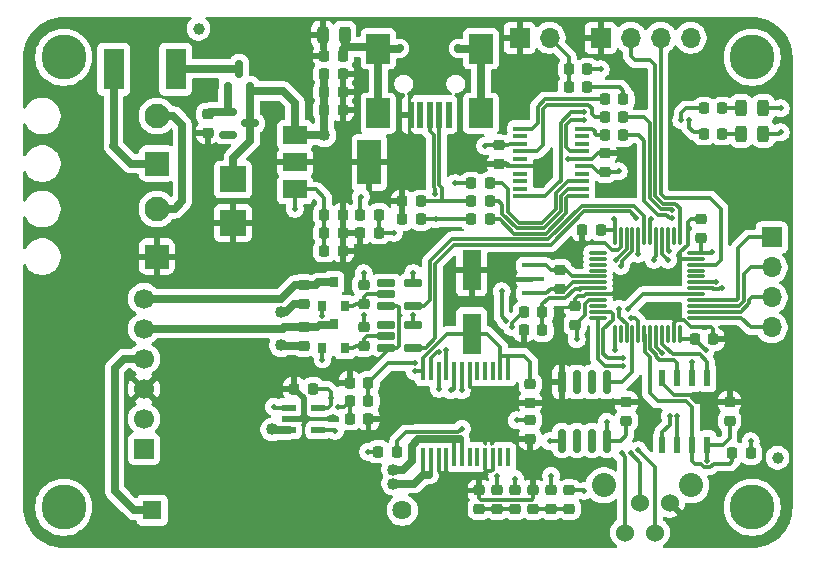
<source format=gbr>
%TF.GenerationSoftware,KiCad,Pcbnew,9.0.1*%
%TF.CreationDate,2025-05-27T12:36:52-05:00*%
%TF.ProjectId,Motor_PCB,4d6f746f-725f-4504-9342-2e6b69636164,1.2*%
%TF.SameCoordinates,Original*%
%TF.FileFunction,Copper,L1,Top*%
%TF.FilePolarity,Positive*%
%FSLAX46Y46*%
G04 Gerber Fmt 4.6, Leading zero omitted, Abs format (unit mm)*
G04 Created by KiCad (PCBNEW 9.0.1) date 2025-05-27 12:36:52*
%MOMM*%
%LPD*%
G01*
G04 APERTURE LIST*
G04 Aperture macros list*
%AMRoundRect*
0 Rectangle with rounded corners*
0 $1 Rounding radius*
0 $2 $3 $4 $5 $6 $7 $8 $9 X,Y pos of 4 corners*
0 Add a 4 corners polygon primitive as box body*
4,1,4,$2,$3,$4,$5,$6,$7,$8,$9,$2,$3,0*
0 Add four circle primitives for the rounded corners*
1,1,$1+$1,$2,$3*
1,1,$1+$1,$4,$5*
1,1,$1+$1,$6,$7*
1,1,$1+$1,$8,$9*
0 Add four rect primitives between the rounded corners*
20,1,$1+$1,$2,$3,$4,$5,0*
20,1,$1+$1,$4,$5,$6,$7,0*
20,1,$1+$1,$6,$7,$8,$9,0*
20,1,$1+$1,$8,$9,$2,$3,0*%
G04 Aperture macros list end*
%TA.AperFunction,ComponentPad*%
%ADD10R,1.700000X1.700000*%
%TD*%
%TA.AperFunction,ComponentPad*%
%ADD11C,1.700000*%
%TD*%
%TA.AperFunction,SMDPad,CuDef*%
%ADD12RoundRect,0.218750X-0.256250X0.218750X-0.256250X-0.218750X0.256250X-0.218750X0.256250X0.218750X0*%
%TD*%
%TA.AperFunction,ComponentPad*%
%ADD13RoundRect,0.249900X-0.800100X0.800100X-0.800100X-0.800100X0.800100X-0.800100X0.800100X0.800100X0*%
%TD*%
%TA.AperFunction,ComponentPad*%
%ADD14C,2.100000*%
%TD*%
%TA.AperFunction,WasherPad*%
%ADD15C,3.810000*%
%TD*%
%TA.AperFunction,SMDPad,CuDef*%
%ADD16RoundRect,0.218750X0.256250X-0.218750X0.256250X0.218750X-0.256250X0.218750X-0.256250X-0.218750X0*%
%TD*%
%TA.AperFunction,SMDPad,CuDef*%
%ADD17RoundRect,0.150000X0.150000X-0.587500X0.150000X0.587500X-0.150000X0.587500X-0.150000X-0.587500X0*%
%TD*%
%TA.AperFunction,SMDPad,CuDef*%
%ADD18RoundRect,0.218750X0.218750X0.256250X-0.218750X0.256250X-0.218750X-0.256250X0.218750X-0.256250X0*%
%TD*%
%TA.AperFunction,ComponentPad*%
%ADD19O,1.700000X1.700000*%
%TD*%
%TA.AperFunction,SMDPad,CuDef*%
%ADD20R,0.800000X0.900000*%
%TD*%
%TA.AperFunction,SMDPad,CuDef*%
%ADD21RoundRect,0.218750X-0.218750X-0.256250X0.218750X-0.256250X0.218750X0.256250X-0.218750X0.256250X0*%
%TD*%
%TA.AperFunction,SMDPad,CuDef*%
%ADD22R,2.184400X2.184400*%
%TD*%
%TA.AperFunction,SMDPad,CuDef*%
%ADD23RoundRect,0.088500X-0.516500X-0.206500X0.516500X-0.206500X0.516500X0.206500X-0.516500X0.206500X0*%
%TD*%
%TA.AperFunction,SMDPad,CuDef*%
%ADD24RoundRect,0.243750X-0.243750X-0.456250X0.243750X-0.456250X0.243750X0.456250X-0.243750X0.456250X0*%
%TD*%
%TA.AperFunction,SMDPad,CuDef*%
%ADD25C,1.000000*%
%TD*%
%TA.AperFunction,SMDPad,CuDef*%
%ADD26R,0.400000X1.500000*%
%TD*%
%TA.AperFunction,SMDPad,CuDef*%
%ADD27RoundRect,0.243750X0.243750X0.456250X-0.243750X0.456250X-0.243750X-0.456250X0.243750X-0.456250X0*%
%TD*%
%TA.AperFunction,SMDPad,CuDef*%
%ADD28R,1.600000X3.500000*%
%TD*%
%TA.AperFunction,SMDPad,CuDef*%
%ADD29RoundRect,0.150000X-0.587500X-0.150000X0.587500X-0.150000X0.587500X0.150000X-0.587500X0.150000X0*%
%TD*%
%TA.AperFunction,SMDPad,CuDef*%
%ADD30RoundRect,0.150000X-0.150000X0.825000X-0.150000X-0.825000X0.150000X-0.825000X0.150000X0.825000X0*%
%TD*%
%TA.AperFunction,SMDPad,CuDef*%
%ADD31RoundRect,0.150000X-0.650000X-0.150000X0.650000X-0.150000X0.650000X0.150000X-0.650000X0.150000X0*%
%TD*%
%TA.AperFunction,SMDPad,CuDef*%
%ADD32R,2.000000X1.500000*%
%TD*%
%TA.AperFunction,SMDPad,CuDef*%
%ADD33R,2.000000X3.800000*%
%TD*%
%TA.AperFunction,ComponentPad*%
%ADD34R,1.625600X1.625600*%
%TD*%
%TA.AperFunction,ComponentPad*%
%ADD35C,1.625600*%
%TD*%
%TA.AperFunction,SMDPad,CuDef*%
%ADD36R,1.900000X0.400000*%
%TD*%
%TA.AperFunction,SMDPad,CuDef*%
%ADD37R,1.778000X3.505200*%
%TD*%
%TA.AperFunction,SMDPad,CuDef*%
%ADD38R,0.500000X2.300000*%
%TD*%
%TA.AperFunction,SMDPad,CuDef*%
%ADD39R,2.000000X2.500000*%
%TD*%
%TA.AperFunction,SMDPad,CuDef*%
%ADD40R,0.558800X1.447800*%
%TD*%
%TA.AperFunction,ComponentPad*%
%ADD41C,2.032000*%
%TD*%
%TA.AperFunction,ComponentPad*%
%ADD42C,1.524000*%
%TD*%
%TA.AperFunction,SMDPad,CuDef*%
%ADD43RoundRect,0.075000X-0.662500X-0.075000X0.662500X-0.075000X0.662500X0.075000X-0.662500X0.075000X0*%
%TD*%
%TA.AperFunction,SMDPad,CuDef*%
%ADD44RoundRect,0.075000X-0.075000X-0.662500X0.075000X-0.662500X0.075000X0.662500X-0.075000X0.662500X0*%
%TD*%
%TA.AperFunction,SMDPad,CuDef*%
%ADD45R,1.200000X0.400000*%
%TD*%
%TA.AperFunction,ViaPad*%
%ADD46C,1.016000*%
%TD*%
%TA.AperFunction,ViaPad*%
%ADD47C,0.508000*%
%TD*%
%TA.AperFunction,Conductor*%
%ADD48C,0.635000*%
%TD*%
%TA.AperFunction,Conductor*%
%ADD49C,0.304800*%
%TD*%
%TA.AperFunction,Conductor*%
%ADD50C,0.508000*%
%TD*%
G04 APERTURE END LIST*
D10*
%TO.P,J3,1,Pin_1*%
%TO.N,Net-(J3-Pin_1)*%
X118558000Y-105537000D03*
D11*
%TO.P,J3,2,Pin_2*%
%TO.N,Net-(J3-Pin_2)*%
X118558000Y-102997000D03*
%TO.P,J3,3,Pin_3*%
%TO.N,GND*%
X118558000Y-100457000D03*
%TO.P,J3,4,Pin_4*%
%TO.N,+BATT*%
X118558000Y-97917000D03*
%TO.P,J3,5,Pin_5*%
%TO.N,Motor_Encoder_A_9V*%
X118558000Y-95377000D03*
%TO.P,J3,6,Pin_6*%
%TO.N,Motor_Encoder_B_9V*%
X118558000Y-92837000D03*
%TD*%
D12*
%TO.P,R3,1*%
%TO.N,Net-(D1-A)*%
X123951999Y-77190500D03*
%TO.P,R3,2*%
%TO.N,GND*%
X123951999Y-78765500D03*
%TD*%
D13*
%TO.P,J2,1,Pin_1*%
%TO.N,Net-(J2-Pin_1)*%
X119656000Y-81393000D03*
D14*
%TO.P,J2,2,Pin_2*%
%TO.N,Net-(J1-Pin_2)*%
X119656000Y-77357000D03*
%TD*%
D15*
%TO.P,H4,*%
%TO.N,*%
X170052998Y-110489999D03*
%TD*%
D16*
%TO.P,R7,1*%
%TO.N,Net-(Q3-S)*%
X137159999Y-93243500D03*
%TO.P,R7,2*%
%TO.N,+3V3*%
X137159999Y-91668500D03*
%TD*%
D17*
%TO.P,Q1,1,G*%
%TO.N,Net-(D1-A)*%
X125668999Y-75232500D03*
%TO.P,Q1,2,S*%
%TO.N,+BATT*%
X127568999Y-75232500D03*
%TO.P,Q1,3,D*%
%TO.N,Net-(Q1-D)*%
X126618999Y-73357500D03*
%TD*%
D18*
%TO.P,C16,1*%
%TO.N,Reset*%
X152298499Y-95504000D03*
%TO.P,C16,2*%
%TO.N,GND*%
X150723499Y-95504000D03*
%TD*%
D16*
%TO.P,C24,1*%
%TO.N,+3V3*%
X155066999Y-95021500D03*
%TO.P,C24,2*%
%TO.N,GND*%
X155066999Y-93446500D03*
%TD*%
D10*
%TO.P,J5,1,Pin_1*%
%TO.N,GND*%
X150362999Y-70739000D03*
D19*
%TO.P,J5,2,Pin_2*%
%TO.N,Reset*%
X152902999Y-70739000D03*
%TD*%
D20*
%TO.P,Q3,1,G*%
%TO.N,+3V3*%
X133669999Y-93456000D03*
%TO.P,Q3,2,S*%
%TO.N,Net-(Q3-S)*%
X135569999Y-93456000D03*
%TO.P,Q3,3,D*%
%TO.N,Motor_Encoder_B_9V*%
X134619999Y-91456000D03*
%TD*%
D21*
%TO.P,C3,1*%
%TO.N,+BATT*%
X133832499Y-76835000D03*
%TO.P,C3,2*%
%TO.N,GND*%
X135407499Y-76835000D03*
%TD*%
D18*
%TO.P,C20,1*%
%TO.N,DTR*%
X156108499Y-74930000D03*
%TO.P,C20,2*%
%TO.N,Reset*%
X154533499Y-74930000D03*
%TD*%
D22*
%TO.P,D2,1,K*%
%TO.N,+BATT*%
X126111000Y-82727800D03*
%TO.P,D2,2,A*%
%TO.N,GND*%
X126111000Y-86436200D03*
%TD*%
D21*
%TO.P,R23,1*%
%TO.N,Net-(U7-TXD)*%
X157581499Y-78994000D03*
%TO.P,R23,2*%
%TO.N,TX_USB*%
X159156499Y-78994000D03*
%TD*%
D12*
%TO.P,R30,1*%
%TO.N,Net-(U9-PD0)*%
X153796999Y-90398500D03*
%TO.P,R30,2*%
%TO.N,Net-(U9-PD1)*%
X153796999Y-91973500D03*
%TD*%
D21*
%TO.P,C2,1*%
%TO.N,+BATT*%
X133832499Y-75311000D03*
%TO.P,C2,2*%
%TO.N,GND*%
X135407499Y-75311000D03*
%TD*%
D23*
%TO.P,U5,1,OUT*%
%TO.N,Net-(U5-OUT)*%
X130824999Y-102047000D03*
%TO.P,U5,2,GND*%
%TO.N,GND*%
X130824999Y-102997000D03*
%TO.P,U5,3,VIN+*%
%TO.N,+BATT*%
X130824999Y-103947000D03*
%TO.P,U5,4,VIN-*%
%TO.N,Net-(U2-VM1)*%
X133334999Y-103947000D03*
%TO.P,U5,5,V+*%
%TO.N,+3V3*%
X133334999Y-102047000D03*
%TD*%
D24*
%TO.P,D4,1,K*%
%TO.N,Net-(D4-K)*%
X169115499Y-78867000D03*
%TO.P,D4,2,A*%
%TO.N,+3V3*%
X170990499Y-78867000D03*
%TD*%
D21*
%TO.P,C1,1*%
%TO.N,+BATT*%
X133832499Y-73787000D03*
%TO.P,C1,2*%
%TO.N,GND*%
X135407499Y-73787000D03*
%TD*%
D25*
%TO.P,FID1,*%
%TO.N,*%
X123189999Y-69977000D03*
%TD*%
D26*
%TO.P,U2,1,AO1@1*%
%TO.N,Net-(J3-Pin_1)*%
X142220999Y-106241000D03*
%TO.P,U2,2,AO1@2*%
X142870999Y-106241000D03*
%TO.P,U2,3,PGND1@1*%
%TO.N,GND*%
X143520999Y-106241000D03*
%TO.P,U2,4,PGND1@2*%
X144170999Y-106241000D03*
%TO.P,U2,5,AO2@1*%
%TO.N,Net-(J3-Pin_2)*%
X144820999Y-106241000D03*
%TO.P,U2,6,AO2@2*%
X145470999Y-106241000D03*
%TO.P,U2,7,BO2@1*%
%TO.N,unconnected-(U2-BO2@1-Pad7)*%
X146120999Y-106241000D03*
%TO.P,U2,8,BO2@2*%
%TO.N,unconnected-(U2-BO2@2-Pad8)*%
X146770999Y-106241000D03*
%TO.P,U2,9,PGND2@1*%
%TO.N,GND*%
X147420999Y-106241000D03*
%TO.P,U2,10,PGND2@2*%
X148070999Y-106241000D03*
%TO.P,U2,11,BO1@1*%
%TO.N,unconnected-(U2-BO1@1-Pad11)*%
X148720999Y-106241000D03*
%TO.P,U2,12,BO1@2*%
%TO.N,unconnected-(U2-BO1@2-Pad12)*%
X149370999Y-106241000D03*
%TO.P,U2,13,VM2*%
%TO.N,Net-(U2-VM1)*%
X149370999Y-98991000D03*
%TO.P,U2,14,VM3*%
X148720999Y-98991000D03*
%TO.P,U2,15,PWMB*%
%TO.N,unconnected-(U2-PWMB-Pad15)*%
X148070999Y-98991000D03*
%TO.P,U2,16,BIN2*%
%TO.N,unconnected-(U2-BIN2-Pad16)*%
X147420999Y-98991000D03*
%TO.P,U2,17,BIN1*%
%TO.N,unconnected-(U2-BIN1-Pad17)*%
X146770999Y-98991000D03*
%TO.P,U2,18,GND*%
%TO.N,GND*%
X146120999Y-98991000D03*
%TO.P,U2,19,STBY*%
%TO.N,Net-(U2-STBY)*%
X145470999Y-98991000D03*
%TO.P,U2,20,VCC*%
%TO.N,+3V3*%
X144820999Y-98991000D03*
%TO.P,U2,21,AIN1*%
%TO.N,DriverAin1*%
X144170999Y-98991000D03*
%TO.P,U2,22,AIN2*%
%TO.N,DriverAin2*%
X143520999Y-98991000D03*
%TO.P,U2,23,PWMA*%
%TO.N,DriverPWM*%
X142870999Y-98991000D03*
%TO.P,U2,24,VM1*%
%TO.N,Net-(U2-VM1)*%
X142220999Y-98991000D03*
%TD*%
D27*
%TO.P,C13,1*%
%TO.N,Net-(C13-Pad1)*%
X135557499Y-70485000D03*
%TO.P,C13,2*%
%TO.N,GND*%
X133682499Y-70485000D03*
%TD*%
D12*
%TO.P,R5,1*%
%TO.N,Motor_Encoder_B_9V*%
X132079999Y-91668500D03*
%TO.P,R5,2*%
%TO.N,+BATT*%
X132079999Y-93243500D03*
%TD*%
D25*
%TO.P,FID2,*%
%TO.N,*%
X172211999Y-106299000D03*
%TD*%
D21*
%TO.P,R9,1*%
%TO.N,Net-(U5-OUT)*%
X135991499Y-102997000D03*
%TO.P,R9,2*%
%TO.N,GND*%
X137566499Y-102997000D03*
%TD*%
D16*
%TO.P,R6,1*%
%TO.N,Net-(Q2-S)*%
X137159999Y-96799500D03*
%TO.P,R6,2*%
%TO.N,+3V3*%
X137159999Y-95224500D03*
%TD*%
D12*
%TO.P,R13,1*%
%TO.N,BOOT1*%
X153034999Y-109067500D03*
%TO.P,R13,2*%
%TO.N,Net-(R13-Pad2)*%
X153034999Y-110642500D03*
%TD*%
%TO.P,C18,1*%
%TO.N,GND*%
X157606999Y-80492500D03*
%TO.P,C18,2*%
%TO.N,+3V3*%
X157606999Y-82067500D03*
%TD*%
D16*
%TO.P,C17,1*%
%TO.N,GND*%
X148589999Y-81432500D03*
%TO.P,C17,2*%
%TO.N,+3V3*%
X148589999Y-79857500D03*
%TD*%
D28*
%TO.P,C8,1*%
%TO.N,Net-(U2-VM1)*%
X146303999Y-95791000D03*
%TO.P,C8,2*%
%TO.N,GND*%
X146303999Y-90391000D03*
%TD*%
D18*
%TO.P,C14,1*%
%TO.N,Net-(J4-D-)*%
X142011499Y-84582000D03*
%TO.P,C14,2*%
%TO.N,GND*%
X140436499Y-84582000D03*
%TD*%
D24*
%TO.P,D3,1,K*%
%TO.N,Net-(D3-K)*%
X169115499Y-76708000D03*
%TO.P,D3,2,A*%
%TO.N,+3V3*%
X170990499Y-76708000D03*
%TD*%
D21*
%TO.P,R27,1*%
%TO.N,Net-(U7-CBUS2)*%
X165963499Y-78867000D03*
%TO.P,R27,2*%
%TO.N,Net-(D4-K)*%
X167538499Y-78867000D03*
%TD*%
D16*
%TO.P,C12,1*%
%TO.N,+3V3*%
X159384999Y-103149500D03*
%TO.P,C12,2*%
%TO.N,GND*%
X159384999Y-101574500D03*
%TD*%
%TO.P,C19,1*%
%TO.N,+3V3*%
X168147999Y-103149500D03*
%TO.P,C19,2*%
%TO.N,GND*%
X168147999Y-101574500D03*
%TD*%
D18*
%TO.P,R29,1*%
%TO.N,+3V3*%
X156108499Y-73406000D03*
%TO.P,R29,2*%
%TO.N,Reset*%
X154533499Y-73406000D03*
%TD*%
D12*
%TO.P,R14,1*%
%TO.N,+3V3*%
X149986999Y-109067500D03*
%TO.P,R14,2*%
%TO.N,Net-(R12-Pad2)*%
X149986999Y-110642500D03*
%TD*%
D18*
%TO.P,C10,1*%
%TO.N,Current_Sense*%
X137566499Y-99949000D03*
%TO.P,C10,2*%
%TO.N,GND*%
X135991499Y-99949000D03*
%TD*%
D21*
%TO.P,C23,1*%
%TO.N,+3V3*%
X165201499Y-96266000D03*
%TO.P,C23,2*%
%TO.N,GND*%
X166776499Y-96266000D03*
%TD*%
%TO.P,C6,1*%
%TO.N,+3V3*%
X133832499Y-88773000D03*
%TO.P,C6,2*%
%TO.N,GND*%
X135407499Y-88773000D03*
%TD*%
%TO.P,R24,1*%
%TO.N,Net-(U7-RXD)*%
X157581499Y-77470000D03*
%TO.P,R24,2*%
%TO.N,RX_USB*%
X159156499Y-77470000D03*
%TD*%
D16*
%TO.P,C21,1*%
%TO.N,+3V3*%
X165734999Y-87655500D03*
%TO.P,C21,2*%
%TO.N,GND*%
X165734999Y-86080500D03*
%TD*%
D29*
%TO.P,D1,*%
%TO.N,*%
X125681499Y-78928000D03*
%TO.P,D1,1,A*%
%TO.N,Net-(D1-A)*%
X125681499Y-77028000D03*
%TO.P,D1,3,K*%
%TO.N,+BATT*%
X127556499Y-77978000D03*
%TD*%
D30*
%TO.P,U6,1,VO*%
%TO.N,Temp_Sense*%
X157733999Y-99887000D03*
%TO.P,U6,2*%
%TO.N,unconnected-(U6-Pad2)*%
X156463999Y-99887000D03*
%TO.P,U6,3*%
%TO.N,unconnected-(U6-Pad3)*%
X155193999Y-99887000D03*
%TO.P,U6,4,GND*%
%TO.N,GND*%
X153923999Y-99887000D03*
%TO.P,U6,5,~{SD}*%
%TO.N,+3V3*%
X153923999Y-104837000D03*
%TO.P,U6,6*%
%TO.N,unconnected-(U6-Pad6)*%
X155193999Y-104837000D03*
%TO.P,U6,7*%
%TO.N,unconnected-(U6-Pad7)*%
X156463999Y-104837000D03*
%TO.P,U6,8,V+*%
%TO.N,+3V3*%
X157733999Y-104837000D03*
%TD*%
D18*
%TO.P,R22,1*%
%TO.N,Net-(U7-3V3OUT)*%
X147853499Y-83058000D03*
%TO.P,R22,2*%
%TO.N,+3V3*%
X146278499Y-83058000D03*
%TD*%
%TO.P,R18,1*%
%TO.N,Net-(C13-Pad1)*%
X135407499Y-72263000D03*
%TO.P,R18,2*%
%TO.N,GND*%
X133832499Y-72263000D03*
%TD*%
D16*
%TO.P,R17,1*%
%TO.N,Net-(R13-Pad2)*%
X151510999Y-110642500D03*
%TO.P,R17,2*%
%TO.N,GND*%
X151510999Y-109067500D03*
%TD*%
D18*
%TO.P,C11,1*%
%TO.N,+3V3*%
X132867499Y-100457000D03*
%TO.P,C11,2*%
%TO.N,GND*%
X131292499Y-100457000D03*
%TD*%
D15*
%TO.P,H3,*%
%TO.N,*%
X111759999Y-110489999D03*
%TD*%
D31*
%TO.P,U4,1,nc*%
%TO.N,unconnected-(U4-nc-Pad1)*%
X139057999Y-91506000D03*
%TO.P,U4,2,In*%
%TO.N,Net-(Q3-S)*%
X139057999Y-92456000D03*
%TO.P,U4,3,GND*%
%TO.N,GND*%
X139057999Y-93406000D03*
%TO.P,U4,4,Out*%
%TO.N,Motor_Encoder_B*%
X141357999Y-93406000D03*
%TO.P,U4,5,Vdd*%
%TO.N,+3V3*%
X141357999Y-91506000D03*
%TD*%
D21*
%TO.P,R28,1*%
%TO.N,FRAM_~{HOLD}*%
X168376499Y-105918000D03*
%TO.P,R28,2*%
%TO.N,+3V3*%
X169951499Y-105918000D03*
%TD*%
%TO.P,R19,1*%
%TO.N,+3V3*%
X150723499Y-93980000D03*
%TO.P,R19,2*%
%TO.N,Reset*%
X152298499Y-93980000D03*
%TD*%
%TO.P,R26,1*%
%TO.N,Net-(U7-CBUS1)*%
X165963499Y-76708000D03*
%TO.P,R26,2*%
%TO.N,Net-(D3-K)*%
X167538499Y-76708000D03*
%TD*%
%TO.P,R20,1*%
%TO.N,Net-(J4-D-)*%
X146278499Y-84582000D03*
%TO.P,R20,2*%
%TO.N,Net-(U7-USBDM)*%
X147853499Y-84582000D03*
%TD*%
D32*
%TO.P,U1,1,IN*%
%TO.N,+BATT*%
X131342999Y-78980000D03*
%TO.P,U1,2,GND*%
%TO.N,GND*%
X131342999Y-81280000D03*
D33*
X137642999Y-81280000D03*
D32*
%TO.P,U1,3,OUT*%
%TO.N,+3V3*%
X131342999Y-83580000D03*
%TD*%
D21*
%TO.P,R2,1*%
%TO.N,GND*%
X136880499Y-87249000D03*
%TO.P,R2,2*%
%TO.N,Vsense*%
X138455499Y-87249000D03*
%TD*%
D34*
%TO.P,R10,1*%
%TO.N,+BATT*%
X119252999Y-110744000D03*
D35*
%TO.P,R10,2*%
%TO.N,Net-(U2-VM1)*%
X140436599Y-110744000D03*
%TD*%
D12*
%TO.P,R16,1*%
%TO.N,+3V3*%
X154558999Y-109067500D03*
%TO.P,R16,2*%
%TO.N,Net-(R13-Pad2)*%
X154558999Y-110642500D03*
%TD*%
D13*
%TO.P,J1,1,Pin_1*%
%TO.N,GND*%
X119656000Y-89267000D03*
D14*
%TO.P,J1,2,Pin_2*%
%TO.N,Net-(J1-Pin_2)*%
X119656000Y-85231000D03*
%TD*%
D21*
%TO.P,C4,1*%
%TO.N,+3V3*%
X133832499Y-85725000D03*
%TO.P,C4,2*%
%TO.N,GND*%
X135407499Y-85725000D03*
%TD*%
D16*
%TO.P,R15,1*%
%TO.N,Net-(R12-Pad2)*%
X146938999Y-110642500D03*
%TO.P,R15,2*%
%TO.N,GND*%
X146938999Y-109067500D03*
%TD*%
D36*
%TO.P,Y1,1,1*%
%TO.N,Net-(U9-PD0)*%
X151510999Y-89986000D03*
%TO.P,Y1,2,2*%
%TO.N,GND*%
X151510999Y-91186000D03*
%TO.P,Y1,3,3*%
%TO.N,Net-(U9-PD1)*%
X151510999Y-92386000D03*
%TD*%
D15*
%TO.P,H2,*%
%TO.N,*%
X170052998Y-72389999D03*
%TD*%
D21*
%TO.P,R21,1*%
%TO.N,Net-(J4-D+)*%
X146278499Y-86106000D03*
%TO.P,R21,2*%
%TO.N,Net-(U7-USBDP)*%
X147853499Y-86106000D03*
%TD*%
%TO.P,R25,1*%
%TO.N,Net-(U7-~{DTR})*%
X157581499Y-75946000D03*
%TO.P,R25,2*%
%TO.N,DTR*%
X159156499Y-75946000D03*
%TD*%
D37*
%TO.P,F1,1*%
%TO.N,Net-(J2-Pin_1)*%
X116001799Y-73406000D03*
%TO.P,F1,2*%
%TO.N,Net-(Q1-D)*%
X121234199Y-73406000D03*
%TD*%
D16*
%TO.P,C7,1*%
%TO.N,GND*%
X151256999Y-104673500D03*
%TO.P,C7,2*%
%TO.N,+3V3*%
X151256999Y-103098500D03*
%TD*%
%TO.P,C9,1*%
%TO.N,GND*%
X151256999Y-101625500D03*
%TO.P,C9,2*%
%TO.N,Net-(U2-VM1)*%
X151256999Y-100050500D03*
%TD*%
D31*
%TO.P,U3,1,nc*%
%TO.N,unconnected-(U3-nc-Pad1)*%
X139057999Y-95062000D03*
%TO.P,U3,2,In*%
%TO.N,Net-(Q2-S)*%
X139057999Y-96012000D03*
%TO.P,U3,3,GND*%
%TO.N,GND*%
X139057999Y-96962000D03*
%TO.P,U3,4,Out*%
%TO.N,Motor_Encoder_A*%
X141357999Y-96962000D03*
%TO.P,U3,5,Vdd*%
%TO.N,+3V3*%
X141357999Y-95062000D03*
%TD*%
D12*
%TO.P,R4,1*%
%TO.N,Motor_Encoder_A_9V*%
X132079999Y-95224500D03*
%TO.P,R4,2*%
%TO.N,+BATT*%
X132079999Y-96799500D03*
%TD*%
%TO.P,R12,1*%
%TO.N,BOOT0*%
X148462999Y-109067500D03*
%TO.P,R12,2*%
%TO.N,Net-(R12-Pad2)*%
X148462999Y-110642500D03*
%TD*%
D15*
%TO.P,H1,*%
%TO.N,*%
X111759999Y-72389999D03*
%TD*%
D21*
%TO.P,C5,1*%
%TO.N,+3V3*%
X133832499Y-87249000D03*
%TO.P,C5,2*%
%TO.N,GND*%
X135407499Y-87249000D03*
%TD*%
D10*
%TO.P,J6,1,Pin_1*%
%TO.N,GND*%
X157225999Y-70739000D03*
D19*
%TO.P,J6,2,Pin_2*%
%TO.N,SWCLK*%
X159765999Y-70739000D03*
%TO.P,J6,3,Pin_3*%
%TO.N,SWDIO*%
X162305999Y-70739000D03*
%TO.P,J6,4,Pin_4*%
%TO.N,+3V3*%
X164845999Y-70739000D03*
%TD*%
D18*
%TO.P,C15,1*%
%TO.N,Net-(J4-D+)*%
X142011499Y-86106000D03*
%TO.P,C15,2*%
%TO.N,GND*%
X140436499Y-86106000D03*
%TD*%
D21*
%TO.P,R8,1*%
%TO.N,+3V3*%
X138404499Y-105791000D03*
%TO.P,R8,2*%
%TO.N,Net-(U2-STBY)*%
X139979499Y-105791000D03*
%TD*%
D38*
%TO.P,J4,1,VCC*%
%TO.N,unconnected-(J4-VCC-Pad1)*%
X144347999Y-77248000D03*
%TO.P,J4,2,D-*%
%TO.N,Net-(J4-D-)*%
X143547999Y-77248000D03*
%TO.P,J4,3,D+*%
%TO.N,Net-(J4-D+)*%
X142747999Y-77248000D03*
%TO.P,J4,4,ID*%
%TO.N,unconnected-(J4-ID-Pad4)*%
X141947999Y-77248000D03*
%TO.P,J4,5,GND*%
%TO.N,GND*%
X141147999Y-77248000D03*
D39*
%TO.P,J4,6,SHIELD*%
%TO.N,Net-(C13-Pad1)*%
X147097999Y-71648000D03*
%TO.P,J4,7,SHIELD*%
X147097999Y-77148000D03*
%TO.P,J4,8,SHIELD*%
X138397999Y-71648000D03*
%TO.P,J4,9,SHIELD*%
X138397999Y-77148000D03*
%TD*%
D40*
%TO.P,U8,1,~{CS}*%
%TO.N,FRAM_~{CS}*%
X166242999Y-99529900D03*
%TO.P,U8,2,MISO*%
%TO.N,FRAM_MISO*%
X164972999Y-99529900D03*
%TO.P,U8,3,~{WP}*%
%TO.N,FRAM_~{WP}*%
X163702999Y-99529900D03*
%TO.P,U8,4,GND*%
%TO.N,GND*%
X162432999Y-99529900D03*
%TO.P,U8,5,MOSI*%
%TO.N,FRAM_MOSI*%
X162432999Y-105194100D03*
%TO.P,U8,6,SCK*%
%TO.N,FRAM_SCK*%
X163702999Y-105194100D03*
%TO.P,U8,7,~{HOLD}*%
%TO.N,FRAM_~{HOLD}*%
X164972999Y-105194100D03*
%TO.P,U8,8,VDD*%
%TO.N,+3V3*%
X166242999Y-105194100D03*
%TD*%
D21*
%TO.P,R1,1*%
%TO.N,+BATT*%
X136880499Y-85725000D03*
%TO.P,R1,2*%
%TO.N,Vsense*%
X138455499Y-85725000D03*
%TD*%
D10*
%TO.P,J8,1,Pin_1*%
%TO.N,Net-(J8-Pin_1)*%
X171703999Y-87639999D03*
D19*
%TO.P,J8,2,Pin_2*%
%TO.N,Net-(J8-Pin_2)*%
X171703999Y-90179999D03*
%TO.P,J8,3,Pin_3*%
%TO.N,Net-(J8-Pin_3)*%
X171703999Y-92719999D03*
%TO.P,J8,4,Pin_4*%
%TO.N,Net-(J8-Pin_4)*%
X171703999Y-95259999D03*
%TD*%
D41*
%TO.P,J7,*%
%TO.N,*%
X157479570Y-108623100D03*
X164889570Y-108623100D03*
D42*
%TO.P,J7,1,Pin_1*%
%TO.N,GND*%
X163092970Y-110096300D03*
%TO.P,J7,2,Pin_2*%
%TO.N,Status_LED_R*%
X161822970Y-112636300D03*
%TO.P,J7,3,Pin_3*%
%TO.N,Status_LED_G*%
X160552970Y-110096300D03*
%TO.P,J7,4,Pin_4*%
%TO.N,Status_LED_B*%
X159282970Y-112636300D03*
%TD*%
D20*
%TO.P,Q2,1,G*%
%TO.N,+3V3*%
X133669999Y-97012000D03*
%TO.P,Q2,2,S*%
%TO.N,Net-(Q2-S)*%
X135569999Y-97012000D03*
%TO.P,Q2,3,D*%
%TO.N,Motor_Encoder_A_9V*%
X134619999Y-95012000D03*
%TD*%
D18*
%TO.P,C22,1*%
%TO.N,+3V3*%
X157251499Y-86995000D03*
%TO.P,C22,2*%
%TO.N,GND*%
X155676499Y-86995000D03*
%TD*%
D21*
%TO.P,R11,1*%
%TO.N,Net-(U5-OUT)*%
X135991499Y-101473000D03*
%TO.P,R11,2*%
%TO.N,Current_Sense*%
X137566499Y-101473000D03*
%TD*%
D43*
%TO.P,U9,1,VBAT*%
%TO.N,unconnected-(U9-VBAT-Pad1)*%
X157000499Y-88944000D03*
%TO.P,U9,2,PC13*%
%TO.N,unconnected-(U9-PC13-Pad2)*%
X157000499Y-89444000D03*
%TO.P,U9,3,PC14*%
%TO.N,unconnected-(U9-PC14-Pad3)*%
X157000499Y-89944000D03*
%TO.P,U9,4,PC15*%
%TO.N,unconnected-(U9-PC15-Pad4)*%
X157000499Y-90444000D03*
%TO.P,U9,5,PD0*%
%TO.N,Net-(U9-PD0)*%
X157000499Y-90944000D03*
%TO.P,U9,6,PD1*%
%TO.N,Net-(U9-PD1)*%
X157000499Y-91444000D03*
%TO.P,U9,7,NRST*%
%TO.N,Reset*%
X157000499Y-91944000D03*
%TO.P,U9,8,VSSA*%
%TO.N,GND*%
X157000499Y-92444000D03*
%TO.P,U9,9,VDDA*%
%TO.N,+3V3*%
X157000499Y-92944000D03*
%TO.P,U9,10,PA0*%
%TO.N,unconnected-(U9-PA0-Pad10)*%
X157000499Y-93444000D03*
%TO.P,U9,11,PA1*%
%TO.N,Status_LED_R*%
X157000499Y-93944000D03*
%TO.P,U9,12,PA2*%
%TO.N,Status_LED_G*%
X157000499Y-94444000D03*
D44*
%TO.P,U9,13,PA3*%
%TO.N,Status_LED_B*%
X158412999Y-95856500D03*
%TO.P,U9,14,PA4*%
%TO.N,unconnected-(U9-PA4-Pad14)*%
X158912999Y-95856500D03*
%TO.P,U9,15,PA5*%
%TO.N,Current_Sense*%
X159412999Y-95856500D03*
%TO.P,U9,16,PA6*%
%TO.N,Temp_Sense*%
X159912999Y-95856500D03*
%TO.P,U9,17,PA7*%
%TO.N,Vsense*%
X160412999Y-95856500D03*
%TO.P,U9,18,PB0*%
%TO.N,FRAM_~{HOLD}*%
X160912999Y-95856500D03*
%TO.P,U9,19,PB1*%
%TO.N,FRAM_~{WP}*%
X161412999Y-95856500D03*
%TO.P,U9,20,PB2*%
%TO.N,BOOT1*%
X161912999Y-95856500D03*
%TO.P,U9,21,PB10*%
%TO.N,FRAM_~{CS}*%
X162412999Y-95856500D03*
%TO.P,U9,22,PB11*%
%TO.N,unconnected-(U9-PB11-Pad22)*%
X162912999Y-95856500D03*
%TO.P,U9,23,VSS*%
%TO.N,GND*%
X163412999Y-95856500D03*
%TO.P,U9,24,VDD*%
%TO.N,+3V3*%
X163912999Y-95856500D03*
D43*
%TO.P,U9,25,PB12*%
%TO.N,Net-(J8-Pin_4)*%
X165325499Y-94444000D03*
%TO.P,U9,26,PB13*%
%TO.N,Net-(J8-Pin_3)*%
X165325499Y-93944000D03*
%TO.P,U9,27,PB14*%
%TO.N,Net-(J8-Pin_2)*%
X165325499Y-93444000D03*
%TO.P,U9,28,PB15*%
%TO.N,Net-(J8-Pin_1)*%
X165325499Y-92944000D03*
%TO.P,U9,29,PA8*%
%TO.N,DriverAin2*%
X165325499Y-92444000D03*
%TO.P,U9,30,PA9*%
%TO.N,RX_USB*%
X165325499Y-91944000D03*
%TO.P,U9,31,PA10*%
%TO.N,TX_USB*%
X165325499Y-91444000D03*
%TO.P,U9,32,PA11*%
%TO.N,unconnected-(U9-PA11-Pad32)*%
X165325499Y-90944000D03*
%TO.P,U9,33,PA12*%
%TO.N,unconnected-(U9-PA12-Pad33)*%
X165325499Y-90444000D03*
%TO.P,U9,34,PA13*%
%TO.N,SWDIO*%
X165325499Y-89944000D03*
%TO.P,U9,35,VSS*%
%TO.N,GND*%
X165325499Y-89444000D03*
%TO.P,U9,36,VDD*%
%TO.N,+3V3*%
X165325499Y-88944000D03*
D44*
%TO.P,U9,37,PA14*%
%TO.N,SWCLK*%
X163912999Y-87531500D03*
%TO.P,U9,38,PA15*%
%TO.N,unconnected-(U9-PA15-Pad38)*%
X163412999Y-87531500D03*
%TO.P,U9,39,PB3*%
%TO.N,FRAM_SCK*%
X162912999Y-87531500D03*
%TO.P,U9,40,PB4*%
%TO.N,FRAM_MISO*%
X162412999Y-87531500D03*
%TO.P,U9,41,PB5*%
%TO.N,FRAM_MOSI*%
X161912999Y-87531500D03*
%TO.P,U9,42,PB6*%
%TO.N,Motor_Encoder_A*%
X161412999Y-87531500D03*
%TO.P,U9,43,PB7*%
%TO.N,Motor_Encoder_B*%
X160912999Y-87531500D03*
%TO.P,U9,44,BOOT0*%
%TO.N,BOOT0*%
X160412999Y-87531500D03*
%TO.P,U9,45,PB8*%
%TO.N,DriverAin1*%
X159912999Y-87531500D03*
%TO.P,U9,46,PB9*%
%TO.N,DriverPWM*%
X159412999Y-87531500D03*
%TO.P,U9,47,VSS*%
%TO.N,GND*%
X158912999Y-87531500D03*
%TO.P,U9,48,VDD*%
%TO.N,+3V3*%
X158412999Y-87531500D03*
%TD*%
D45*
%TO.P,U7,1,~{DTR}*%
%TO.N,Net-(U7-~{DTR})*%
X150434999Y-78422500D03*
%TO.P,U7,2,~{RTS}*%
%TO.N,unconnected-(U7-~{RTS}-Pad2)*%
X150434999Y-79057500D03*
%TO.P,U7,3,VCCIO*%
%TO.N,+3V3*%
X150434999Y-79692500D03*
%TO.P,U7,4,RXD*%
%TO.N,Net-(U7-RXD)*%
X150434999Y-80327500D03*
%TO.P,U7,5,~{RI}*%
%TO.N,unconnected-(U7-~{RI}-Pad5)*%
X150434999Y-80962500D03*
%TO.P,U7,6,GND*%
%TO.N,GND*%
X150434999Y-81597500D03*
%TO.P,U7,7,~{DSR}*%
%TO.N,unconnected-(U7-~{DSR}-Pad7)*%
X150434999Y-82232500D03*
%TO.P,U7,8,~{DCD}*%
%TO.N,unconnected-(U7-~{DCD}-Pad8)*%
X150434999Y-82867500D03*
%TO.P,U7,9,~{CTS}*%
%TO.N,unconnected-(U7-~{CTS}-Pad9)*%
X150434999Y-83502500D03*
%TO.P,U7,10,CBUS2*%
%TO.N,Net-(U7-CBUS2)*%
X150434999Y-84137500D03*
%TO.P,U7,11,USBDP*%
%TO.N,Net-(U7-USBDP)*%
X155634999Y-84137500D03*
%TO.P,U7,12,USBDM*%
%TO.N,Net-(U7-USBDM)*%
X155634999Y-83502500D03*
%TO.P,U7,13,3V3OUT*%
%TO.N,Net-(U7-3V3OUT)*%
X155634999Y-82867500D03*
%TO.P,U7,14,~{RESET}*%
%TO.N,unconnected-(U7-~{RESET}-Pad14)*%
X155634999Y-82232500D03*
%TO.P,U7,15,VCC*%
%TO.N,+3V3*%
X155634999Y-81597500D03*
%TO.P,U7,16,GND*%
%TO.N,GND*%
X155634999Y-80962500D03*
%TO.P,U7,17,CBUS1*%
%TO.N,Net-(U7-CBUS1)*%
X155634999Y-80327500D03*
%TO.P,U7,18,CBUS0*%
%TO.N,unconnected-(U7-CBUS0-Pad18)*%
X155634999Y-79692500D03*
%TO.P,U7,19,CBUS3*%
%TO.N,unconnected-(U7-CBUS3-Pad19)*%
X155634999Y-79057500D03*
%TO.P,U7,20,TXD*%
%TO.N,Net-(U7-TXD)*%
X155634999Y-78422500D03*
%TD*%
D46*
%TO.N,+BATT*%
X130174999Y-96774000D03*
X129412999Y-103886000D03*
X130174999Y-93980000D03*
X133832499Y-78980000D03*
D47*
X136905999Y-84201000D03*
%TO.N,GND*%
X154431999Y-81026000D03*
X152780999Y-81026000D03*
%TO.N,+3V3*%
X157225999Y-73406000D03*
X131317999Y-85217000D03*
X144906999Y-83058000D03*
X155828999Y-109093000D03*
X166623999Y-88900000D03*
X152907999Y-104902000D03*
X137540999Y-105791000D03*
X157733999Y-103251000D03*
X166242999Y-106553000D03*
X149986999Y-108077000D03*
X158368999Y-86106000D03*
X133669999Y-97978000D03*
X137159999Y-90678000D03*
X149732999Y-95250000D03*
X172465999Y-76708000D03*
X172465999Y-78740000D03*
X144525999Y-100584000D03*
X155193999Y-96266000D03*
X147446999Y-79883000D03*
X158749999Y-82042000D03*
X166115999Y-97155000D03*
X133672696Y-94295679D03*
X169925999Y-104902000D03*
X137159999Y-94234000D03*
X150113999Y-103124000D03*
X141350999Y-94234000D03*
X134365999Y-101219000D03*
X141350999Y-90678000D03*
%TO.N,Net-(U2-VM1)*%
X141477999Y-98991000D03*
X134746999Y-104013000D03*
%TO.N,Current_Sense*%
X141477999Y-98298000D03*
X158800798Y-93659931D03*
%TO.N,Net-(C13-Pad1)*%
X140207999Y-71628000D03*
X145160999Y-71628000D03*
%TO.N,Net-(J4-D+)*%
X143255999Y-86106000D03*
X143205199Y-83947000D03*
%TO.N,Reset*%
X155447999Y-92002800D03*
D46*
%TO.N,Net-(J3-Pin_2)*%
X139649199Y-107315000D03*
%TO.N,Net-(J3-Pin_1)*%
X139649199Y-108483403D03*
D47*
%TO.N,Status_LED_R*%
X160399999Y-105664000D03*
X159130999Y-97891597D03*
%TO.N,Status_LED_G*%
X159765999Y-105917000D03*
X159130999Y-98552000D03*
%TO.N,Status_LED_B*%
X158989590Y-105917001D03*
X158426969Y-97135676D03*
%TO.N,Net-(U2-STBY)*%
X145470999Y-100584000D03*
X145470999Y-103830000D03*
%TO.N,Net-(U5-OUT)*%
X129539999Y-101981000D03*
X135000999Y-101981000D03*
%TO.N,BOOT0*%
X148462999Y-107823000D03*
X160400999Y-89027000D03*
%TO.N,BOOT1*%
X162433000Y-97442251D03*
X153034999Y-107823000D03*
%TO.N,TX_USB*%
X167004999Y-91440000D03*
X163275737Y-86005226D03*
%TO.N,RX_USB*%
X163260467Y-85345000D03*
X167471974Y-91906975D03*
%TO.N,Net-(U7-CBUS1)*%
X155828999Y-77724000D03*
X164058596Y-77724000D03*
%TO.N,Net-(U7-CBUS2)*%
X155828999Y-77063597D03*
X164718999Y-77724000D03*
%TO.N,Motor_Encoder_A*%
X160221767Y-85955032D03*
X161471799Y-86106000D03*
%TO.N,DriverAin1*%
X144170486Y-97154786D03*
X158925799Y-90036397D03*
%TO.N,DriverPWM*%
X158495999Y-89535000D03*
X143527560Y-97305694D03*
%TO.N,DriverAin2*%
X143509999Y-100457000D03*
X159511999Y-93726000D03*
%TO.N,FRAM_MISO*%
X162940999Y-89535000D03*
X164972999Y-98171000D03*
%TO.N,FRAM_SCK*%
X162971799Y-88773000D03*
X163728402Y-102743000D03*
%TO.N,FRAM_MOSI*%
X161735294Y-89540867D03*
X163067999Y-102743000D03*
%TO.N,Vsense*%
X149202573Y-94693200D03*
X159765999Y-94488000D03*
X148843999Y-92201000D03*
X139699999Y-87249000D03*
%TD*%
D48*
%TO.N,+BATT*%
X116077999Y-109093000D02*
X117728999Y-110744000D01*
X133832499Y-76835000D02*
X133832499Y-73787000D01*
X127568999Y-75232500D02*
X130350499Y-75232500D01*
X116077999Y-98679000D02*
X116077999Y-109093000D01*
X127556499Y-77978000D02*
X127556499Y-79453501D01*
X118558000Y-97917000D02*
X116839999Y-97917000D01*
X127568999Y-77965500D02*
X127556499Y-77978000D01*
X131342999Y-76225000D02*
X131342999Y-78980000D01*
X131342999Y-78980000D02*
X133832499Y-78980000D01*
X131292499Y-93243500D02*
X130555999Y-93980000D01*
X130555999Y-93980000D02*
X130174999Y-93980000D01*
X117728999Y-110744000D02*
X119252999Y-110744000D01*
X116839999Y-97917000D02*
X116077999Y-98679000D01*
X130350499Y-75232500D02*
X131342999Y-76225000D01*
X132079999Y-93243500D02*
X131292499Y-93243500D01*
X133832499Y-78980000D02*
X133832499Y-76835000D01*
X130200499Y-96799500D02*
X130174999Y-96774000D01*
D49*
X136880499Y-84226500D02*
X136905999Y-84201000D01*
D48*
X132079999Y-96799500D02*
X130200499Y-96799500D01*
X129473999Y-103947000D02*
X130824999Y-103947000D01*
X127568999Y-75232500D02*
X127568999Y-77965500D01*
X126111000Y-80899000D02*
X126111000Y-82727800D01*
D49*
X136880499Y-85725000D02*
X136880499Y-84226500D01*
D48*
X127556499Y-79453501D02*
X126111000Y-80899000D01*
X129412999Y-103886000D02*
X129473999Y-103947000D01*
D49*
%TO.N,GND*%
X155066999Y-92837000D02*
X155341399Y-92562600D01*
X166598499Y-95250000D02*
X166776499Y-95428000D01*
X155341399Y-92562600D02*
X155849399Y-92562600D01*
X156997499Y-80492500D02*
X157606999Y-80492500D01*
X155967999Y-92444000D02*
X157000499Y-92444000D01*
X164768799Y-101014800D02*
X165328499Y-101574500D01*
X151510999Y-109728000D02*
X151383999Y-109855000D01*
X150434999Y-81597500D02*
X151574499Y-81597500D01*
X155634999Y-80962500D02*
X154495499Y-80962500D01*
X143636999Y-107569000D02*
X144017999Y-107569000D01*
X148070999Y-107326000D02*
X148070999Y-106241000D01*
X163666999Y-94651000D02*
X164254389Y-94651000D01*
X165325499Y-89444000D02*
X165341299Y-89459800D01*
X157603983Y-88138000D02*
X158202983Y-88737000D01*
X164871499Y-86080500D02*
X165734999Y-86080500D01*
X151510999Y-109067500D02*
X151510999Y-109728000D01*
X156527499Y-80962500D02*
X156997499Y-80492500D01*
X155849399Y-92562600D02*
X155967999Y-92444000D01*
X155955999Y-88138000D02*
X157603983Y-88138000D01*
X166776499Y-95428000D02*
X166776499Y-96266000D01*
X149542499Y-81597500D02*
X149377499Y-81432500D01*
X144017999Y-107569000D02*
X144170999Y-107416000D01*
X154495499Y-80962500D02*
X154431999Y-81026000D01*
X146120999Y-98991000D02*
X146120999Y-100274000D01*
X140163799Y-93554800D02*
X140163799Y-96818200D01*
X147954999Y-107442000D02*
X148070999Y-107326000D01*
D50*
X132079999Y-101244500D02*
X132079999Y-102743000D01*
D49*
X164591999Y-86360000D02*
X164871499Y-86080500D01*
X163956999Y-88900000D02*
X164591999Y-88265000D01*
X163956999Y-89281000D02*
X163956999Y-88900000D01*
X164254389Y-94651000D02*
X164853389Y-95250000D01*
X162432999Y-99974400D02*
X163473399Y-101014800D01*
X139057999Y-97318408D02*
X138314124Y-98062283D01*
X155676499Y-87858500D02*
X155955999Y-88138000D01*
X140019999Y-96962000D02*
X139057999Y-96962000D01*
X140163799Y-96818200D02*
X140019999Y-96962000D01*
X155634999Y-80962500D02*
X156527499Y-80962500D01*
X147573999Y-107442000D02*
X147954999Y-107442000D01*
X164853389Y-95250000D02*
X166598499Y-95250000D01*
X158658999Y-88737000D02*
X158912999Y-88483000D01*
X146938999Y-109728000D02*
X146938999Y-109067500D01*
X149377499Y-81432500D02*
X148589999Y-81432500D01*
X155066999Y-93446500D02*
X155066999Y-92837000D01*
D50*
X131825999Y-102997000D02*
X130824999Y-102997000D01*
D49*
X143520999Y-107453000D02*
X143636999Y-107569000D01*
X158202983Y-88737000D02*
X158658999Y-88737000D01*
X147420999Y-107289000D02*
X147573999Y-107442000D01*
X165325499Y-89444000D02*
X164119999Y-89444000D01*
D50*
X131292499Y-100457000D02*
X132079999Y-101244500D01*
D49*
X158912999Y-88483000D02*
X158912999Y-87531500D01*
X139057999Y-96962000D02*
X139057999Y-97318408D01*
X139057999Y-93406000D02*
X140014999Y-93406000D01*
X150434999Y-81597500D02*
X149542499Y-81597500D01*
X157000499Y-92444000D02*
X158253999Y-92444000D01*
X155676499Y-86995000D02*
X155676499Y-87858500D01*
X164591999Y-88265000D02*
X164591999Y-86360000D01*
X165328499Y-101574500D02*
X168147999Y-101574500D01*
X163412999Y-95856500D02*
X163412999Y-94905000D01*
X151383999Y-109855000D02*
X147065999Y-109855000D01*
X147065999Y-109855000D02*
X146938999Y-109728000D01*
X147420999Y-106241000D02*
X147420999Y-107289000D01*
X140014999Y-93406000D02*
X140163799Y-93554800D01*
X164119999Y-89444000D02*
X163956999Y-89281000D01*
X143520999Y-106241000D02*
X143520999Y-107453000D01*
X163412999Y-94905000D02*
X163666999Y-94651000D01*
D50*
X132079999Y-102743000D02*
X131825999Y-102997000D01*
D49*
X163473399Y-101014800D02*
X164768799Y-101014800D01*
X144170999Y-107416000D02*
X144170999Y-106241000D01*
X158253999Y-92444000D02*
X158368999Y-92329000D01*
X162432999Y-99529900D02*
X162432999Y-99974400D01*
%TO.N,+3V3*%
X158941999Y-104837000D02*
X157733999Y-104837000D01*
X134365999Y-101854000D02*
X134172999Y-102047000D01*
X166579999Y-88944000D02*
X166623999Y-88900000D01*
X156222389Y-92944000D02*
X157000499Y-92944000D01*
X149542499Y-79692500D02*
X149377499Y-79857500D01*
X134365999Y-101219000D02*
X134365999Y-101854000D01*
X156527499Y-81597500D02*
X156997499Y-82067500D01*
X155907817Y-94180682D02*
X155907817Y-93258572D01*
X166090499Y-97155000D02*
X165201499Y-96266000D01*
X150139499Y-103098500D02*
X150113999Y-103124000D01*
X170990499Y-76708000D02*
X172465999Y-76708000D01*
X159384999Y-103149500D02*
X159384999Y-104394000D01*
X133669999Y-94292982D02*
X133669999Y-93456000D01*
X144525999Y-100584000D02*
X144729799Y-100584000D01*
X165201499Y-96266000D02*
X163912999Y-96266000D01*
X152972999Y-104837000D02*
X152907999Y-104902000D01*
X156997499Y-82067500D02*
X157606999Y-82067500D01*
X165734999Y-88944000D02*
X165325499Y-88944000D01*
X157733999Y-104837000D02*
X157733999Y-103251000D01*
X158412999Y-87531500D02*
X158412999Y-86150000D01*
X133672696Y-94295679D02*
X133669999Y-94292982D01*
X166115999Y-97155000D02*
X166090499Y-97155000D01*
X141357999Y-90685000D02*
X141350999Y-90678000D01*
X150621999Y-93980000D02*
X150723499Y-93980000D01*
X137159999Y-91668500D02*
X137159999Y-90678000D01*
X146278499Y-83058000D02*
X144906999Y-83058000D01*
X144820999Y-100492800D02*
X144820999Y-98991000D01*
X158724499Y-82067500D02*
X158749999Y-82042000D01*
X159384999Y-104394000D02*
X158941999Y-104837000D01*
X131342999Y-83580000D02*
X131342999Y-85192000D01*
X165325499Y-88944000D02*
X166579999Y-88944000D01*
X153923999Y-104837000D02*
X152972999Y-104837000D01*
X132867499Y-100457000D02*
X134111999Y-100457000D01*
X144729799Y-100584000D02*
X144820999Y-100492800D01*
X155803499Y-109067500D02*
X155828999Y-109093000D01*
X138404499Y-105791000D02*
X137540999Y-105791000D01*
X155907817Y-93258572D02*
X156222389Y-92944000D01*
X141357999Y-94241000D02*
X141350999Y-94234000D01*
X141357999Y-95062000D02*
X141357999Y-94241000D01*
X134172999Y-102047000D02*
X133334999Y-102047000D01*
X133109999Y-83580000D02*
X133832499Y-84302500D01*
X149377499Y-79857500D02*
X148589999Y-79857500D01*
X134111999Y-100457000D02*
X134365999Y-100711000D01*
X155193999Y-95021500D02*
X155193999Y-96266000D01*
X169951499Y-104927500D02*
X169925999Y-104902000D01*
X167601899Y-105194100D02*
X166242999Y-105194100D01*
X163912999Y-96266000D02*
X163912999Y-95856500D01*
X133832499Y-85725000D02*
X133832499Y-88773000D01*
X151256999Y-103098500D02*
X150139499Y-103098500D01*
X131342999Y-83580000D02*
X133109999Y-83580000D01*
X147472499Y-79857500D02*
X147446999Y-79883000D01*
X169951499Y-105918000D02*
X169951499Y-104927500D01*
X168147999Y-104648000D02*
X167601899Y-105194100D01*
X156108499Y-73406000D02*
X157225999Y-73406000D01*
X165734999Y-87655500D02*
X165734999Y-88944000D01*
X149732999Y-95250000D02*
X149732999Y-94869000D01*
X141357999Y-91506000D02*
X141357999Y-90685000D01*
X172338999Y-78867000D02*
X172465999Y-78740000D01*
X154558999Y-109067500D02*
X155803499Y-109067500D01*
X155634999Y-81597500D02*
X156527499Y-81597500D01*
X150434999Y-79692500D02*
X149542499Y-79692500D01*
X149732999Y-94869000D02*
X150621999Y-93980000D01*
X157606999Y-82067500D02*
X158724499Y-82067500D01*
X137159999Y-95224500D02*
X137159999Y-94234000D01*
X148589999Y-79857500D02*
X147472499Y-79857500D01*
X155066999Y-95021500D02*
X155907817Y-94180682D01*
X157251499Y-86995000D02*
X158412999Y-86995000D01*
X131342999Y-85192000D02*
X131317999Y-85217000D01*
X158412999Y-86150000D02*
X158368999Y-86106000D01*
X166242999Y-105194100D02*
X166242999Y-106553000D01*
X168147999Y-103149500D02*
X168147999Y-104648000D01*
X133832499Y-84302500D02*
X133832499Y-85725000D01*
X170990499Y-78867000D02*
X172338999Y-78867000D01*
X149986999Y-109067500D02*
X149986999Y-108077000D01*
X133669999Y-97978000D02*
X133669999Y-97012000D01*
X134365999Y-100711000D02*
X134365999Y-101219000D01*
X158412999Y-86995000D02*
X158412999Y-87531500D01*
%TO.N,Net-(U2-VM1)*%
X133334999Y-103947000D02*
X134680999Y-103947000D01*
X141477999Y-98991000D02*
X142220999Y-98991000D01*
X146303999Y-95791000D02*
X147606999Y-95791000D01*
X149224999Y-97663000D02*
X150748999Y-97663000D01*
X142220999Y-97821992D02*
X142220999Y-98991000D01*
X144251992Y-95791000D02*
X142220999Y-97821992D01*
X146303999Y-95791000D02*
X144251992Y-95791000D01*
X148720999Y-96905000D02*
X148720999Y-97663000D01*
X149370999Y-97663000D02*
X149370999Y-98991000D01*
X148720999Y-97663000D02*
X148720999Y-98991000D01*
X150748999Y-97663000D02*
X151256999Y-98171000D01*
X149224999Y-97663000D02*
X149370999Y-97663000D01*
X134680999Y-103947000D02*
X134746999Y-104013000D01*
X147606999Y-95791000D02*
X148720999Y-96905000D01*
X148720999Y-97663000D02*
X149224999Y-97663000D01*
X151256999Y-98171000D02*
X151256999Y-100050500D01*
%TO.N,Current_Sense*%
X137566499Y-101473000D02*
X137566499Y-99949000D01*
X158800798Y-93659931D02*
X158800798Y-94375494D01*
X139217499Y-98298000D02*
X141477999Y-98298000D01*
X158800798Y-94375494D02*
X159412999Y-94987695D01*
X137566499Y-99949000D02*
X139217499Y-98298000D01*
X159412999Y-94987695D02*
X159412999Y-95856500D01*
D48*
%TO.N,Net-(C13-Pad1)*%
X135577499Y-71521000D02*
X135557499Y-71501000D01*
X145180999Y-71648000D02*
X145160999Y-71628000D01*
X138397999Y-71648000D02*
X138270999Y-71521000D01*
X135407499Y-71691000D02*
X135577499Y-71521000D01*
X147097999Y-77148000D02*
X147097999Y-71648000D01*
X138397999Y-71648000D02*
X140187999Y-71648000D01*
X140187999Y-71648000D02*
X140207999Y-71628000D01*
X135407499Y-72263000D02*
X135407499Y-71691000D01*
X138270999Y-71521000D02*
X135577499Y-71521000D01*
X138397999Y-71648000D02*
X138397999Y-77148000D01*
X147097999Y-71648000D02*
X145180999Y-71648000D01*
X135557499Y-70485000D02*
X135557499Y-71501000D01*
D49*
%TO.N,Net-(J4-D-)*%
X143547999Y-77248000D02*
X143547999Y-83223000D01*
X143763999Y-84582000D02*
X146278499Y-84582000D01*
X142011499Y-84582000D02*
X143763999Y-84582000D01*
X143547999Y-83223000D02*
X143763999Y-83439000D01*
X143763999Y-83439000D02*
X143763999Y-84582000D01*
%TO.N,Net-(J4-D+)*%
X146278499Y-86106000D02*
X143255999Y-86106000D01*
X142747999Y-77248000D02*
X142747999Y-78652200D01*
X143089799Y-83412792D02*
X143205199Y-83528192D01*
X143305799Y-83947000D02*
X143205199Y-83947000D01*
X142747999Y-78652200D02*
X143089799Y-78994000D01*
X143205199Y-83528192D02*
X143205199Y-83947000D01*
X142011499Y-86106000D02*
X143255999Y-86106000D01*
X143089799Y-78994000D02*
X143089799Y-83412792D01*
%TO.N,Reset*%
X155012199Y-92002800D02*
X154224910Y-92790089D01*
X157000499Y-91944000D02*
X155506799Y-91944000D01*
X154533499Y-73406000D02*
X154533499Y-72369500D01*
X152298499Y-93319500D02*
X152298499Y-93980000D01*
X154533499Y-72369500D02*
X152902999Y-70739000D01*
X155447999Y-92002800D02*
X155012199Y-92002800D01*
X155506799Y-91944000D02*
X155447999Y-92002800D01*
X154224910Y-92790089D02*
X152827910Y-92790089D01*
X154533499Y-74930000D02*
X154533499Y-73406000D01*
X152827910Y-92790089D02*
X152298499Y-93319500D01*
X152298499Y-95504000D02*
X152298499Y-93980000D01*
%TO.N,DTR*%
X156108499Y-74930000D02*
X158876999Y-74930000D01*
X159156499Y-75209500D02*
X159156499Y-75946000D01*
X158876999Y-74930000D02*
X159156499Y-75209500D01*
%TO.N,Net-(D3-K)*%
X167538499Y-76708000D02*
X169115499Y-76708000D01*
%TO.N,Net-(D4-K)*%
X167538499Y-78867000D02*
X169115499Y-78867000D01*
D48*
%TO.N,Net-(J2-Pin_1)*%
X117460999Y-81393000D02*
X115950999Y-79883000D01*
X116001799Y-79832200D02*
X116001799Y-73406000D01*
X119656000Y-81393000D02*
X117460999Y-81393000D01*
X115950999Y-79883000D02*
X116001799Y-79832200D01*
%TO.N,Net-(J1-Pin_2)*%
X121792999Y-78105000D02*
X121044999Y-77357000D01*
X121044999Y-77357000D02*
X119656000Y-77357000D01*
X119656000Y-85231000D02*
X121143999Y-85231000D01*
X121792999Y-84582000D02*
X121792999Y-78105000D01*
X121143999Y-85231000D02*
X121792999Y-84582000D01*
D49*
%TO.N,Net-(J3-Pin_2)*%
X145470999Y-106241000D02*
X145470999Y-104748600D01*
D48*
X144779999Y-104748600D02*
X145287999Y-104748600D01*
X141223999Y-105283000D02*
X141758399Y-104748600D01*
D49*
X145470999Y-104748600D02*
X145287999Y-104748600D01*
D48*
X140461999Y-107315000D02*
X141223999Y-106553000D01*
D49*
X144820999Y-104789600D02*
X144779999Y-104748600D01*
D48*
X141223999Y-106553000D02*
X141223999Y-105283000D01*
X139649199Y-107315000D02*
X140461999Y-107315000D01*
D49*
X144820999Y-106241000D02*
X144820999Y-104789600D01*
D48*
X141758399Y-104748600D02*
X144779999Y-104748600D01*
%TO.N,Motor_Encoder_B_9V*%
X133333999Y-91456000D02*
X134619999Y-91456000D01*
X133121499Y-91668500D02*
X133333999Y-91456000D01*
X132079999Y-91668500D02*
X131343499Y-91668500D01*
X130174999Y-92837000D02*
X118558000Y-92837000D01*
X132079999Y-91668500D02*
X133121499Y-91668500D01*
X131343499Y-91668500D02*
X130174999Y-92837000D01*
D49*
%TO.N,Net-(J3-Pin_1)*%
X142220999Y-106241000D02*
X142220999Y-107715000D01*
X142870999Y-107573000D02*
X142728999Y-107715000D01*
D48*
X139649199Y-108483403D02*
X141452596Y-108483403D01*
X141452596Y-108483403D02*
X142220999Y-107715000D01*
X142220999Y-107715000D02*
X142728999Y-107715000D01*
D49*
X142870999Y-106241000D02*
X142870999Y-107573000D01*
D48*
%TO.N,Motor_Encoder_A_9V*%
X133452420Y-95020579D02*
X134611420Y-95020579D01*
X133248499Y-95224500D02*
X133452420Y-95020579D01*
X130454499Y-95224500D02*
X130301999Y-95377000D01*
X132079999Y-95224500D02*
X133248499Y-95224500D01*
X130301999Y-95377000D02*
X118558000Y-95377000D01*
X134611420Y-95020579D02*
X134619999Y-95012000D01*
X132079999Y-95224500D02*
X130454499Y-95224500D01*
D49*
%TO.N,SWDIO*%
X162305999Y-70739000D02*
X162305999Y-83947000D01*
X166496999Y-84328000D02*
X167385999Y-85217000D01*
X166976999Y-89944000D02*
X165325499Y-89944000D01*
X162305999Y-83947000D02*
X162686999Y-84328000D01*
X167385999Y-85217000D02*
X167385999Y-89535000D01*
X167385999Y-89535000D02*
X166976999Y-89944000D01*
X162686999Y-84328000D02*
X166496999Y-84328000D01*
%TO.N,SWCLK*%
X159765999Y-70739000D02*
X159765999Y-72263000D01*
X161847799Y-73074800D02*
X161847799Y-84136793D01*
X163912999Y-85173000D02*
X163912999Y-87531500D01*
X163526199Y-84786200D02*
X163912999Y-85173000D01*
X161416999Y-72644000D02*
X161847799Y-73074800D01*
X160146999Y-72644000D02*
X161416999Y-72644000D01*
X162497207Y-84786200D02*
X163526199Y-84786200D01*
X159765999Y-72263000D02*
X160146999Y-72644000D01*
X161847799Y-84136793D02*
X162497207Y-84786200D01*
%TO.N,Status_LED_R*%
X161822970Y-107086971D02*
X161822970Y-112636300D01*
X158241999Y-94107000D02*
X158078999Y-93944000D01*
X157458699Y-97480408D02*
X157458699Y-95398300D01*
X158241999Y-94615000D02*
X158241999Y-94107000D01*
X157869888Y-97891597D02*
X157458699Y-97480408D01*
X157458699Y-95398300D02*
X158241999Y-94615000D01*
X159130999Y-97891597D02*
X157869888Y-97891597D01*
X160399999Y-105664000D02*
X161822970Y-107086971D01*
X158078999Y-93944000D02*
X157000499Y-93944000D01*
%TO.N,Status_LED_G*%
X157606999Y-98552000D02*
X157000499Y-97945500D01*
X160552970Y-106703971D02*
X160552970Y-110096300D01*
X159765999Y-105917000D02*
X160552970Y-106703971D01*
X159130999Y-98552000D02*
X157606999Y-98552000D01*
X157000499Y-97945500D02*
X157000499Y-94444000D01*
%TO.N,Net-(J8-Pin_2)*%
X169340799Y-90755200D02*
X169916000Y-90179999D01*
X165325499Y-93444000D02*
X168925007Y-93444000D01*
X169916000Y-90179999D02*
X171703999Y-90179999D01*
X169340799Y-93028208D02*
X169340799Y-90755200D01*
X168925007Y-93444000D02*
X169340799Y-93028208D01*
%TO.N,Net-(J8-Pin_4)*%
X169119999Y-94444000D02*
X169935998Y-95259999D01*
X169935998Y-95259999D02*
X171703999Y-95259999D01*
X165325499Y-94444000D02*
X169119999Y-94444000D01*
%TO.N,Net-(J8-Pin_1)*%
X169808998Y-87639999D02*
X171703999Y-87639999D01*
X169798999Y-87630000D02*
X169808998Y-87639999D01*
X165325499Y-92944000D02*
X168777015Y-92944000D01*
X168882599Y-92838416D02*
X168882599Y-88546400D01*
X168882599Y-88546400D02*
X169798999Y-87630000D01*
X168777015Y-92944000D02*
X168882599Y-92838416D01*
%TO.N,Net-(J8-Pin_3)*%
X169798999Y-92964000D02*
X170043000Y-92719999D01*
X165325499Y-93944000D02*
X169072999Y-93944000D01*
X170043000Y-92719999D02*
X171703999Y-92719999D01*
X169798999Y-93218000D02*
X169798999Y-92964000D01*
X169072999Y-93944000D02*
X169798999Y-93218000D01*
%TO.N,Status_LED_B*%
X158989590Y-105917001D02*
X159282970Y-106210381D01*
X158412999Y-97121706D02*
X158426969Y-97135676D01*
X158412999Y-95856500D02*
X158412999Y-97121706D01*
X159282970Y-106210381D02*
X159282970Y-112636300D01*
%TO.N,Net-(Q2-S)*%
X139057999Y-96012000D02*
X137413999Y-96012000D01*
X137159999Y-96266000D02*
X137159999Y-96799500D01*
X137413999Y-96012000D02*
X137159999Y-96266000D01*
X136499499Y-96799500D02*
X137159999Y-96799500D01*
X135569999Y-97012000D02*
X136286999Y-97012000D01*
X136286999Y-97012000D02*
X136499499Y-96799500D01*
%TO.N,Net-(Q3-S)*%
X137159999Y-92710000D02*
X137159999Y-93243500D01*
X136286999Y-93456000D02*
X136499499Y-93243500D01*
X135569999Y-93456000D02*
X136286999Y-93456000D01*
X137413999Y-92456000D02*
X137159999Y-92710000D01*
X139057999Y-92456000D02*
X137413999Y-92456000D01*
X136499499Y-93243500D02*
X137159999Y-93243500D01*
%TO.N,Net-(U2-STBY)*%
X141500219Y-104125300D02*
X141485520Y-104140000D01*
X139979499Y-104876500D02*
X139979499Y-105791000D01*
X145470999Y-98991000D02*
X145470999Y-100584000D01*
X141485520Y-104140000D02*
X140715999Y-104140000D01*
X145175699Y-104125300D02*
X141500219Y-104125300D01*
X140715999Y-104140000D02*
X139979499Y-104876500D01*
X145470999Y-103830000D02*
X145175699Y-104125300D01*
%TO.N,Net-(U5-OUT)*%
X130824999Y-102047000D02*
X129605999Y-102047000D01*
X135000999Y-101981000D02*
X135483499Y-101981000D01*
X135483499Y-101981000D02*
X135991499Y-101473000D01*
X129605999Y-102047000D02*
X129539999Y-101981000D01*
X135991499Y-101473000D02*
X135991499Y-102997000D01*
%TO.N,BOOT0*%
X148462999Y-107823000D02*
X148462999Y-109067500D01*
X160400999Y-87543500D02*
X160412999Y-87531500D01*
X160400999Y-89027000D02*
X160400999Y-87543500D01*
%TO.N,Net-(R12-Pad2)*%
X146938999Y-110642500D02*
X149986999Y-110642500D01*
%TO.N,Net-(R13-Pad2)*%
X151510999Y-110642500D02*
X154558999Y-110642500D01*
%TO.N,BOOT1*%
X162433000Y-97442251D02*
X161924999Y-96934250D01*
X161924999Y-95868500D02*
X161912999Y-95856500D01*
X161924999Y-96934250D02*
X161924999Y-95868500D01*
X153034999Y-107823000D02*
X153034999Y-109067500D01*
%TO.N,Net-(U7-USBDM)*%
X147853499Y-84582000D02*
X148589999Y-84582000D01*
X152412992Y-86868000D02*
X153874199Y-85406792D01*
X148893799Y-85660793D02*
X150101006Y-86868000D01*
X148893799Y-84885800D02*
X148893799Y-85660793D01*
X150101006Y-86868000D02*
X152412992Y-86868000D01*
X148589999Y-84582000D02*
X148893799Y-84885800D01*
X154482507Y-83502500D02*
X155634999Y-83502500D01*
X153874199Y-84110808D02*
X154482507Y-83502500D01*
X153874199Y-85406792D02*
X153874199Y-84110808D01*
%TO.N,Net-(U7-USBDP)*%
X148691013Y-86106000D02*
X147853499Y-86106000D01*
X154495499Y-84137500D02*
X154332399Y-84300600D01*
X155634999Y-84137500D02*
X154495499Y-84137500D01*
X154332399Y-85596584D02*
X152602785Y-87326200D01*
X152602785Y-87326200D02*
X149911213Y-87326200D01*
X149911213Y-87326200D02*
X148691013Y-86106000D01*
X154332399Y-84300600D02*
X154332399Y-85596584D01*
%TO.N,Net-(U7-3V3OUT)*%
X149351999Y-83566000D02*
X148843999Y-83058000D01*
X148843999Y-83058000D02*
X147853499Y-83058000D01*
X152223199Y-86409800D02*
X150290799Y-86409800D01*
X153415999Y-85217000D02*
X152223199Y-86409800D01*
X155634999Y-82867500D02*
X154469514Y-82867500D01*
X154469514Y-82867500D02*
X153415999Y-83921016D01*
X153415999Y-83921016D02*
X153415999Y-85217000D01*
X149351999Y-85471000D02*
X149351999Y-83566000D01*
X150290799Y-86409800D02*
X149351999Y-85471000D01*
%TO.N,Net-(U7-TXD)*%
X156844999Y-78994000D02*
X157581499Y-78994000D01*
X156527499Y-78422500D02*
X156717999Y-78613000D01*
X156717999Y-78613000D02*
X156717999Y-78867000D01*
X155634999Y-78422500D02*
X156527499Y-78422500D01*
X156717999Y-78867000D02*
X156844999Y-78994000D01*
%TO.N,TX_USB*%
X162117623Y-85702602D02*
X160931399Y-84516379D01*
X162791599Y-85702600D02*
X162117623Y-85702602D01*
X160931399Y-79448200D02*
X160477199Y-78994000D01*
X163275737Y-86005226D02*
X163094225Y-86005226D01*
X167004999Y-91440000D02*
X165329499Y-91440000D01*
X165329499Y-91440000D02*
X165325499Y-91444000D01*
X160931399Y-84516379D02*
X160931399Y-79448200D01*
X160477199Y-78994000D02*
X159156499Y-78994000D01*
X163094225Y-86005226D02*
X162791599Y-85702600D01*
%TO.N,RX_USB*%
X162307415Y-85244401D02*
X161389599Y-84326586D01*
X167434949Y-91944000D02*
X167292676Y-91944000D01*
X163260467Y-85345000D02*
X163260467Y-85244400D01*
X167236876Y-91999800D02*
X166773122Y-91999800D01*
X166773122Y-91999800D02*
X166717322Y-91944000D01*
X167471974Y-91906975D02*
X167434949Y-91944000D01*
X161389599Y-77950600D02*
X160908999Y-77470000D01*
X161389599Y-84326586D02*
X161389599Y-77950600D01*
X166717322Y-91944000D02*
X165325499Y-91944000D01*
X167292676Y-91944000D02*
X167236876Y-91999800D01*
X163260467Y-85244400D02*
X162307415Y-85244401D01*
X160908999Y-77470000D02*
X159156499Y-77470000D01*
%TO.N,Net-(U7-RXD)*%
X150434999Y-80327500D02*
X151828499Y-80327500D01*
X156160199Y-76404200D02*
X156463999Y-76708000D01*
X151828499Y-80327500D02*
X152350199Y-79805800D01*
X152703799Y-76404200D02*
X156160199Y-76404200D01*
X156463999Y-76708000D02*
X156463999Y-77216000D01*
X156717999Y-77470000D02*
X157581499Y-77470000D01*
X152350199Y-76757800D02*
X152703799Y-76404200D01*
X156463999Y-77216000D02*
X156717999Y-77470000D01*
X152350199Y-79805800D02*
X152350199Y-76757800D01*
%TO.N,Net-(U7-~{DTR})*%
X151891999Y-76568007D02*
X152514007Y-75946000D01*
X151447499Y-78422500D02*
X151891999Y-77978000D01*
X150434999Y-78422500D02*
X151447499Y-78422500D01*
X152514007Y-75946000D02*
X157581499Y-75946000D01*
X151891999Y-77978000D02*
X151891999Y-76568007D01*
%TO.N,Net-(U7-CBUS1)*%
X154304999Y-78105000D02*
X154685999Y-77724000D01*
X164058596Y-77114403D02*
X164464999Y-76708000D01*
X154622499Y-80327500D02*
X154304999Y-80010000D01*
X164058596Y-77724000D02*
X164058596Y-77114403D01*
X155634999Y-80327500D02*
X154622499Y-80327500D01*
X164464999Y-76708000D02*
X165963499Y-76708000D01*
X154685999Y-77724000D02*
X155828999Y-77724000D01*
X154304999Y-80010000D02*
X154304999Y-78105000D01*
%TO.N,Net-(U7-CBUS2)*%
X153650510Y-83038511D02*
X153846799Y-82842222D01*
X165099999Y-78740000D02*
X165836499Y-78740000D01*
X165836499Y-78740000D02*
X165963499Y-78867000D01*
X152551522Y-84137500D02*
X153650510Y-83038511D01*
X150434999Y-84137500D02*
X152551522Y-84137500D01*
X164718999Y-78359000D02*
X165099999Y-78740000D01*
X153846799Y-79820208D02*
X153846799Y-77915207D01*
X153846799Y-82842222D02*
X153846799Y-79820208D01*
X164718999Y-77724000D02*
X164718999Y-78359000D01*
X154698409Y-77063597D02*
X155828999Y-77063597D01*
X153846799Y-77915207D02*
X154698409Y-77063597D01*
%TO.N,FRAM_~{HOLD}*%
X166474876Y-107112800D02*
X166011122Y-107112800D01*
X166780676Y-106807000D02*
X166474876Y-107112800D01*
X160912999Y-95856500D02*
X160954799Y-95898300D01*
X161394822Y-97791999D02*
X161394822Y-100815823D01*
X164972999Y-106553000D02*
X164972999Y-105194100D01*
X168147999Y-106807000D02*
X166780676Y-106807000D01*
X168376499Y-105918000D02*
X168376499Y-106578500D01*
X168376499Y-106578500D02*
X168147999Y-106807000D01*
X164464999Y-101473000D02*
X164972999Y-101981000D01*
X165226999Y-106807000D02*
X164972999Y-106553000D01*
X160954799Y-95898300D02*
X160954799Y-97351976D01*
X162051999Y-101473000D02*
X164464999Y-101473000D01*
X164972999Y-101981000D02*
X164972999Y-105194100D01*
X161394822Y-100815823D02*
X162051999Y-101473000D01*
X166011122Y-107112800D02*
X165705322Y-106807000D01*
X160954799Y-97351976D02*
X161394822Y-97791999D01*
X165705322Y-106807000D02*
X165226999Y-106807000D01*
%TO.N,Net-(U9-PD1)*%
X154311249Y-91973500D02*
X153796999Y-91973500D01*
X151510999Y-92386000D02*
X152596999Y-92386000D01*
X153009499Y-91973500D02*
X153796999Y-91973500D01*
X154840749Y-91444000D02*
X154311249Y-91973500D01*
X152596999Y-92386000D02*
X153009499Y-91973500D01*
X157000499Y-91444000D02*
X154840749Y-91444000D01*
%TO.N,Net-(U9-PD0)*%
X157000499Y-90944000D02*
X154824999Y-90944000D01*
X153009499Y-90398500D02*
X153796999Y-90398500D01*
X152596999Y-89986000D02*
X153009499Y-90398500D01*
X154824999Y-90944000D02*
X154279499Y-90398500D01*
X154279499Y-90398500D02*
X153796999Y-90398500D01*
X151510999Y-89986000D02*
X152596999Y-89986000D01*
%TO.N,Motor_Encoder_A*%
X144815391Y-88242600D02*
X143206199Y-89851792D01*
X155803769Y-85421200D02*
X152982370Y-88242600D01*
X161471799Y-86106000D02*
X161412999Y-86164800D01*
X143206199Y-96188800D02*
X142432999Y-96962000D01*
X152982370Y-88242600D02*
X144815391Y-88242600D01*
X143206199Y-89851792D02*
X143206199Y-96188800D01*
X161412999Y-86164800D02*
X161412999Y-87531500D01*
X142432999Y-96962000D02*
X141357999Y-96962000D01*
X160221767Y-85955032D02*
X159687935Y-85421200D01*
X159687935Y-85421200D02*
X155803769Y-85421200D01*
%TO.N,Motor_Encoder_B*%
X155613977Y-84963000D02*
X152792578Y-87784400D01*
X152792578Y-87784400D02*
X144625599Y-87784400D01*
X142747999Y-92964000D02*
X142305999Y-93406000D01*
X142305999Y-93406000D02*
X141357999Y-93406000D01*
X160912999Y-87531500D02*
X160912999Y-85856000D01*
X160019999Y-84963000D02*
X155613977Y-84963000D01*
X144625599Y-87784400D02*
X142747999Y-89662000D01*
X142747999Y-89662000D02*
X142747999Y-92964000D01*
X160912999Y-85856000D02*
X160019999Y-84963000D01*
%TO.N,DriverAin1*%
X159871199Y-88820786D02*
X159055799Y-89636186D01*
X144170486Y-97154786D02*
X144170999Y-97155299D01*
X159871199Y-87573300D02*
X159871199Y-88820786D01*
X159912999Y-87531500D02*
X159871199Y-87573300D01*
X159055799Y-89906397D02*
X158925799Y-90036397D01*
X144170999Y-97155299D02*
X144170999Y-98991000D01*
X159055799Y-89636186D02*
X159055799Y-89906397D01*
%TO.N,DriverPWM*%
X143527560Y-97305694D02*
X143385289Y-97305694D01*
X159412999Y-88630993D02*
X158508992Y-89535000D01*
X143385289Y-97305694D02*
X142870999Y-97819984D01*
X159412999Y-87531500D02*
X159412999Y-88630993D01*
X158508992Y-89535000D02*
X158495999Y-89535000D01*
X142870999Y-97819984D02*
X142870999Y-98991000D01*
%TO.N,DriverAin2*%
X143520999Y-98991000D02*
X143520999Y-100446000D01*
X143520999Y-100446000D02*
X143509999Y-100457000D01*
X159511999Y-93726000D02*
X160793999Y-92444000D01*
X160793999Y-92444000D02*
X165325499Y-92444000D01*
%TO.N,Temp_Sense*%
X159912999Y-95856500D02*
X159912999Y-99040000D01*
X159065999Y-99887000D02*
X157733999Y-99887000D01*
X159912999Y-99040000D02*
X159065999Y-99887000D01*
%TO.N,FRAM_MISO*%
X162940999Y-89535000D02*
X162412999Y-89007000D01*
X162412999Y-89007000D02*
X162412999Y-87531500D01*
X164972999Y-99529900D02*
X164972999Y-98171000D01*
%TO.N,FRAM_SCK*%
X162971799Y-88773000D02*
X162955526Y-88756727D01*
X163728402Y-102743000D02*
X163702999Y-102768403D01*
X163702999Y-102768403D02*
X163702999Y-105194100D01*
X162955526Y-87574027D02*
X162912999Y-87531500D01*
X162955526Y-88756727D02*
X162955526Y-87574027D01*
%TO.N,FRAM_~{WP}*%
X162201123Y-98002051D02*
X163407050Y-98002051D01*
X161873200Y-97674128D02*
X162201123Y-98002051D01*
X161873200Y-97530443D02*
X161873200Y-97674128D01*
X161412999Y-95856500D02*
X161412999Y-97070242D01*
X163702999Y-98298000D02*
X163702999Y-99529900D01*
X163407050Y-98002051D02*
X163702999Y-98298000D01*
X161412999Y-97070242D02*
X161873200Y-97530443D01*
%TO.N,FRAM_~{CS}*%
X162412999Y-96634610D02*
X162660840Y-96882451D01*
X165607999Y-97536000D02*
X166242999Y-98171000D01*
X163318426Y-97536000D02*
X165607999Y-97536000D01*
X162660840Y-96882451D02*
X162664877Y-96882451D01*
X162664877Y-96882451D02*
X163318426Y-97536000D01*
X166242999Y-98171000D02*
X166242999Y-99529900D01*
X162412999Y-95856500D02*
X162412999Y-96634610D01*
%TO.N,FRAM_MOSI*%
X161735294Y-89403404D02*
X161735294Y-89540867D01*
X161912999Y-87531500D02*
X161912999Y-89225699D01*
X162432999Y-104140000D02*
X162432999Y-105194100D01*
X163067999Y-102743000D02*
X163067999Y-103505000D01*
X163067999Y-103505000D02*
X162432999Y-104140000D01*
X161912999Y-89225699D02*
X161735294Y-89403404D01*
%TO.N,Vsense*%
X148843999Y-94334626D02*
X148843999Y-92201000D01*
X149202573Y-94693200D02*
X148843999Y-94334626D01*
X159765999Y-94488000D02*
X160146999Y-94488000D01*
X138455499Y-85725000D02*
X138455499Y-87249000D01*
X139699999Y-87249000D02*
X138455499Y-87249000D01*
X160412999Y-94754000D02*
X160412999Y-95856500D01*
X160146999Y-94488000D02*
X160412999Y-94754000D01*
D48*
%TO.N,Net-(D1-A)*%
X125668999Y-75232500D02*
X125668999Y-77015500D01*
X125681499Y-77028000D02*
X124114499Y-77028000D01*
X125668999Y-77015500D02*
X125681499Y-77028000D01*
X124114499Y-77028000D02*
X123951999Y-77190500D01*
%TO.N,Net-(Q1-D)*%
X126618999Y-73357500D02*
X121282699Y-73357500D01*
X121282699Y-73357500D02*
X121234199Y-73406000D01*
%TD*%
%TA.AperFunction,Conductor*%
%TO.N,GND*%
G36*
X122567216Y-68981184D02*
G01*
X122612971Y-69033988D01*
X122622915Y-69103146D01*
X122593890Y-69166702D01*
X122569068Y-69188601D01*
X122552217Y-69199860D01*
X122552213Y-69199863D01*
X122412862Y-69339214D01*
X122412859Y-69339218D01*
X122303370Y-69503079D01*
X122303363Y-69503092D01*
X122227949Y-69685160D01*
X122227946Y-69685170D01*
X122189499Y-69878456D01*
X122189499Y-69878459D01*
X122189499Y-70075541D01*
X122189499Y-70075543D01*
X122189498Y-70075543D01*
X122227946Y-70268829D01*
X122227949Y-70268839D01*
X122303363Y-70450907D01*
X122303370Y-70450920D01*
X122412859Y-70614781D01*
X122412862Y-70614785D01*
X122552213Y-70754136D01*
X122552217Y-70754139D01*
X122716078Y-70863628D01*
X122716091Y-70863635D01*
X122811372Y-70903101D01*
X122898164Y-70939051D01*
X122898168Y-70939051D01*
X122898169Y-70939052D01*
X123091455Y-70977500D01*
X123091458Y-70977500D01*
X123288542Y-70977500D01*
X123418581Y-70951632D01*
X123481834Y-70939051D01*
X123663913Y-70863632D01*
X123827781Y-70754139D01*
X123967138Y-70614782D01*
X124076631Y-70450914D01*
X124152050Y-70268835D01*
X124174560Y-70155671D01*
X124190499Y-70075543D01*
X124190499Y-69979184D01*
X132694999Y-69979184D01*
X132694999Y-70235000D01*
X133432499Y-70235000D01*
X133432499Y-69285000D01*
X133389183Y-69285000D01*
X133287325Y-69295407D01*
X133122289Y-69350094D01*
X133122284Y-69350096D01*
X132974307Y-69441370D01*
X132851369Y-69564308D01*
X132760095Y-69712285D01*
X132760093Y-69712290D01*
X132705406Y-69877326D01*
X132694999Y-69979184D01*
X124190499Y-69979184D01*
X124190499Y-69878456D01*
X124152051Y-69685170D01*
X124152050Y-69685169D01*
X124152050Y-69685165D01*
X124126352Y-69623123D01*
X124076634Y-69503092D01*
X124076627Y-69503079D01*
X123967138Y-69339218D01*
X123967135Y-69339214D01*
X123827784Y-69199863D01*
X123827780Y-69199860D01*
X123810930Y-69188601D01*
X123766125Y-69134988D01*
X123757418Y-69065663D01*
X123787573Y-69002636D01*
X123847016Y-68965917D01*
X123879821Y-68961499D01*
X170049947Y-68961499D01*
X170056030Y-68961647D01*
X170382972Y-68977709D01*
X170395074Y-68978901D01*
X170715850Y-69026483D01*
X170727760Y-69028852D01*
X171042335Y-69107650D01*
X171053967Y-69111178D01*
X171359304Y-69220428D01*
X171370525Y-69225076D01*
X171663693Y-69363734D01*
X171674401Y-69369458D01*
X171945266Y-69531809D01*
X171952542Y-69536170D01*
X171962657Y-69542928D01*
X172191009Y-69712285D01*
X172223128Y-69736106D01*
X172232534Y-69743826D01*
X172472808Y-69961598D01*
X172481399Y-69970189D01*
X172649504Y-70155664D01*
X172699171Y-70210463D01*
X172706891Y-70219869D01*
X172900068Y-70480337D01*
X172906828Y-70490455D01*
X173073534Y-70768589D01*
X173079267Y-70779312D01*
X173211967Y-71059883D01*
X173217919Y-71072466D01*
X173222575Y-71083709D01*
X173331817Y-71389020D01*
X173335350Y-71400665D01*
X173414142Y-71715221D01*
X173416516Y-71727155D01*
X173464097Y-72047919D01*
X173465290Y-72060029D01*
X173481349Y-72386903D01*
X173481498Y-72392988D01*
X173481498Y-110486947D01*
X173481349Y-110493032D01*
X173465287Y-110819968D01*
X173464094Y-110832078D01*
X173416513Y-111152842D01*
X173414139Y-111164777D01*
X173335346Y-111479336D01*
X173331814Y-111490980D01*
X173240664Y-111745729D01*
X173222575Y-111796284D01*
X173217918Y-111807527D01*
X173079267Y-112100681D01*
X173073530Y-112111413D01*
X172906826Y-112389542D01*
X172900066Y-112399660D01*
X172706890Y-112660127D01*
X172699170Y-112669533D01*
X172481405Y-112909801D01*
X172472800Y-112918406D01*
X172232533Y-113136170D01*
X172223127Y-113143890D01*
X171962659Y-113337066D01*
X171952541Y-113343826D01*
X171674412Y-113510531D01*
X171663680Y-113516268D01*
X171370535Y-113654915D01*
X171359292Y-113659572D01*
X171053972Y-113768816D01*
X171042328Y-113772348D01*
X170727772Y-113851141D01*
X170715836Y-113853515D01*
X170395078Y-113901094D01*
X170382969Y-113902287D01*
X170221396Y-113910225D01*
X170055995Y-113918350D01*
X170049941Y-113918499D01*
X162587701Y-113918499D01*
X162520662Y-113898814D01*
X162474907Y-113846010D01*
X162464963Y-113776852D01*
X162493988Y-113713296D01*
X162514815Y-113694181D01*
X162645434Y-113599281D01*
X162785951Y-113458764D01*
X162902757Y-113297994D01*
X162992975Y-113120932D01*
X163054383Y-112931936D01*
X163085470Y-112735661D01*
X163085470Y-112536939D01*
X163054383Y-112340664D01*
X162992975Y-112151668D01*
X162992975Y-112151667D01*
X162916000Y-112000597D01*
X162902757Y-111974606D01*
X162785951Y-111813836D01*
X162645434Y-111673319D01*
X162623633Y-111657480D01*
X162526985Y-111587261D01*
X162523644Y-111582929D01*
X162518667Y-111580656D01*
X162502534Y-111555553D01*
X162484319Y-111531931D01*
X162483066Y-111525259D01*
X162480893Y-111521878D01*
X162475870Y-111486943D01*
X162475870Y-111393408D01*
X162495555Y-111326369D01*
X162548359Y-111280614D01*
X162617517Y-111270670D01*
X162638189Y-111275477D01*
X162797450Y-111327225D01*
X162993649Y-111358300D01*
X163192291Y-111358300D01*
X163388490Y-111327224D01*
X163388493Y-111327224D01*
X163577407Y-111265842D01*
X163754395Y-111175662D01*
X163791685Y-111148568D01*
X163208172Y-110565055D01*
X163279247Y-110546011D01*
X163389293Y-110482476D01*
X163479146Y-110392623D01*
X163542681Y-110282577D01*
X163561725Y-110211502D01*
X164145238Y-110795015D01*
X164172332Y-110757725D01*
X164262512Y-110580737D01*
X164323894Y-110391823D01*
X164323895Y-110391819D01*
X164329742Y-110354904D01*
X167647498Y-110354904D01*
X167647498Y-110625093D01*
X167677747Y-110893557D01*
X167677749Y-110893569D01*
X167737870Y-111156978D01*
X167827104Y-111411995D01*
X167944329Y-111655415D01*
X167944331Y-111655418D01*
X168088075Y-111884186D01*
X168256530Y-112095421D01*
X168447576Y-112286467D01*
X168658811Y-112454922D01*
X168887579Y-112598666D01*
X169131003Y-112715893D01*
X169386018Y-112805126D01*
X169386020Y-112805126D01*
X169386021Y-112805127D01*
X169649427Y-112865248D01*
X169917903Y-112895498D01*
X169917904Y-112895499D01*
X169917908Y-112895499D01*
X170188092Y-112895499D01*
X170188092Y-112895498D01*
X170456569Y-112865248D01*
X170719975Y-112805127D01*
X170974993Y-112715893D01*
X171218417Y-112598666D01*
X171447185Y-112454922D01*
X171658420Y-112286467D01*
X171849466Y-112095421D01*
X172017921Y-111884186D01*
X172161665Y-111655418D01*
X172278892Y-111411994D01*
X172368126Y-111156976D01*
X172428247Y-110893570D01*
X172458498Y-110625089D01*
X172458498Y-110354909D01*
X172428247Y-110086428D01*
X172368126Y-109823022D01*
X172278892Y-109568004D01*
X172161665Y-109324580D01*
X172017921Y-109095812D01*
X171849466Y-108884577D01*
X171658420Y-108693531D01*
X171447185Y-108525076D01*
X171218417Y-108381332D01*
X171218414Y-108381330D01*
X170974994Y-108264105D01*
X170719976Y-108174871D01*
X170719978Y-108174871D01*
X170521193Y-108129500D01*
X170456569Y-108114750D01*
X170456565Y-108114749D01*
X170456556Y-108114748D01*
X170188092Y-108084499D01*
X170188088Y-108084499D01*
X169917908Y-108084499D01*
X169917904Y-108084499D01*
X169649439Y-108114748D01*
X169649427Y-108114750D01*
X169386018Y-108174871D01*
X169131001Y-108264105D01*
X168887581Y-108381330D01*
X168658812Y-108525075D01*
X168447576Y-108693530D01*
X168256529Y-108884577D01*
X168088074Y-109095813D01*
X167944329Y-109324582D01*
X167827104Y-109568002D01*
X167737870Y-109823019D01*
X167677749Y-110086428D01*
X167677747Y-110086440D01*
X167647498Y-110354904D01*
X164329742Y-110354904D01*
X164333364Y-110332033D01*
X164333364Y-110332032D01*
X164355106Y-110194760D01*
X164385035Y-110131625D01*
X164444347Y-110094694D01*
X164514209Y-110095692D01*
X164515724Y-110096172D01*
X164534455Y-110102258D01*
X164534458Y-110102258D01*
X164534460Y-110102259D01*
X164632032Y-110117713D01*
X164770219Y-110139600D01*
X164770220Y-110139600D01*
X165008920Y-110139600D01*
X165008921Y-110139600D01*
X165244685Y-110102258D01*
X165471704Y-110028495D01*
X165684389Y-109920127D01*
X165877503Y-109779821D01*
X166046291Y-109611033D01*
X166186597Y-109417919D01*
X166294965Y-109205234D01*
X166368728Y-108978215D01*
X166406070Y-108742451D01*
X166406070Y-108503749D01*
X166368728Y-108267985D01*
X166294965Y-108040966D01*
X166246574Y-107945994D01*
X166233679Y-107877326D01*
X166259955Y-107812585D01*
X166317062Y-107772328D01*
X166357060Y-107765700D01*
X166539183Y-107765700D01*
X166624730Y-107748683D01*
X166665320Y-107740609D01*
X166784140Y-107691392D01*
X166891076Y-107619941D01*
X167014799Y-107496217D01*
X167076120Y-107462734D01*
X167102479Y-107459900D01*
X168212306Y-107459900D01*
X168305082Y-107441445D01*
X168338443Y-107434809D01*
X168457263Y-107385592D01*
X168461805Y-107382557D01*
X168564199Y-107314141D01*
X168883640Y-106994699D01*
X168955091Y-106887764D01*
X168990045Y-106803375D01*
X169022224Y-106758151D01*
X169030302Y-106750969D01*
X169044390Y-106742281D01*
X169078898Y-106707772D01*
X169081617Y-106705356D01*
X169110049Y-106691933D01*
X169137639Y-106676868D01*
X169141394Y-106677136D01*
X169144800Y-106675529D01*
X169175975Y-106679609D01*
X169207331Y-106681852D01*
X169210968Y-106684189D01*
X169214079Y-106684597D01*
X169221961Y-106691254D01*
X169251680Y-106710353D01*
X169283607Y-106742280D01*
X169283611Y-106742283D01*
X169426703Y-106830544D01*
X169426706Y-106830545D01*
X169426712Y-106830549D01*
X169586314Y-106883436D01*
X169684825Y-106893500D01*
X169684830Y-106893500D01*
X170218168Y-106893500D01*
X170218173Y-106893500D01*
X170316684Y-106883436D01*
X170476286Y-106830549D01*
X170619390Y-106742281D01*
X170738280Y-106623391D01*
X170826548Y-106480287D01*
X170853967Y-106397543D01*
X171211498Y-106397543D01*
X171249946Y-106590829D01*
X171249949Y-106590839D01*
X171325363Y-106772907D01*
X171325370Y-106772920D01*
X171434859Y-106936781D01*
X171434862Y-106936785D01*
X171574213Y-107076136D01*
X171574217Y-107076139D01*
X171738078Y-107185628D01*
X171738091Y-107185635D01*
X171901683Y-107253396D01*
X171920164Y-107261051D01*
X171920168Y-107261051D01*
X171920169Y-107261052D01*
X172113455Y-107299500D01*
X172113458Y-107299500D01*
X172310542Y-107299500D01*
X172440581Y-107273632D01*
X172503834Y-107261051D01*
X172685913Y-107185632D01*
X172849781Y-107076139D01*
X172989138Y-106936782D01*
X173098631Y-106772914D01*
X173100276Y-106768944D01*
X173158103Y-106629335D01*
X173174050Y-106590835D01*
X173196403Y-106478461D01*
X173212499Y-106397543D01*
X173212499Y-106200456D01*
X173174051Y-106007170D01*
X173174050Y-106007169D01*
X173174050Y-106007165D01*
X173169889Y-105997119D01*
X173098634Y-105825092D01*
X173098627Y-105825079D01*
X172989138Y-105661218D01*
X172989135Y-105661214D01*
X172849784Y-105521863D01*
X172849780Y-105521860D01*
X172685919Y-105412371D01*
X172685906Y-105412364D01*
X172503838Y-105336950D01*
X172503828Y-105336947D01*
X172310542Y-105298500D01*
X172310540Y-105298500D01*
X172113458Y-105298500D01*
X172113456Y-105298500D01*
X171920169Y-105336947D01*
X171920159Y-105336950D01*
X171738091Y-105412364D01*
X171738078Y-105412371D01*
X171574217Y-105521860D01*
X171574213Y-105521863D01*
X171434862Y-105661214D01*
X171434859Y-105661218D01*
X171325370Y-105825079D01*
X171325363Y-105825092D01*
X171249949Y-106007160D01*
X171249946Y-106007170D01*
X171211499Y-106200456D01*
X171211499Y-106200459D01*
X171211499Y-106397541D01*
X171211499Y-106397543D01*
X171211498Y-106397543D01*
X170853967Y-106397543D01*
X170879435Y-106320685D01*
X170889499Y-106222174D01*
X170889499Y-105613826D01*
X170879435Y-105515315D01*
X170826548Y-105355713D01*
X170826544Y-105355707D01*
X170826543Y-105355704D01*
X170738282Y-105212612D01*
X170738279Y-105212608D01*
X170697748Y-105172077D01*
X170664263Y-105110754D01*
X170663812Y-105060205D01*
X170675101Y-105003448D01*
X170680499Y-104976312D01*
X170680499Y-104827688D01*
X170651504Y-104681920D01*
X170594628Y-104544610D01*
X170592537Y-104541481D01*
X170512059Y-104421035D01*
X170512053Y-104421028D01*
X170406970Y-104315945D01*
X170406963Y-104315939D01*
X170283390Y-104233371D01*
X170146079Y-104176495D01*
X170146071Y-104176493D01*
X170000315Y-104147500D01*
X170000311Y-104147500D01*
X169851687Y-104147500D01*
X169851682Y-104147500D01*
X169705926Y-104176493D01*
X169705918Y-104176495D01*
X169568607Y-104233371D01*
X169445034Y-104315939D01*
X169445027Y-104315945D01*
X169339944Y-104421028D01*
X169339938Y-104421035D01*
X169257370Y-104544608D01*
X169200494Y-104681919D01*
X169200492Y-104681927D01*
X169171499Y-104827683D01*
X169171499Y-104949945D01*
X169170770Y-104952425D01*
X169171399Y-104954934D01*
X169160979Y-104985769D01*
X169151814Y-105016984D01*
X169149860Y-105018676D01*
X169149032Y-105021128D01*
X169123589Y-105041440D01*
X169099010Y-105062739D01*
X169096451Y-105063106D01*
X169094430Y-105064721D01*
X169062058Y-105068052D01*
X169029852Y-105072683D01*
X169026706Y-105071690D01*
X169024928Y-105071873D01*
X169014259Y-105067761D01*
X168991491Y-105060575D01*
X168986829Y-105058214D01*
X168901286Y-105005451D01*
X168847217Y-104987534D01*
X168838978Y-104983363D01*
X168819976Y-104965509D01*
X168798537Y-104950666D01*
X168794921Y-104941969D01*
X168788058Y-104935521D01*
X168781724Y-104910226D01*
X168771714Y-104886150D01*
X168772794Y-104874568D01*
X168771086Y-104867744D01*
X168774326Y-104858153D01*
X168775591Y-104844605D01*
X168774620Y-104844412D01*
X168775958Y-104837688D01*
X168777948Y-104827688D01*
X168795687Y-104738506D01*
X168800899Y-104712307D01*
X168800899Y-104037818D01*
X168820584Y-103970779D01*
X168847990Y-103940550D01*
X168853380Y-103936286D01*
X168853390Y-103936281D01*
X168972280Y-103817391D01*
X169060548Y-103674287D01*
X169113435Y-103514685D01*
X169123499Y-103416174D01*
X169123499Y-102882826D01*
X169113435Y-102784315D01*
X169060548Y-102624713D01*
X169060544Y-102624707D01*
X169060543Y-102624704D01*
X168972282Y-102481612D01*
X168972279Y-102481608D01*
X168939999Y-102449328D01*
X168906514Y-102388005D01*
X168911498Y-102318313D01*
X168939999Y-102273966D01*
X168971884Y-102242080D01*
X169060090Y-102099077D01*
X169060092Y-102099072D01*
X169112941Y-101939583D01*
X169122998Y-101841150D01*
X169122999Y-101841137D01*
X169122999Y-101824500D01*
X167173000Y-101824500D01*
X167173000Y-101841152D01*
X167183055Y-101939583D01*
X167235905Y-102099072D01*
X167235907Y-102099077D01*
X167324113Y-102242080D01*
X167355999Y-102273967D01*
X167389484Y-102335291D01*
X167384498Y-102404982D01*
X167355999Y-102449327D01*
X167323718Y-102481607D01*
X167323715Y-102481612D01*
X167235454Y-102624704D01*
X167235449Y-102624715D01*
X167212873Y-102692847D01*
X167182563Y-102784315D01*
X167182563Y-102784316D01*
X167182562Y-102784316D01*
X167172499Y-102882818D01*
X167172499Y-103416181D01*
X167182562Y-103514683D01*
X167235449Y-103674284D01*
X167235454Y-103674295D01*
X167323715Y-103817387D01*
X167323718Y-103817391D01*
X167442608Y-103936281D01*
X167442612Y-103936283D01*
X167448008Y-103940550D01*
X167488386Y-103997571D01*
X167495099Y-104037818D01*
X167495099Y-104326197D01*
X167486454Y-104355637D01*
X167479931Y-104385624D01*
X167476176Y-104390639D01*
X167475414Y-104393236D01*
X167458780Y-104413878D01*
X167367777Y-104504881D01*
X167306454Y-104538366D01*
X167280096Y-104541200D01*
X167146801Y-104541200D01*
X167079762Y-104521515D01*
X167034007Y-104468711D01*
X167023417Y-104425611D01*
X167023253Y-104425629D01*
X167023121Y-104424406D01*
X167022978Y-104423822D01*
X167022898Y-104422326D01*
X167016490Y-104362716D01*
X166966196Y-104227871D01*
X166966192Y-104227864D01*
X166879946Y-104112655D01*
X166879943Y-104112652D01*
X166764734Y-104026406D01*
X166764727Y-104026402D01*
X166629885Y-103976110D01*
X166629884Y-103976109D01*
X166629882Y-103976109D01*
X166570272Y-103969700D01*
X166570262Y-103969700D01*
X165915728Y-103969700D01*
X165915722Y-103969701D01*
X165856113Y-103976109D01*
X165793231Y-103999562D01*
X165723539Y-104004546D01*
X165662216Y-103971060D01*
X165628732Y-103909736D01*
X165625899Y-103883380D01*
X165625899Y-101916692D01*
X165600809Y-101790561D01*
X165600808Y-101790560D01*
X165600808Y-101790556D01*
X165551591Y-101671736D01*
X165551590Y-101671735D01*
X165551586Y-101671727D01*
X165524240Y-101630802D01*
X165524239Y-101630801D01*
X165480137Y-101564797D01*
X165307721Y-101392381D01*
X165223189Y-101307849D01*
X167172999Y-101307849D01*
X167172999Y-101324500D01*
X167897999Y-101324500D01*
X168397999Y-101324500D01*
X169122998Y-101324500D01*
X169122998Y-101307864D01*
X169122997Y-101307847D01*
X169112942Y-101209416D01*
X169060092Y-101049927D01*
X169060090Y-101049922D01*
X168971884Y-100906919D01*
X168853079Y-100788114D01*
X168710076Y-100699908D01*
X168710071Y-100699906D01*
X168550582Y-100647057D01*
X168452149Y-100637000D01*
X168397999Y-100637000D01*
X168397999Y-101324500D01*
X167897999Y-101324500D01*
X167897999Y-100637000D01*
X167897998Y-100636999D01*
X167843863Y-100637000D01*
X167843846Y-100637001D01*
X167745414Y-100647057D01*
X167585926Y-100699906D01*
X167585921Y-100699908D01*
X167442918Y-100788114D01*
X167324113Y-100906919D01*
X167235907Y-101049922D01*
X167235905Y-101049927D01*
X167183056Y-101209416D01*
X167172999Y-101307849D01*
X165223189Y-101307849D01*
X164881321Y-100965980D01*
X164847836Y-100904657D01*
X164852820Y-100834965D01*
X164894692Y-100779032D01*
X164960156Y-100754615D01*
X164968987Y-100754299D01*
X165300271Y-100754299D01*
X165359882Y-100747891D01*
X165494730Y-100697596D01*
X165533691Y-100668429D01*
X165599151Y-100644013D01*
X165667424Y-100658864D01*
X165682296Y-100668421D01*
X165721268Y-100697596D01*
X165856116Y-100747891D01*
X165915726Y-100754300D01*
X166570271Y-100754299D01*
X166629882Y-100747891D01*
X166764730Y-100697596D01*
X166879945Y-100611346D01*
X166966195Y-100496131D01*
X167016490Y-100361283D01*
X167022899Y-100301673D01*
X167022898Y-98758128D01*
X167016490Y-98698517D01*
X167002287Y-98660438D01*
X166966196Y-98563671D01*
X166966192Y-98563665D01*
X166920632Y-98502803D01*
X166896215Y-98437339D01*
X166895899Y-98428493D01*
X166895899Y-98106692D01*
X166870809Y-97980561D01*
X166870808Y-97980560D01*
X166870808Y-97980556D01*
X166841201Y-97909079D01*
X166821592Y-97861737D01*
X166750140Y-97754801D01*
X166735375Y-97740036D01*
X166727742Y-97727628D01*
X166722234Y-97707405D01*
X166712191Y-97689013D01*
X166713237Y-97674374D01*
X166709381Y-97660214D01*
X166715680Y-97640225D01*
X166717175Y-97619321D01*
X166730251Y-97593771D01*
X166784628Y-97512390D01*
X166841504Y-97375080D01*
X166848321Y-97340807D01*
X166880704Y-97278898D01*
X166941420Y-97244323D01*
X166969938Y-97240999D01*
X167043135Y-97240999D01*
X167043151Y-97240998D01*
X167141582Y-97230943D01*
X167301071Y-97178093D01*
X167301076Y-97178091D01*
X167444079Y-97089885D01*
X167562884Y-96971080D01*
X167651090Y-96828077D01*
X167651092Y-96828072D01*
X167703941Y-96668583D01*
X167713998Y-96570150D01*
X167713999Y-96570137D01*
X167713999Y-96516000D01*
X166900499Y-96516000D01*
X166833460Y-96496315D01*
X166787705Y-96443511D01*
X166776499Y-96392000D01*
X166776499Y-96140000D01*
X166796184Y-96072961D01*
X166848988Y-96027206D01*
X166900499Y-96016000D01*
X167713998Y-96016000D01*
X167713998Y-95961864D01*
X167713997Y-95961847D01*
X167703942Y-95863416D01*
X167651092Y-95703927D01*
X167651090Y-95703922D01*
X167562884Y-95560919D01*
X167444079Y-95442114D01*
X167301076Y-95353908D01*
X167301071Y-95353906D01*
X167254898Y-95338606D01*
X167197453Y-95298833D01*
X167170630Y-95234317D01*
X167182945Y-95165541D01*
X167230488Y-95114342D01*
X167293902Y-95096900D01*
X168798196Y-95096900D01*
X168865235Y-95116585D01*
X168885877Y-95133219D01*
X169519796Y-95767138D01*
X169619857Y-95833996D01*
X169619856Y-95833996D01*
X169619861Y-95833998D01*
X169626734Y-95838591D01*
X169745554Y-95887808D01*
X169745558Y-95887808D01*
X169745559Y-95887809D01*
X169871690Y-95912899D01*
X169871693Y-95912899D01*
X170445868Y-95912899D01*
X170512907Y-95932584D01*
X170546187Y-95964014D01*
X170548946Y-95967812D01*
X170548948Y-95967815D01*
X170621670Y-96067909D01*
X170673895Y-96139791D01*
X170824212Y-96290108D01*
X170996178Y-96415047D01*
X170996180Y-96415048D01*
X170996183Y-96415050D01*
X171185587Y-96511556D01*
X171387756Y-96577245D01*
X171597712Y-96610499D01*
X171597713Y-96610499D01*
X171810285Y-96610499D01*
X171810286Y-96610499D01*
X172020242Y-96577245D01*
X172222411Y-96511556D01*
X172411815Y-96415050D01*
X172478704Y-96366453D01*
X172583785Y-96290108D01*
X172583787Y-96290105D01*
X172583791Y-96290103D01*
X172734103Y-96139791D01*
X172734105Y-96139787D01*
X172734108Y-96139785D01*
X172848610Y-95982184D01*
X172859050Y-95967815D01*
X172955556Y-95778411D01*
X173021245Y-95576242D01*
X173054499Y-95366286D01*
X173054499Y-95153712D01*
X173021245Y-94943756D01*
X172955556Y-94741587D01*
X172859050Y-94552183D01*
X172859048Y-94552180D01*
X172859047Y-94552178D01*
X172734108Y-94380212D01*
X172583785Y-94229889D01*
X172411819Y-94104950D01*
X172411114Y-94104590D01*
X172403053Y-94100484D01*
X172352258Y-94052511D01*
X172335462Y-93984691D01*
X172357998Y-93918555D01*
X172403053Y-93879514D01*
X172411815Y-93875050D01*
X172492543Y-93816398D01*
X172583785Y-93750108D01*
X172583787Y-93750105D01*
X172583791Y-93750103D01*
X172734103Y-93599791D01*
X172734105Y-93599787D01*
X172734108Y-93599785D01*
X172847498Y-93443715D01*
X172859050Y-93427815D01*
X172955556Y-93238411D01*
X173021245Y-93036242D01*
X173054499Y-92826286D01*
X173054499Y-92613712D01*
X173021245Y-92403756D01*
X172955556Y-92201587D01*
X172859050Y-92012183D01*
X172859048Y-92012180D01*
X172859047Y-92012178D01*
X172734108Y-91840212D01*
X172583785Y-91689889D01*
X172411819Y-91564950D01*
X172411114Y-91564590D01*
X172403053Y-91560484D01*
X172352258Y-91512511D01*
X172335462Y-91444691D01*
X172357998Y-91378555D01*
X172403053Y-91339514D01*
X172411815Y-91335050D01*
X172452337Y-91305609D01*
X172583785Y-91210108D01*
X172583787Y-91210105D01*
X172583791Y-91210103D01*
X172734103Y-91059791D01*
X172734105Y-91059787D01*
X172734108Y-91059785D01*
X172859047Y-90887819D01*
X172859046Y-90887819D01*
X172859050Y-90887815D01*
X172955556Y-90698411D01*
X173021245Y-90496242D01*
X173054499Y-90286286D01*
X173054499Y-90073712D01*
X173021245Y-89863756D01*
X172955556Y-89661587D01*
X172859050Y-89472183D01*
X172859048Y-89472180D01*
X172859047Y-89472178D01*
X172734108Y-89300212D01*
X172620568Y-89186672D01*
X172587083Y-89125349D01*
X172592067Y-89055657D01*
X172633939Y-88999724D01*
X172664914Y-88982809D01*
X172796330Y-88933795D01*
X172911545Y-88847545D01*
X172997795Y-88732330D01*
X173048090Y-88597482D01*
X173054499Y-88537872D01*
X173054498Y-86742127D01*
X173048090Y-86682516D01*
X173042639Y-86667902D01*
X172997796Y-86547670D01*
X172997792Y-86547663D01*
X172911546Y-86432454D01*
X172911543Y-86432451D01*
X172796334Y-86346205D01*
X172796327Y-86346201D01*
X172661481Y-86295907D01*
X172661482Y-86295907D01*
X172601882Y-86289500D01*
X172601880Y-86289499D01*
X172601872Y-86289499D01*
X172601863Y-86289499D01*
X170806128Y-86289499D01*
X170806122Y-86289500D01*
X170746515Y-86295907D01*
X170611670Y-86346201D01*
X170611663Y-86346205D01*
X170496454Y-86432451D01*
X170496451Y-86432454D01*
X170410205Y-86547663D01*
X170410201Y-86547670D01*
X170359907Y-86682516D01*
X170353500Y-86742115D01*
X170353500Y-86742122D01*
X170353499Y-86742134D01*
X170353499Y-86863099D01*
X170333814Y-86930138D01*
X170281010Y-86975893D01*
X170229499Y-86987099D01*
X169925783Y-86987099D01*
X169901593Y-86984717D01*
X169889341Y-86982280D01*
X169863304Y-86977101D01*
X169734694Y-86977101D01*
X169734689Y-86977101D01*
X169608562Y-87002189D01*
X169608552Y-87002192D01*
X169489736Y-87051407D01*
X169382796Y-87122861D01*
X169349069Y-87156589D01*
X169291858Y-87213800D01*
X169291856Y-87213802D01*
X168375462Y-88130194D01*
X168375461Y-88130195D01*
X168318936Y-88214793D01*
X168304006Y-88237137D01*
X168277460Y-88301225D01*
X168233619Y-88355628D01*
X168167324Y-88377693D01*
X168099625Y-88360414D01*
X168052015Y-88309276D01*
X168038899Y-88253772D01*
X168038899Y-85152692D01*
X168013809Y-85026561D01*
X168013808Y-85026560D01*
X168013808Y-85026556D01*
X167964591Y-84907736D01*
X167961418Y-84902987D01*
X167950184Y-84886173D01*
X167950184Y-84886172D01*
X167893143Y-84800805D01*
X167893137Y-84800797D01*
X166913204Y-83820863D01*
X166913203Y-83820862D01*
X166911913Y-83820000D01*
X166806263Y-83749408D01*
X166687443Y-83700191D01*
X166687441Y-83700190D01*
X166680329Y-83698776D01*
X166680329Y-83698775D01*
X166561306Y-83675100D01*
X166561304Y-83675100D01*
X163082899Y-83675100D01*
X163015860Y-83655415D01*
X162970105Y-83602611D01*
X162958899Y-83551100D01*
X162958899Y-77649683D01*
X163304096Y-77649683D01*
X163304096Y-77798316D01*
X163333089Y-77944072D01*
X163333091Y-77944080D01*
X163389967Y-78081391D01*
X163472535Y-78204964D01*
X163472541Y-78204971D01*
X163577624Y-78310054D01*
X163577631Y-78310060D01*
X163701204Y-78392628D01*
X163701205Y-78392628D01*
X163701206Y-78392629D01*
X163838516Y-78449505D01*
X163984284Y-78478500D01*
X163984289Y-78478500D01*
X163990345Y-78479097D01*
X163990081Y-78481768D01*
X164045989Y-78498185D01*
X164091744Y-78550989D01*
X164093511Y-78555047D01*
X164139339Y-78665687D01*
X164140407Y-78668264D01*
X164205377Y-78765500D01*
X164211861Y-78775204D01*
X164211862Y-78775205D01*
X164683794Y-79247136D01*
X164683797Y-79247138D01*
X164683799Y-79247140D01*
X164737767Y-79283200D01*
X164790735Y-79318592D01*
X164909555Y-79367809D01*
X164996064Y-79385017D01*
X165017259Y-79389233D01*
X165079170Y-79421618D01*
X165098606Y-79445753D01*
X165176715Y-79572387D01*
X165176718Y-79572391D01*
X165295607Y-79691280D01*
X165295611Y-79691283D01*
X165438703Y-79779544D01*
X165438706Y-79779545D01*
X165438712Y-79779549D01*
X165598314Y-79832436D01*
X165696825Y-79842500D01*
X165696830Y-79842500D01*
X166230168Y-79842500D01*
X166230173Y-79842500D01*
X166328684Y-79832436D01*
X166488286Y-79779549D01*
X166631390Y-79691281D01*
X166663318Y-79659353D01*
X166724641Y-79625868D01*
X166794333Y-79630852D01*
X166838680Y-79659353D01*
X166870607Y-79691280D01*
X166870611Y-79691283D01*
X167013703Y-79779544D01*
X167013706Y-79779545D01*
X167013712Y-79779549D01*
X167173314Y-79832436D01*
X167271825Y-79842500D01*
X167271830Y-79842500D01*
X167805168Y-79842500D01*
X167805173Y-79842500D01*
X167903684Y-79832436D01*
X168063286Y-79779549D01*
X168113835Y-79748369D01*
X168181227Y-79729929D01*
X168247890Y-79750851D01*
X168278777Y-79782902D01*
X168279492Y-79782337D01*
X168283969Y-79787999D01*
X168283972Y-79788002D01*
X168283973Y-79788003D01*
X168406996Y-79911026D01*
X168406998Y-79911027D01*
X168406999Y-79911028D01*
X168555065Y-80002357D01*
X168555068Y-80002358D01*
X168555074Y-80002362D01*
X168720224Y-80057087D01*
X168822151Y-80067500D01*
X168822156Y-80067500D01*
X169408842Y-80067500D01*
X169408847Y-80067500D01*
X169510774Y-80057087D01*
X169675924Y-80002362D01*
X169824002Y-79911026D01*
X169947025Y-79788003D01*
X169947457Y-79787301D01*
X169947880Y-79786921D01*
X169951506Y-79782336D01*
X169952289Y-79782955D01*
X169999401Y-79740575D01*
X170068363Y-79729349D01*
X170132447Y-79757188D01*
X170154341Y-79782455D01*
X170154492Y-79782336D01*
X170157142Y-79785687D01*
X170158539Y-79787299D01*
X170158971Y-79787999D01*
X170158974Y-79788004D01*
X170281995Y-79911025D01*
X170281999Y-79911028D01*
X170430065Y-80002357D01*
X170430068Y-80002358D01*
X170430074Y-80002362D01*
X170595224Y-80057087D01*
X170697151Y-80067500D01*
X170697156Y-80067500D01*
X171283842Y-80067500D01*
X171283847Y-80067500D01*
X171385774Y-80057087D01*
X171550924Y-80002362D01*
X171699002Y-79911026D01*
X171822025Y-79788003D01*
X171913361Y-79639925D01*
X171924968Y-79604895D01*
X171964741Y-79547451D01*
X172029256Y-79520628D01*
X172042674Y-79519900D01*
X172403306Y-79519900D01*
X172519018Y-79496883D01*
X172534277Y-79495379D01*
X172534250Y-79495097D01*
X172540305Y-79494500D01*
X172540311Y-79494500D01*
X172686079Y-79465505D01*
X172823389Y-79408629D01*
X172946965Y-79326059D01*
X173052058Y-79220966D01*
X173134628Y-79097390D01*
X173191504Y-78960080D01*
X173220499Y-78814312D01*
X173220499Y-78665688D01*
X173191504Y-78519920D01*
X173134628Y-78382610D01*
X173124253Y-78367083D01*
X173052059Y-78259035D01*
X173052053Y-78259028D01*
X172946970Y-78153945D01*
X172946963Y-78153939D01*
X172823390Y-78071371D01*
X172686079Y-78014495D01*
X172686071Y-78014493D01*
X172540315Y-77985500D01*
X172540311Y-77985500D01*
X172391687Y-77985500D01*
X172391682Y-77985500D01*
X172245926Y-78014493D01*
X172245918Y-78014495D01*
X172108607Y-78071371D01*
X172067347Y-78098940D01*
X172000669Y-78119817D01*
X171933290Y-78101331D01*
X171892920Y-78060934D01*
X171822027Y-77946000D01*
X171822024Y-77945996D01*
X171751209Y-77875181D01*
X171717724Y-77813858D01*
X171722708Y-77744166D01*
X171751209Y-77699819D01*
X171783239Y-77667789D01*
X171822025Y-77629003D01*
X171913361Y-77480925D01*
X171924968Y-77445895D01*
X171938838Y-77425863D01*
X171948961Y-77403697D01*
X171958373Y-77397648D01*
X171964741Y-77388451D01*
X171987240Y-77379096D01*
X172007739Y-77365923D01*
X172024839Y-77363464D01*
X172029256Y-77361628D01*
X172042674Y-77360900D01*
X172048122Y-77360900D01*
X172102851Y-77374610D01*
X172102981Y-77374298D01*
X172105084Y-77375169D01*
X172106580Y-77375544D01*
X172108613Y-77376631D01*
X172157962Y-77397072D01*
X172245919Y-77433505D01*
X172391682Y-77462499D01*
X172391686Y-77462500D01*
X172391687Y-77462500D01*
X172540312Y-77462500D01*
X172540313Y-77462499D01*
X172686079Y-77433505D01*
X172823389Y-77376629D01*
X172946965Y-77294059D01*
X173052058Y-77188966D01*
X173134628Y-77065390D01*
X173191504Y-76928080D01*
X173220499Y-76782312D01*
X173220499Y-76633688D01*
X173191504Y-76487920D01*
X173134628Y-76350610D01*
X173133340Y-76348683D01*
X173052059Y-76227035D01*
X173052053Y-76227028D01*
X172946970Y-76121945D01*
X172946963Y-76121939D01*
X172823390Y-76039371D01*
X172686079Y-75982495D01*
X172686071Y-75982493D01*
X172540315Y-75953500D01*
X172540311Y-75953500D01*
X172391687Y-75953500D01*
X172391682Y-75953500D01*
X172245926Y-75982493D01*
X172245918Y-75982495D01*
X172108613Y-76039368D01*
X172106580Y-76040456D01*
X172105084Y-76040830D01*
X172102981Y-76041702D01*
X172102851Y-76041389D01*
X172092564Y-76043966D01*
X172083057Y-76050077D01*
X172048122Y-76055100D01*
X172042674Y-76055100D01*
X171975635Y-76035415D01*
X171929880Y-75982611D01*
X171924968Y-75970104D01*
X171913361Y-75935075D01*
X171913357Y-75935069D01*
X171913356Y-75935066D01*
X171822027Y-75787000D01*
X171822024Y-75786996D01*
X171699002Y-75663974D01*
X171698998Y-75663971D01*
X171550932Y-75572642D01*
X171550926Y-75572639D01*
X171550924Y-75572638D01*
X171453793Y-75540452D01*
X171385775Y-75517913D01*
X171283854Y-75507500D01*
X171283847Y-75507500D01*
X170697151Y-75507500D01*
X170697143Y-75507500D01*
X170595222Y-75517913D01*
X170430076Y-75572637D01*
X170430065Y-75572642D01*
X170281999Y-75663971D01*
X170281995Y-75663974D01*
X170158973Y-75786996D01*
X170158970Y-75787000D01*
X170158537Y-75787703D01*
X170158113Y-75788083D01*
X170154492Y-75792664D01*
X170153709Y-75792045D01*
X170106589Y-75834428D01*
X170037627Y-75845649D01*
X169973545Y-75817806D01*
X169951656Y-75792544D01*
X169951506Y-75792664D01*
X169948858Y-75789315D01*
X169947461Y-75787703D01*
X169947027Y-75787000D01*
X169947024Y-75786996D01*
X169824002Y-75663974D01*
X169823998Y-75663971D01*
X169675932Y-75572642D01*
X169675926Y-75572639D01*
X169675924Y-75572638D01*
X169578793Y-75540452D01*
X169510775Y-75517913D01*
X169408854Y-75507500D01*
X169408847Y-75507500D01*
X168822151Y-75507500D01*
X168822143Y-75507500D01*
X168720222Y-75517913D01*
X168555076Y-75572637D01*
X168555065Y-75572642D01*
X168406999Y-75663971D01*
X168283972Y-75786997D01*
X168279497Y-75792658D01*
X168278320Y-75791727D01*
X168232504Y-75832923D01*
X168163539Y-75844133D01*
X168113835Y-75826630D01*
X168081199Y-75806500D01*
X168063290Y-75795453D01*
X168063287Y-75795451D01*
X168063286Y-75795451D01*
X167903684Y-75742564D01*
X167903682Y-75742563D01*
X167805180Y-75732500D01*
X167805173Y-75732500D01*
X167271825Y-75732500D01*
X167271817Y-75732500D01*
X167173315Y-75742563D01*
X167173314Y-75742564D01*
X167094218Y-75768773D01*
X167013714Y-75795450D01*
X167013703Y-75795455D01*
X166870611Y-75883716D01*
X166870607Y-75883719D01*
X166838680Y-75915647D01*
X166777357Y-75949132D01*
X166707665Y-75944148D01*
X166663318Y-75915647D01*
X166631390Y-75883719D01*
X166631386Y-75883716D01*
X166488294Y-75795455D01*
X166488288Y-75795452D01*
X166488286Y-75795451D01*
X166328684Y-75742564D01*
X166328682Y-75742563D01*
X166230180Y-75732500D01*
X166230173Y-75732500D01*
X165696825Y-75732500D01*
X165696817Y-75732500D01*
X165598315Y-75742563D01*
X165598314Y-75742564D01*
X165519218Y-75768773D01*
X165438714Y-75795450D01*
X165438703Y-75795455D01*
X165295611Y-75883716D01*
X165295607Y-75883719D01*
X165176721Y-76002605D01*
X165172449Y-76008009D01*
X165115428Y-76048387D01*
X165075181Y-76055100D01*
X164400692Y-76055100D01*
X164274560Y-76080189D01*
X164274554Y-76080191D01*
X164238958Y-76094936D01*
X164238957Y-76094936D01*
X164155743Y-76129403D01*
X164155732Y-76129409D01*
X164048797Y-76200860D01*
X164048796Y-76200861D01*
X163551459Y-76698197D01*
X163551453Y-76698204D01*
X163490523Y-76789393D01*
X163490524Y-76789394D01*
X163480003Y-76805140D01*
X163430787Y-76923958D01*
X163430785Y-76923964D01*
X163405696Y-77050095D01*
X163405696Y-77306123D01*
X163391986Y-77360854D01*
X163392298Y-77360983D01*
X163391429Y-77363079D01*
X163391055Y-77364575D01*
X163389966Y-77366610D01*
X163333091Y-77503919D01*
X163333089Y-77503927D01*
X163304096Y-77649683D01*
X162958899Y-77649683D01*
X162958899Y-72254904D01*
X167647498Y-72254904D01*
X167647498Y-72525093D01*
X167677747Y-72793557D01*
X167677748Y-72793566D01*
X167677749Y-72793570D01*
X167684939Y-72825072D01*
X167737870Y-73056978D01*
X167827104Y-73311995D01*
X167944329Y-73555415D01*
X167944331Y-73555418D01*
X168088075Y-73784186D01*
X168163098Y-73878261D01*
X168255795Y-73994500D01*
X168256530Y-73995421D01*
X168447576Y-74186467D01*
X168658811Y-74354922D01*
X168887579Y-74498666D01*
X169131003Y-74615893D01*
X169386018Y-74705126D01*
X169386020Y-74705126D01*
X169386021Y-74705127D01*
X169649427Y-74765248D01*
X169917903Y-74795498D01*
X169917904Y-74795499D01*
X169917908Y-74795499D01*
X170188092Y-74795499D01*
X170188092Y-74795498D01*
X170456569Y-74765248D01*
X170719975Y-74705127D01*
X170974993Y-74615893D01*
X171218417Y-74498666D01*
X171447185Y-74354922D01*
X171658420Y-74186467D01*
X171849466Y-73995421D01*
X172017921Y-73784186D01*
X172161665Y-73555418D01*
X172278892Y-73311994D01*
X172368126Y-73056976D01*
X172428247Y-72793570D01*
X172458498Y-72525089D01*
X172458498Y-72254909D01*
X172428247Y-71986428D01*
X172368126Y-71723022D01*
X172278892Y-71468004D01*
X172161665Y-71224580D01*
X172017921Y-70995812D01*
X171849466Y-70784577D01*
X171658420Y-70593531D01*
X171651089Y-70587685D01*
X171529167Y-70490455D01*
X171447185Y-70425076D01*
X171218417Y-70281332D01*
X171218414Y-70281330D01*
X170974994Y-70164105D01*
X170719976Y-70074871D01*
X170719978Y-70074871D01*
X170473879Y-70018701D01*
X170456569Y-70014750D01*
X170456565Y-70014749D01*
X170456556Y-70014748D01*
X170188092Y-69984499D01*
X170188088Y-69984499D01*
X169917908Y-69984499D01*
X169917904Y-69984499D01*
X169649439Y-70014748D01*
X169649427Y-70014750D01*
X169386018Y-70074871D01*
X169131001Y-70164105D01*
X168887581Y-70281330D01*
X168658812Y-70425075D01*
X168447576Y-70593530D01*
X168256529Y-70784577D01*
X168088074Y-70995813D01*
X167944329Y-71224582D01*
X167827104Y-71468002D01*
X167737870Y-71723019D01*
X167677749Y-71986428D01*
X167677747Y-71986440D01*
X167647498Y-72254904D01*
X162958899Y-72254904D01*
X162958899Y-71997131D01*
X162978584Y-71930092D01*
X163010014Y-71896812D01*
X163013812Y-71894052D01*
X163013815Y-71894051D01*
X163185791Y-71769104D01*
X163336103Y-71618792D01*
X163336105Y-71618788D01*
X163336108Y-71618786D01*
X163461047Y-71446820D01*
X163461046Y-71446820D01*
X163461050Y-71446816D01*
X163465513Y-71438054D01*
X163513487Y-71387259D01*
X163581307Y-71370463D01*
X163647443Y-71392999D01*
X163686485Y-71438056D01*
X163690950Y-71446820D01*
X163815889Y-71618786D01*
X163966212Y-71769109D01*
X164138178Y-71894048D01*
X164138180Y-71894049D01*
X164138183Y-71894051D01*
X164327587Y-71990557D01*
X164529756Y-72056246D01*
X164739712Y-72089500D01*
X164739713Y-72089500D01*
X164952285Y-72089500D01*
X164952286Y-72089500D01*
X165162242Y-72056246D01*
X165364411Y-71990557D01*
X165553815Y-71894051D01*
X165600249Y-71860315D01*
X165725785Y-71769109D01*
X165725787Y-71769106D01*
X165725791Y-71769104D01*
X165876103Y-71618792D01*
X165876105Y-71618788D01*
X165876108Y-71618786D01*
X166001047Y-71446820D01*
X166001046Y-71446820D01*
X166001050Y-71446816D01*
X166097556Y-71257412D01*
X166163245Y-71055243D01*
X166196499Y-70845287D01*
X166196499Y-70632713D01*
X166163245Y-70422757D01*
X166097556Y-70220588D01*
X166001050Y-70031184D01*
X166001048Y-70031181D01*
X166001047Y-70031179D01*
X165876108Y-69859213D01*
X165725785Y-69708890D01*
X165553819Y-69583951D01*
X165364413Y-69487444D01*
X165364412Y-69487443D01*
X165364411Y-69487443D01*
X165162242Y-69421754D01*
X165162240Y-69421753D01*
X165162239Y-69421753D01*
X165000956Y-69396208D01*
X164952286Y-69388500D01*
X164739712Y-69388500D01*
X164691041Y-69396208D01*
X164529759Y-69421753D01*
X164327584Y-69487444D01*
X164138178Y-69583951D01*
X163966212Y-69708890D01*
X163815889Y-69859213D01*
X163690948Y-70031182D01*
X163686483Y-70039946D01*
X163638508Y-70090742D01*
X163570687Y-70107536D01*
X163504552Y-70084998D01*
X163465515Y-70039946D01*
X163461049Y-70031182D01*
X163336108Y-69859213D01*
X163185785Y-69708890D01*
X163013819Y-69583951D01*
X162824413Y-69487444D01*
X162824412Y-69487443D01*
X162824411Y-69487443D01*
X162622242Y-69421754D01*
X162622240Y-69421753D01*
X162622239Y-69421753D01*
X162460956Y-69396208D01*
X162412286Y-69388500D01*
X162199712Y-69388500D01*
X162151041Y-69396208D01*
X161989759Y-69421753D01*
X161787584Y-69487444D01*
X161598178Y-69583951D01*
X161426212Y-69708890D01*
X161275889Y-69859213D01*
X161150948Y-70031182D01*
X161146483Y-70039946D01*
X161098508Y-70090742D01*
X161030687Y-70107536D01*
X160964552Y-70084998D01*
X160925515Y-70039946D01*
X160921049Y-70031182D01*
X160796108Y-69859213D01*
X160645785Y-69708890D01*
X160473819Y-69583951D01*
X160284413Y-69487444D01*
X160284412Y-69487443D01*
X160284411Y-69487443D01*
X160082242Y-69421754D01*
X160082240Y-69421753D01*
X160082239Y-69421753D01*
X159920956Y-69396208D01*
X159872286Y-69388500D01*
X159659712Y-69388500D01*
X159611041Y-69396208D01*
X159449759Y-69421753D01*
X159247584Y-69487444D01*
X159058178Y-69583951D01*
X158886214Y-69708889D01*
X158772284Y-69822819D01*
X158710961Y-69856303D01*
X158641269Y-69851319D01*
X158585336Y-69809447D01*
X158568421Y-69778470D01*
X158519353Y-69646913D01*
X158519349Y-69646906D01*
X158433189Y-69531812D01*
X158433186Y-69531809D01*
X158318092Y-69445649D01*
X158318085Y-69445645D01*
X158183378Y-69395403D01*
X158183371Y-69395401D01*
X158123843Y-69389000D01*
X157475999Y-69389000D01*
X157475999Y-70305988D01*
X157418992Y-70273075D01*
X157291825Y-70239000D01*
X157160173Y-70239000D01*
X157033006Y-70273075D01*
X156975999Y-70305988D01*
X156975999Y-69389000D01*
X156328154Y-69389000D01*
X156268626Y-69395401D01*
X156268619Y-69395403D01*
X156133912Y-69445645D01*
X156133905Y-69445649D01*
X156018811Y-69531809D01*
X156018808Y-69531812D01*
X155932648Y-69646906D01*
X155932644Y-69646913D01*
X155882402Y-69781620D01*
X155882400Y-69781627D01*
X155875999Y-69841155D01*
X155875999Y-70489000D01*
X156792987Y-70489000D01*
X156760074Y-70546007D01*
X156725999Y-70673174D01*
X156725999Y-70804826D01*
X156760074Y-70931993D01*
X156792987Y-70989000D01*
X155875999Y-70989000D01*
X155875999Y-71636844D01*
X155882400Y-71696372D01*
X155882402Y-71696379D01*
X155932644Y-71831086D01*
X155932648Y-71831093D01*
X156018808Y-71946187D01*
X156018811Y-71946190D01*
X156133905Y-72032350D01*
X156133912Y-72032354D01*
X156268619Y-72082596D01*
X156268626Y-72082598D01*
X156328154Y-72088999D01*
X156328171Y-72089000D01*
X156975999Y-72089000D01*
X156975999Y-71172012D01*
X157033006Y-71204925D01*
X157160173Y-71239000D01*
X157291825Y-71239000D01*
X157418992Y-71204925D01*
X157475999Y-71172012D01*
X157475999Y-72089000D01*
X158123827Y-72089000D01*
X158123843Y-72088999D01*
X158183371Y-72082598D01*
X158183378Y-72082596D01*
X158318085Y-72032354D01*
X158318092Y-72032350D01*
X158433186Y-71946190D01*
X158433189Y-71946187D01*
X158519349Y-71831093D01*
X158519353Y-71831086D01*
X158568421Y-71699529D01*
X158610292Y-71643595D01*
X158675756Y-71619178D01*
X158744029Y-71634030D01*
X158772284Y-71655181D01*
X158886207Y-71769104D01*
X159058183Y-71894051D01*
X159058185Y-71894052D01*
X159061984Y-71896812D01*
X159104650Y-71952142D01*
X159113099Y-71997131D01*
X159113099Y-72327305D01*
X159113099Y-72327307D01*
X159113098Y-72327307D01*
X159134434Y-72434562D01*
X159134434Y-72434563D01*
X159138188Y-72453437D01*
X159138191Y-72453447D01*
X159185301Y-72567181D01*
X159187407Y-72572264D01*
X159250995Y-72667432D01*
X159258861Y-72679204D01*
X159258862Y-72679205D01*
X159730795Y-73151137D01*
X159730799Y-73151140D01*
X159827205Y-73215556D01*
X159837735Y-73222592D01*
X159837736Y-73222592D01*
X159837737Y-73222593D01*
X159864653Y-73233742D01*
X159956555Y-73271809D01*
X159956559Y-73271809D01*
X159956560Y-73271810D01*
X160082691Y-73296900D01*
X160082694Y-73296900D01*
X161070899Y-73296900D01*
X161137938Y-73316585D01*
X161183693Y-73369389D01*
X161194899Y-73420900D01*
X161194899Y-76710083D01*
X161175214Y-76777122D01*
X161122410Y-76822877D01*
X161053252Y-76832821D01*
X161046708Y-76831700D01*
X160973308Y-76817100D01*
X160973304Y-76817100D01*
X160063244Y-76817100D01*
X159996205Y-76797415D01*
X159950450Y-76744611D01*
X159940506Y-76675453D01*
X159957706Y-76628003D01*
X160031543Y-76508295D01*
X160031542Y-76508295D01*
X160031548Y-76508287D01*
X160084435Y-76348685D01*
X160094499Y-76250174D01*
X160094499Y-75641826D01*
X160084435Y-75543315D01*
X160031548Y-75383713D01*
X160031544Y-75383707D01*
X160031543Y-75383704D01*
X159943282Y-75240612D01*
X159943279Y-75240608D01*
X159826444Y-75123773D01*
X159798827Y-75081725D01*
X159794698Y-75071294D01*
X159784308Y-75019056D01*
X159735091Y-74900236D01*
X159722570Y-74881497D01*
X159715232Y-74870515D01*
X159715232Y-74870514D01*
X159663641Y-74793302D01*
X159663635Y-74793295D01*
X159293204Y-74422863D01*
X159293203Y-74422862D01*
X159293199Y-74422859D01*
X159186263Y-74351408D01*
X159181142Y-74349287D01*
X159067443Y-74302191D01*
X159067437Y-74302189D01*
X158941306Y-74277100D01*
X158941304Y-74277100D01*
X157689143Y-74277100D01*
X157622104Y-74257415D01*
X157576349Y-74204611D01*
X157566405Y-74135453D01*
X157595430Y-74071897D01*
X157620253Y-74049998D01*
X157671486Y-74015764D01*
X157706965Y-73992059D01*
X157812058Y-73886966D01*
X157894628Y-73763390D01*
X157951504Y-73626080D01*
X157980499Y-73480312D01*
X157980499Y-73331688D01*
X157951504Y-73185920D01*
X157894628Y-73048610D01*
X157877636Y-73023180D01*
X157812059Y-72925035D01*
X157812053Y-72925028D01*
X157706970Y-72819945D01*
X157706963Y-72819939D01*
X157583390Y-72737371D01*
X157446079Y-72680495D01*
X157446071Y-72680493D01*
X157300315Y-72651500D01*
X157300311Y-72651500D01*
X157151687Y-72651500D01*
X157151682Y-72651500D01*
X157005926Y-72680492D01*
X157005922Y-72680494D01*
X157005920Y-72680494D01*
X157005919Y-72680495D01*
X156990006Y-72687086D01*
X156920539Y-72694553D01*
X156858060Y-72663278D01*
X156854876Y-72660205D01*
X156776390Y-72581719D01*
X156776386Y-72581716D01*
X156633294Y-72493455D01*
X156633288Y-72493452D01*
X156633286Y-72493451D01*
X156473684Y-72440564D01*
X156473682Y-72440563D01*
X156375180Y-72430500D01*
X156375173Y-72430500D01*
X155841825Y-72430500D01*
X155841817Y-72430500D01*
X155743315Y-72440563D01*
X155743314Y-72440564D01*
X155704466Y-72453437D01*
X155583714Y-72493450D01*
X155583703Y-72493455D01*
X155440611Y-72581716D01*
X155440606Y-72581719D01*
X155408679Y-72613647D01*
X155400733Y-72617985D01*
X155395309Y-72625232D01*
X155370550Y-72634466D01*
X155347355Y-72647132D01*
X155338325Y-72646485D01*
X155329845Y-72649649D01*
X155304023Y-72644031D01*
X155277664Y-72642146D01*
X155268611Y-72636328D01*
X155261572Y-72634797D01*
X155233318Y-72613646D01*
X155222718Y-72603046D01*
X155189233Y-72541723D01*
X155186399Y-72515365D01*
X155186399Y-72305192D01*
X155161309Y-72179061D01*
X155161308Y-72179060D01*
X155161308Y-72179056D01*
X155124213Y-72089500D01*
X155112091Y-72060235D01*
X155109426Y-72056247D01*
X155040639Y-71953299D01*
X154254302Y-71166962D01*
X154251680Y-71162160D01*
X154247120Y-71159137D01*
X154235114Y-71131822D01*
X154220817Y-71105639D01*
X154220623Y-71098853D01*
X154219006Y-71095174D01*
X154219510Y-71059883D01*
X154229658Y-70995812D01*
X154253499Y-70845287D01*
X154253499Y-70632713D01*
X154220245Y-70422757D01*
X154154556Y-70220588D01*
X154058050Y-70031184D01*
X154058048Y-70031181D01*
X154058047Y-70031179D01*
X153970541Y-69910736D01*
X153933108Y-69859214D01*
X153933104Y-69859209D01*
X153782785Y-69708890D01*
X153610819Y-69583951D01*
X153421413Y-69487444D01*
X153421412Y-69487443D01*
X153421411Y-69487443D01*
X153219242Y-69421754D01*
X153219240Y-69421753D01*
X153219239Y-69421753D01*
X153057956Y-69396208D01*
X153009286Y-69388500D01*
X152796712Y-69388500D01*
X152748041Y-69396208D01*
X152586759Y-69421753D01*
X152384584Y-69487444D01*
X152195178Y-69583951D01*
X152023214Y-69708889D01*
X151909284Y-69822819D01*
X151847961Y-69856303D01*
X151778269Y-69851319D01*
X151722336Y-69809447D01*
X151705421Y-69778470D01*
X151656353Y-69646913D01*
X151656349Y-69646906D01*
X151570189Y-69531812D01*
X151570186Y-69531809D01*
X151455092Y-69445649D01*
X151455085Y-69445645D01*
X151320378Y-69395403D01*
X151320371Y-69395401D01*
X151260843Y-69389000D01*
X150612999Y-69389000D01*
X150612999Y-70305988D01*
X150555992Y-70273075D01*
X150428825Y-70239000D01*
X150297173Y-70239000D01*
X150170006Y-70273075D01*
X150112999Y-70305988D01*
X150112999Y-69389000D01*
X149465154Y-69389000D01*
X149405626Y-69395401D01*
X149405619Y-69395403D01*
X149270912Y-69445645D01*
X149270905Y-69445649D01*
X149155811Y-69531809D01*
X149155808Y-69531812D01*
X149069648Y-69646906D01*
X149069644Y-69646913D01*
X149019402Y-69781620D01*
X149019400Y-69781627D01*
X149012999Y-69841155D01*
X149012999Y-70489000D01*
X149929987Y-70489000D01*
X149897074Y-70546007D01*
X149862999Y-70673174D01*
X149862999Y-70804826D01*
X149897074Y-70931993D01*
X149929987Y-70989000D01*
X149012999Y-70989000D01*
X149012999Y-71636844D01*
X149019400Y-71696372D01*
X149019402Y-71696379D01*
X149069644Y-71831086D01*
X149069648Y-71831093D01*
X149155808Y-71946187D01*
X149155811Y-71946190D01*
X149270905Y-72032350D01*
X149270912Y-72032354D01*
X149405619Y-72082596D01*
X149405626Y-72082598D01*
X149465154Y-72088999D01*
X149465171Y-72089000D01*
X150112999Y-72089000D01*
X150112999Y-71172012D01*
X150170006Y-71204925D01*
X150297173Y-71239000D01*
X150428825Y-71239000D01*
X150555992Y-71204925D01*
X150612999Y-71172012D01*
X150612999Y-72089000D01*
X151260827Y-72089000D01*
X151260843Y-72088999D01*
X151320371Y-72082598D01*
X151320378Y-72082596D01*
X151455085Y-72032354D01*
X151455092Y-72032350D01*
X151570186Y-71946190D01*
X151570189Y-71946187D01*
X151656349Y-71831093D01*
X151656353Y-71831086D01*
X151705421Y-71699529D01*
X151747292Y-71643595D01*
X151812756Y-71619178D01*
X151881029Y-71634030D01*
X151909284Y-71655181D01*
X152023212Y-71769109D01*
X152195178Y-71894048D01*
X152195180Y-71894049D01*
X152195183Y-71894051D01*
X152384587Y-71990557D01*
X152586756Y-72056246D01*
X152796712Y-72089500D01*
X152796713Y-72089500D01*
X153009285Y-72089500D01*
X153009286Y-72089500D01*
X153219242Y-72056246D01*
X153219242Y-72056245D01*
X153223882Y-72055511D01*
X153293175Y-72064466D01*
X153330961Y-72090303D01*
X153756311Y-72515653D01*
X153789796Y-72576976D01*
X153784812Y-72646668D01*
X153756314Y-72691012D01*
X153746719Y-72700606D01*
X153746715Y-72700612D01*
X153658454Y-72843704D01*
X153658450Y-72843713D01*
X153605563Y-73003315D01*
X153605563Y-73003316D01*
X153605562Y-73003316D01*
X153595499Y-73101818D01*
X153595499Y-73710181D01*
X153605562Y-73808683D01*
X153658449Y-73968284D01*
X153658451Y-73968289D01*
X153741482Y-74102903D01*
X153759922Y-74170296D01*
X153741482Y-74233097D01*
X153658451Y-74367710D01*
X153658449Y-74367715D01*
X153652852Y-74384607D01*
X153605563Y-74527315D01*
X153605563Y-74527316D01*
X153605562Y-74527316D01*
X153595499Y-74625818D01*
X153595499Y-75169100D01*
X153575814Y-75236139D01*
X153523010Y-75281894D01*
X153471499Y-75293100D01*
X152449700Y-75293100D01*
X152323568Y-75318189D01*
X152323562Y-75318191D01*
X152228919Y-75357394D01*
X152228918Y-75357394D01*
X152204745Y-75367406D01*
X152097805Y-75438860D01*
X152097802Y-75438863D01*
X151384861Y-76151803D01*
X151384857Y-76151808D01*
X151365718Y-76180453D01*
X151354328Y-76197500D01*
X151350654Y-76202999D01*
X151313406Y-76258743D01*
X151264190Y-76377562D01*
X151264188Y-76377568D01*
X151239099Y-76503699D01*
X151239099Y-77600750D01*
X151219414Y-77667789D01*
X151166610Y-77713544D01*
X151101847Y-77724040D01*
X151098697Y-77723701D01*
X151082872Y-77722000D01*
X151082867Y-77722000D01*
X149787128Y-77722000D01*
X149787122Y-77722001D01*
X149727515Y-77728408D01*
X149592670Y-77778702D01*
X149592663Y-77778706D01*
X149477454Y-77864952D01*
X149477451Y-77864955D01*
X149391205Y-77980164D01*
X149391201Y-77980171D01*
X149340909Y-78115013D01*
X149340908Y-78115017D01*
X149334499Y-78174627D01*
X149334499Y-78174634D01*
X149334499Y-78174635D01*
X149334499Y-78670370D01*
X149334500Y-78670376D01*
X149340560Y-78726749D01*
X149341109Y-78746317D01*
X149340922Y-78749978D01*
X149340908Y-78750017D01*
X149334499Y-78809627D01*
X149334499Y-78875934D01*
X149334338Y-78879092D01*
X149323800Y-78909210D01*
X149314814Y-78939816D01*
X149312344Y-78941955D01*
X149311265Y-78945042D01*
X149286114Y-78964684D01*
X149262010Y-78985571D01*
X149258775Y-78986036D01*
X149256199Y-78988048D01*
X149224431Y-78990974D01*
X149192852Y-78995515D01*
X149188668Y-78994268D01*
X149186624Y-78994457D01*
X149183030Y-78992588D01*
X149158100Y-78985162D01*
X149152289Y-78982453D01*
X149152286Y-78982451D01*
X148992684Y-78929564D01*
X148992682Y-78929563D01*
X148894180Y-78919500D01*
X148894173Y-78919500D01*
X148580531Y-78919500D01*
X148513492Y-78899815D01*
X148467737Y-78847011D01*
X148457793Y-78777853D01*
X148481265Y-78721189D01*
X148541792Y-78640335D01*
X148541791Y-78640335D01*
X148541795Y-78640331D01*
X148592090Y-78505483D01*
X148598499Y-78445873D01*
X148598498Y-75850128D01*
X148592090Y-75790517D01*
X148591182Y-75788083D01*
X148541796Y-75655671D01*
X148541792Y-75655664D01*
X148455546Y-75540455D01*
X148455543Y-75540452D01*
X148340334Y-75454206D01*
X148340327Y-75454202D01*
X148205481Y-75403908D01*
X148205482Y-75403908D01*
X148145882Y-75397501D01*
X148145880Y-75397500D01*
X148145872Y-75397500D01*
X148145864Y-75397500D01*
X148039999Y-75397500D01*
X147972960Y-75377815D01*
X147927205Y-75325011D01*
X147915999Y-75273500D01*
X147915999Y-73522499D01*
X147935684Y-73455460D01*
X147988488Y-73409705D01*
X148039999Y-73398499D01*
X148145870Y-73398499D01*
X148145871Y-73398499D01*
X148205482Y-73392091D01*
X148340330Y-73341796D01*
X148455545Y-73255546D01*
X148541795Y-73140331D01*
X148592090Y-73005483D01*
X148598499Y-72945873D01*
X148598498Y-70350128D01*
X148592090Y-70290517D01*
X148588664Y-70281332D01*
X148541796Y-70155671D01*
X148541792Y-70155664D01*
X148455546Y-70040455D01*
X148455543Y-70040452D01*
X148340334Y-69954206D01*
X148340322Y-69954200D01*
X148339876Y-69954033D01*
X148339873Y-69954033D01*
X148205481Y-69903908D01*
X148205482Y-69903908D01*
X148145882Y-69897501D01*
X148145880Y-69897500D01*
X148145872Y-69897500D01*
X148145863Y-69897500D01*
X146050128Y-69897500D01*
X146050122Y-69897501D01*
X145990515Y-69903908D01*
X145855670Y-69954202D01*
X145855663Y-69954206D01*
X145740454Y-70040452D01*
X145740451Y-70040455D01*
X145654205Y-70155664D01*
X145654201Y-70155671D01*
X145603907Y-70290517D01*
X145598706Y-70338901D01*
X145597500Y-70350123D01*
X145597499Y-70350135D01*
X145597499Y-70706000D01*
X145594948Y-70714685D01*
X145596237Y-70723647D01*
X145585258Y-70747687D01*
X145577814Y-70773039D01*
X145570973Y-70778966D01*
X145567212Y-70787203D01*
X145544977Y-70801492D01*
X145525010Y-70818794D01*
X145514495Y-70821081D01*
X145508434Y-70824977D01*
X145473499Y-70830000D01*
X145354322Y-70830000D01*
X145330130Y-70827617D01*
X145241567Y-70810000D01*
X145241565Y-70810000D01*
X145080433Y-70810000D01*
X145080431Y-70810000D01*
X144922403Y-70841434D01*
X144922395Y-70841436D01*
X144773530Y-70903097D01*
X144773527Y-70903098D01*
X144639554Y-70992617D01*
X144639550Y-70992620D01*
X144525619Y-71106551D01*
X144525616Y-71106555D01*
X144436097Y-71240528D01*
X144436096Y-71240531D01*
X144374435Y-71389396D01*
X144374433Y-71389404D01*
X144342999Y-71547431D01*
X144342999Y-71547432D01*
X144342999Y-71547434D01*
X144342999Y-71708566D01*
X144342999Y-71708568D01*
X144342998Y-71708568D01*
X144374433Y-71866595D01*
X144374435Y-71866603D01*
X144436096Y-72015468D01*
X144436097Y-72015471D01*
X144525616Y-72149444D01*
X144525619Y-72149448D01*
X144659550Y-72283379D01*
X144659554Y-72283382D01*
X144793526Y-72372900D01*
X144793528Y-72372901D01*
X144793530Y-72372902D01*
X144816700Y-72382499D01*
X144816701Y-72382500D01*
X144816702Y-72382500D01*
X144942397Y-72434565D01*
X145085351Y-72463000D01*
X145100428Y-72465999D01*
X145100432Y-72466000D01*
X145100433Y-72466000D01*
X145473500Y-72466000D01*
X145540539Y-72485685D01*
X145586294Y-72538489D01*
X145597500Y-72590000D01*
X145597500Y-72945876D01*
X145603907Y-73005483D01*
X145654201Y-73140328D01*
X145654205Y-73140335D01*
X145740451Y-73255544D01*
X145740454Y-73255547D01*
X145855663Y-73341793D01*
X145855670Y-73341797D01*
X145900617Y-73358561D01*
X145990516Y-73392091D01*
X146050126Y-73398500D01*
X146155999Y-73398499D01*
X146223038Y-73418183D01*
X146268793Y-73470987D01*
X146279999Y-73522499D01*
X146279999Y-75273500D01*
X146260314Y-75340539D01*
X146207510Y-75386294D01*
X146156000Y-75397500D01*
X146050129Y-75397500D01*
X146050122Y-75397501D01*
X145990515Y-75403908D01*
X145855670Y-75454202D01*
X145855663Y-75454206D01*
X145740454Y-75540452D01*
X145740451Y-75540455D01*
X145654205Y-75655664D01*
X145654201Y-75655671D01*
X145603907Y-75790517D01*
X145597980Y-75845649D01*
X145597500Y-75850123D01*
X145597499Y-75850135D01*
X145597499Y-78445870D01*
X145597500Y-78445876D01*
X145603907Y-78505483D01*
X145654201Y-78640328D01*
X145654205Y-78640335D01*
X145740451Y-78755544D01*
X145740454Y-78755547D01*
X145855663Y-78841793D01*
X145855670Y-78841797D01*
X145990516Y-78892091D01*
X145990515Y-78892091D01*
X145997443Y-78892835D01*
X146050126Y-78898500D01*
X147269985Y-78898499D01*
X147337023Y-78918184D01*
X147382778Y-78970987D01*
X147392722Y-79040146D01*
X147363697Y-79103702D01*
X147304919Y-79141476D01*
X147294176Y-79144116D01*
X147226924Y-79157493D01*
X147226918Y-79157495D01*
X147089607Y-79214371D01*
X146966034Y-79296939D01*
X146966027Y-79296945D01*
X146860944Y-79402028D01*
X146860938Y-79402035D01*
X146778370Y-79525608D01*
X146721494Y-79662919D01*
X146721492Y-79662927D01*
X146692499Y-79808683D01*
X146692499Y-79957316D01*
X146721492Y-80103072D01*
X146721494Y-80103080D01*
X146778370Y-80240391D01*
X146860938Y-80363964D01*
X146860944Y-80363971D01*
X146966027Y-80469054D01*
X146966034Y-80469060D01*
X147089607Y-80551628D01*
X147089608Y-80551628D01*
X147089609Y-80551629D01*
X147226919Y-80608505D01*
X147314516Y-80625929D01*
X147372682Y-80637499D01*
X147372686Y-80637500D01*
X147372687Y-80637500D01*
X147521312Y-80637500D01*
X147521312Y-80637499D01*
X147610787Y-80619702D01*
X147680378Y-80625929D01*
X147735555Y-80668792D01*
X147758800Y-80734681D01*
X147742733Y-80802678D01*
X147740517Y-80806415D01*
X147677909Y-80907918D01*
X147677905Y-80907927D01*
X147625056Y-81067416D01*
X147614999Y-81165849D01*
X147614999Y-81182500D01*
X149222184Y-81182500D01*
X149289223Y-81202185D01*
X149334978Y-81254989D01*
X149338366Y-81263167D01*
X149391201Y-81404828D01*
X149391202Y-81404830D01*
X149479806Y-81523189D01*
X149504223Y-81588653D01*
X149489372Y-81656926D01*
X149479806Y-81671811D01*
X149477453Y-81674953D01*
X149477453Y-81674954D01*
X149428264Y-81740660D01*
X149372332Y-81782531D01*
X149302641Y-81787515D01*
X149241318Y-81754030D01*
X149207833Y-81692707D01*
X149206944Y-81684445D01*
X149204999Y-81682500D01*
X147615000Y-81682500D01*
X147615000Y-81699152D01*
X147625055Y-81797583D01*
X147666526Y-81922732D01*
X147668928Y-81992560D01*
X147633196Y-82052602D01*
X147570676Y-82083795D01*
X147561424Y-82085094D01*
X147488315Y-82092563D01*
X147488314Y-82092564D01*
X147416635Y-82116316D01*
X147328714Y-82145450D01*
X147328703Y-82145455D01*
X147185611Y-82233716D01*
X147185607Y-82233719D01*
X147153680Y-82265647D01*
X147092357Y-82299132D01*
X147022665Y-82294148D01*
X146978318Y-82265647D01*
X146946390Y-82233719D01*
X146946386Y-82233716D01*
X146803294Y-82145455D01*
X146803288Y-82145452D01*
X146803286Y-82145451D01*
X146643684Y-82092564D01*
X146643682Y-82092563D01*
X146545180Y-82082500D01*
X146545173Y-82082500D01*
X146011825Y-82082500D01*
X146011817Y-82082500D01*
X145913315Y-82092563D01*
X145913314Y-82092564D01*
X145841635Y-82116316D01*
X145753714Y-82145450D01*
X145753703Y-82145455D01*
X145610611Y-82233716D01*
X145610607Y-82233719D01*
X145491721Y-82352605D01*
X145487449Y-82358009D01*
X145485093Y-82359677D01*
X145483894Y-82362303D01*
X145456757Y-82379742D01*
X145430428Y-82398387D01*
X145426805Y-82398991D01*
X145425116Y-82400077D01*
X145390181Y-82405100D01*
X145324876Y-82405100D01*
X145270146Y-82391389D01*
X145270017Y-82391702D01*
X145267913Y-82390830D01*
X145266418Y-82390456D01*
X145264384Y-82389368D01*
X145127079Y-82332495D01*
X145127071Y-82332493D01*
X144981315Y-82303500D01*
X144981311Y-82303500D01*
X144832687Y-82303500D01*
X144832682Y-82303500D01*
X144686926Y-82332493D01*
X144686918Y-82332495D01*
X144549607Y-82389371D01*
X144426034Y-82471939D01*
X144426027Y-82471945D01*
X144412580Y-82485393D01*
X144351257Y-82518878D01*
X144281565Y-82513894D01*
X144225632Y-82472022D01*
X144201215Y-82406558D01*
X144200899Y-82397712D01*
X144200899Y-79022499D01*
X144220584Y-78955460D01*
X144273388Y-78909705D01*
X144324899Y-78898499D01*
X144645870Y-78898499D01*
X144645871Y-78898499D01*
X144705482Y-78892091D01*
X144840330Y-78841796D01*
X144955545Y-78755546D01*
X145041795Y-78640331D01*
X145092090Y-78505483D01*
X145098499Y-78445873D01*
X145098498Y-76050128D01*
X145092090Y-75990517D01*
X145090556Y-75986405D01*
X145041796Y-75855671D01*
X145041792Y-75855664D01*
X144955546Y-75740455D01*
X144955543Y-75740452D01*
X144863791Y-75671766D01*
X144821920Y-75615832D01*
X144816936Y-75546141D01*
X144850422Y-75484818D01*
X144911745Y-75451334D01*
X144938102Y-75448500D01*
X145026843Y-75448500D01*
X145026844Y-75448499D01*
X145181496Y-75417737D01*
X145307867Y-75365393D01*
X145327171Y-75357397D01*
X145327171Y-75357396D01*
X145327178Y-75357394D01*
X145458288Y-75269789D01*
X145569788Y-75158289D01*
X145657393Y-75027179D01*
X145717736Y-74881497D01*
X145748499Y-74726842D01*
X145748499Y-74569158D01*
X145748499Y-74569155D01*
X145748498Y-74569153D01*
X145734477Y-74498666D01*
X145717736Y-74414503D01*
X145698354Y-74367710D01*
X145657396Y-74268827D01*
X145657389Y-74268814D01*
X145569788Y-74137711D01*
X145569785Y-74137707D01*
X145458291Y-74026213D01*
X145458287Y-74026210D01*
X145327184Y-73938609D01*
X145327171Y-73938602D01*
X145181500Y-73878264D01*
X145181488Y-73878261D01*
X145026844Y-73847500D01*
X145026841Y-73847500D01*
X144869157Y-73847500D01*
X144869154Y-73847500D01*
X144714509Y-73878261D01*
X144714497Y-73878264D01*
X144568826Y-73938602D01*
X144568813Y-73938609D01*
X144437710Y-74026210D01*
X144437706Y-74026213D01*
X144326212Y-74137707D01*
X144326209Y-74137711D01*
X144238608Y-74268814D01*
X144238601Y-74268827D01*
X144178263Y-74414498D01*
X144178260Y-74414510D01*
X144147499Y-74569153D01*
X144147499Y-74726846D01*
X144178260Y-74881489D01*
X144178263Y-74881499D01*
X144238601Y-75027172D01*
X144238608Y-75027185D01*
X144326209Y-75158288D01*
X144326212Y-75158292D01*
X144437706Y-75269786D01*
X144437710Y-75269789D01*
X144568813Y-75357390D01*
X144568820Y-75357394D01*
X144572548Y-75358938D01*
X144626952Y-75402778D01*
X144649018Y-75469072D01*
X144631740Y-75536771D01*
X144580604Y-75584383D01*
X144525097Y-75597500D01*
X144050128Y-75597500D01*
X144050122Y-75597501D01*
X143990519Y-75603908D01*
X143982973Y-75605692D01*
X143982627Y-75604230D01*
X143921621Y-75608584D01*
X143906599Y-75604172D01*
X143905481Y-75603908D01*
X143845881Y-75597501D01*
X143845872Y-75597500D01*
X143845862Y-75597500D01*
X143250128Y-75597500D01*
X143250122Y-75597501D01*
X143190519Y-75603908D01*
X143182973Y-75605692D01*
X143182627Y-75604230D01*
X143121621Y-75608584D01*
X143106599Y-75604172D01*
X143105481Y-75603908D01*
X143045881Y-75597501D01*
X143045872Y-75597500D01*
X143045862Y-75597500D01*
X142450128Y-75597500D01*
X142450122Y-75597501D01*
X142390519Y-75603908D01*
X142382973Y-75605692D01*
X142382627Y-75604230D01*
X142321621Y-75608584D01*
X142306599Y-75604172D01*
X142305481Y-75603908D01*
X142245881Y-75597501D01*
X142245872Y-75597500D01*
X142245862Y-75597500D01*
X141650128Y-75597500D01*
X141650122Y-75597501D01*
X141590514Y-75603909D01*
X141582970Y-75605692D01*
X141582674Y-75604439D01*
X141520925Y-75608855D01*
X141507356Y-75604870D01*
X141505371Y-75604401D01*
X141445843Y-75598000D01*
X141397999Y-75598000D01*
X141397999Y-75635305D01*
X141378314Y-75702344D01*
X141348314Y-75734569D01*
X141340452Y-75740454D01*
X141340451Y-75740455D01*
X141254205Y-75855664D01*
X141254201Y-75855671D01*
X141203907Y-75990517D01*
X141198438Y-76041389D01*
X141197499Y-76050127D01*
X141197499Y-77237685D01*
X141197500Y-77248000D01*
X141197500Y-78445876D01*
X141203907Y-78505483D01*
X141254201Y-78640328D01*
X141254202Y-78640329D01*
X141254203Y-78640331D01*
X141288270Y-78685838D01*
X141340451Y-78755544D01*
X141340453Y-78755546D01*
X141348307Y-78761425D01*
X141390179Y-78817356D01*
X141397999Y-78860694D01*
X141397999Y-78898000D01*
X141445827Y-78898000D01*
X141445843Y-78897999D01*
X141505374Y-78891598D01*
X141512925Y-78889814D01*
X141513314Y-78891462D01*
X141573623Y-78887140D01*
X141590386Y-78892060D01*
X141590510Y-78892088D01*
X141590516Y-78892091D01*
X141650126Y-78898500D01*
X142061428Y-78898499D01*
X142128467Y-78918183D01*
X142164609Y-78957343D01*
X142166023Y-78956399D01*
X142169406Y-78961462D01*
X142169407Y-78961464D01*
X142240858Y-79068400D01*
X142400581Y-79228122D01*
X142434065Y-79289443D01*
X142436899Y-79315802D01*
X142436899Y-83483189D01*
X142434643Y-83483189D01*
X142423500Y-83541922D01*
X142375432Y-83592630D01*
X142307580Y-83609300D01*
X142300519Y-83608782D01*
X142278187Y-83606501D01*
X142278178Y-83606500D01*
X142278173Y-83606500D01*
X141744825Y-83606500D01*
X141744817Y-83606500D01*
X141646315Y-83616563D01*
X141646314Y-83616564D01*
X141567218Y-83642773D01*
X141486714Y-83669450D01*
X141486703Y-83669455D01*
X141343611Y-83757716D01*
X141343606Y-83757719D01*
X141311326Y-83790000D01*
X141250002Y-83823485D01*
X141180311Y-83818499D01*
X141135966Y-83790000D01*
X141104079Y-83758114D01*
X140961076Y-83669908D01*
X140961071Y-83669906D01*
X140801582Y-83617057D01*
X140703149Y-83607000D01*
X140686499Y-83607000D01*
X140686499Y-85982000D01*
X140666814Y-86049039D01*
X140614010Y-86094794D01*
X140562499Y-86106000D01*
X140310499Y-86106000D01*
X140243460Y-86086315D01*
X140197705Y-86033511D01*
X140186499Y-85982000D01*
X140186499Y-84832000D01*
X139499000Y-84832000D01*
X139499000Y-84886152D01*
X139509056Y-84984586D01*
X139510130Y-84987827D01*
X139510202Y-84989943D01*
X139510473Y-84991206D01*
X139510247Y-84991254D01*
X139512530Y-85057655D01*
X139476796Y-85117696D01*
X139414275Y-85148886D01*
X139344816Y-85141324D01*
X139290471Y-85097409D01*
X139286895Y-85091940D01*
X139242280Y-85019609D01*
X139123390Y-84900719D01*
X139123386Y-84900716D01*
X138980294Y-84812455D01*
X138980288Y-84812452D01*
X138980286Y-84812451D01*
X138820684Y-84759564D01*
X138820682Y-84759563D01*
X138722180Y-84749500D01*
X138722173Y-84749500D01*
X138188825Y-84749500D01*
X138188817Y-84749500D01*
X138090315Y-84759563D01*
X138090314Y-84759564D01*
X138049725Y-84773014D01*
X137930714Y-84812450D01*
X137930703Y-84812455D01*
X137787611Y-84900716D01*
X137787606Y-84900719D01*
X137755679Y-84932647D01*
X137747733Y-84936985D01*
X137742309Y-84944232D01*
X137717550Y-84953466D01*
X137694355Y-84966132D01*
X137685325Y-84965485D01*
X137676845Y-84968649D01*
X137651023Y-84963031D01*
X137624664Y-84961146D01*
X137615611Y-84955328D01*
X137608572Y-84953797D01*
X137580318Y-84932646D01*
X137569718Y-84922046D01*
X137536233Y-84860723D01*
X137533399Y-84834365D01*
X137533399Y-84657708D01*
X137553084Y-84590669D01*
X137554297Y-84588817D01*
X137574628Y-84558390D01*
X137631504Y-84421080D01*
X137659994Y-84277849D01*
X139498999Y-84277849D01*
X139498999Y-84332000D01*
X140186499Y-84332000D01*
X140186499Y-83606999D01*
X140169855Y-83607000D01*
X140071414Y-83617057D01*
X139911926Y-83669906D01*
X139911921Y-83669908D01*
X139768918Y-83758114D01*
X139650113Y-83876919D01*
X139561907Y-84019922D01*
X139561905Y-84019927D01*
X139509056Y-84179416D01*
X139498999Y-84277849D01*
X137659994Y-84277849D01*
X137660499Y-84275312D01*
X137660499Y-84126688D01*
X137631504Y-83980920D01*
X137574628Y-83843610D01*
X137569837Y-83836440D01*
X137492059Y-83720035D01*
X137492053Y-83720028D01*
X137452025Y-83680000D01*
X137892999Y-83680000D01*
X138690827Y-83680000D01*
X138690843Y-83679999D01*
X138750371Y-83673598D01*
X138750378Y-83673596D01*
X138885085Y-83623354D01*
X138885092Y-83623350D01*
X139000186Y-83537190D01*
X139000189Y-83537187D01*
X139086349Y-83422093D01*
X139086353Y-83422086D01*
X139136595Y-83287379D01*
X139136597Y-83287372D01*
X139142998Y-83227844D01*
X139142999Y-83227827D01*
X139142999Y-81530000D01*
X137892999Y-81530000D01*
X137892999Y-83680000D01*
X137452025Y-83680000D01*
X137429318Y-83657293D01*
X137395833Y-83595970D01*
X137392999Y-83569612D01*
X137392999Y-81530000D01*
X136142999Y-81530000D01*
X136142999Y-83227844D01*
X136149400Y-83287372D01*
X136149402Y-83287379D01*
X136199644Y-83422086D01*
X136199648Y-83422093D01*
X136285808Y-83537187D01*
X136285809Y-83537188D01*
X136296104Y-83544895D01*
X136337976Y-83600829D01*
X136342960Y-83670520D01*
X136321915Y-83714028D01*
X136323324Y-83714969D01*
X136237370Y-83843608D01*
X136180494Y-83980919D01*
X136180492Y-83980927D01*
X136151499Y-84126683D01*
X136151499Y-84275316D01*
X136179334Y-84415248D01*
X136180494Y-84421080D01*
X136208004Y-84487495D01*
X136218160Y-84512012D01*
X136219786Y-84520189D01*
X136222576Y-84524530D01*
X136227599Y-84559465D01*
X136227599Y-84773014D01*
X136207914Y-84840053D01*
X136155110Y-84885808D01*
X136085952Y-84895752D01*
X136038502Y-84878553D01*
X135932076Y-84812908D01*
X135932071Y-84812906D01*
X135772582Y-84760057D01*
X135674149Y-84750000D01*
X135657499Y-84750000D01*
X135657499Y-86999000D01*
X136756499Y-86999000D01*
X136823538Y-87018685D01*
X136869293Y-87071489D01*
X136880499Y-87123000D01*
X136880499Y-87249000D01*
X137006499Y-87249000D01*
X137073538Y-87268685D01*
X137119293Y-87321489D01*
X137130499Y-87373000D01*
X137130499Y-88223999D01*
X137147135Y-88223999D01*
X137147151Y-88223998D01*
X137245582Y-88213943D01*
X137405071Y-88161093D01*
X137405076Y-88161091D01*
X137548079Y-88072885D01*
X137579965Y-88041000D01*
X137641288Y-88007515D01*
X137710980Y-88012499D01*
X137755327Y-88041000D01*
X137787607Y-88073280D01*
X137787611Y-88073283D01*
X137930703Y-88161544D01*
X137930706Y-88161545D01*
X137930712Y-88161549D01*
X138090314Y-88214436D01*
X138188825Y-88224500D01*
X138188830Y-88224500D01*
X138722168Y-88224500D01*
X138722173Y-88224500D01*
X138820684Y-88214436D01*
X138980286Y-88161549D01*
X139123390Y-88073281D01*
X139239076Y-87957594D01*
X139300395Y-87924112D01*
X139370087Y-87929096D01*
X139374187Y-87930709D01*
X139479919Y-87974505D01*
X139625682Y-88003499D01*
X139625686Y-88003500D01*
X139625687Y-88003500D01*
X139774312Y-88003500D01*
X139774313Y-88003499D01*
X139920079Y-87974505D01*
X140057389Y-87917629D01*
X140180965Y-87835059D01*
X140286058Y-87729966D01*
X140368628Y-87606390D01*
X140425504Y-87469080D01*
X140454499Y-87323312D01*
X140454499Y-87204999D01*
X140474184Y-87137960D01*
X140526988Y-87092205D01*
X140578499Y-87080999D01*
X140703135Y-87080999D01*
X140703151Y-87080998D01*
X140801582Y-87070943D01*
X140961071Y-87018093D01*
X140961076Y-87018091D01*
X141104079Y-86929885D01*
X141135965Y-86898000D01*
X141197288Y-86864515D01*
X141266980Y-86869499D01*
X141311327Y-86898000D01*
X141343607Y-86930280D01*
X141343611Y-86930283D01*
X141486703Y-87018544D01*
X141486706Y-87018545D01*
X141486712Y-87018549D01*
X141646314Y-87071436D01*
X141744825Y-87081500D01*
X141744830Y-87081500D01*
X142278168Y-87081500D01*
X142278173Y-87081500D01*
X142376684Y-87071436D01*
X142536286Y-87018549D01*
X142679390Y-86930281D01*
X142795076Y-86814594D01*
X142856395Y-86781112D01*
X142926087Y-86786096D01*
X142930187Y-86787709D01*
X143035919Y-86831505D01*
X143181682Y-86860499D01*
X143181686Y-86860500D01*
X143181687Y-86860500D01*
X143330312Y-86860500D01*
X143330313Y-86860499D01*
X143476079Y-86831505D01*
X143613389Y-86774629D01*
X143613394Y-86774625D01*
X143615418Y-86773544D01*
X143616913Y-86773169D01*
X143619017Y-86772298D01*
X143619146Y-86772610D01*
X143673876Y-86758900D01*
X145390181Y-86758900D01*
X145420152Y-86767700D01*
X145450626Y-86774630D01*
X145454243Y-86777711D01*
X145457220Y-86778585D01*
X145478681Y-86796045D01*
X145488294Y-86805840D01*
X145491718Y-86811391D01*
X145600595Y-86920268D01*
X145600965Y-86920645D01*
X145617167Y-86950991D01*
X145633631Y-86981142D01*
X145633587Y-86981745D01*
X145633873Y-86982280D01*
X145631100Y-87016524D01*
X145628647Y-87050834D01*
X145628283Y-87051319D01*
X145628235Y-87051921D01*
X145607387Y-87079232D01*
X145586775Y-87106767D01*
X145586208Y-87106978D01*
X145585841Y-87107460D01*
X145553483Y-87119184D01*
X145521311Y-87131184D01*
X145520261Y-87131221D01*
X145520150Y-87131262D01*
X145520011Y-87131230D01*
X145512465Y-87131500D01*
X144561292Y-87131500D01*
X144435160Y-87156589D01*
X144435154Y-87156591D01*
X144316336Y-87205807D01*
X144209396Y-87277261D01*
X144209395Y-87277262D01*
X142240862Y-89245794D01*
X142240859Y-89245797D01*
X142170180Y-89351576D01*
X142170181Y-89351577D01*
X142169405Y-89352738D01*
X142120191Y-89471551D01*
X142120188Y-89471561D01*
X142095099Y-89597692D01*
X142095099Y-90055712D01*
X142075414Y-90122751D01*
X142022610Y-90168506D01*
X141953452Y-90178450D01*
X141889896Y-90149425D01*
X141883418Y-90143393D01*
X141831970Y-90091945D01*
X141831963Y-90091939D01*
X141708390Y-90009371D01*
X141571079Y-89952495D01*
X141571071Y-89952493D01*
X141425315Y-89923500D01*
X141425311Y-89923500D01*
X141276687Y-89923500D01*
X141276682Y-89923500D01*
X141130926Y-89952493D01*
X141130918Y-89952495D01*
X140993607Y-90009371D01*
X140870034Y-90091939D01*
X140870027Y-90091945D01*
X140764944Y-90197028D01*
X140764938Y-90197035D01*
X140682370Y-90320608D01*
X140625494Y-90457919D01*
X140625492Y-90457927D01*
X140596499Y-90603683D01*
X140596499Y-90617894D01*
X140576814Y-90684933D01*
X140524010Y-90730688D01*
X140507096Y-90736970D01*
X140447602Y-90754255D01*
X140306136Y-90837917D01*
X140306128Y-90837923D01*
X140295680Y-90848372D01*
X140234357Y-90881857D01*
X140164665Y-90876873D01*
X140120318Y-90848372D01*
X140109869Y-90837923D01*
X140109861Y-90837917D01*
X139984317Y-90763671D01*
X139968397Y-90754256D01*
X139968396Y-90754255D01*
X139968395Y-90754255D01*
X139968392Y-90754254D01*
X139810572Y-90708402D01*
X139810566Y-90708401D01*
X139773700Y-90705500D01*
X139773693Y-90705500D01*
X138342305Y-90705500D01*
X138342297Y-90705500D01*
X138305431Y-90708401D01*
X138305425Y-90708402D01*
X138147605Y-90754254D01*
X138147602Y-90754255D01*
X138101620Y-90781449D01*
X138033896Y-90798632D01*
X137967633Y-90776472D01*
X137923870Y-90722006D01*
X137914499Y-90674717D01*
X137914499Y-90603687D01*
X137914498Y-90603683D01*
X137912394Y-90593106D01*
X137885504Y-90457920D01*
X137828628Y-90320610D01*
X137811761Y-90295367D01*
X137746059Y-90197035D01*
X137746053Y-90197028D01*
X137640970Y-90091945D01*
X137640963Y-90091939D01*
X137517390Y-90009371D01*
X137380079Y-89952495D01*
X137380071Y-89952493D01*
X137234315Y-89923500D01*
X137234311Y-89923500D01*
X137085687Y-89923500D01*
X137085682Y-89923500D01*
X136939926Y-89952493D01*
X136939918Y-89952495D01*
X136802607Y-90009371D01*
X136679034Y-90091939D01*
X136679027Y-90091945D01*
X136573944Y-90197028D01*
X136573938Y-90197035D01*
X136491370Y-90320608D01*
X136434494Y-90457919D01*
X136434492Y-90457927D01*
X136405499Y-90603683D01*
X136405499Y-90603687D01*
X136405499Y-90603688D01*
X136405499Y-90752312D01*
X136411295Y-90781449D01*
X136422186Y-90836205D01*
X136415957Y-90905796D01*
X136388251Y-90948075D01*
X136335715Y-91000612D01*
X136247454Y-91143704D01*
X136247449Y-91143715D01*
X136246342Y-91147057D01*
X136194563Y-91303315D01*
X136194563Y-91303316D01*
X136194562Y-91303316D01*
X136184499Y-91401818D01*
X136184499Y-91935181D01*
X136194562Y-92033683D01*
X136247449Y-92193284D01*
X136247454Y-92193295D01*
X136335715Y-92336387D01*
X136335718Y-92336391D01*
X136367645Y-92368318D01*
X136371970Y-92376239D01*
X136379200Y-92381647D01*
X136388454Y-92406427D01*
X136401130Y-92429641D01*
X136400486Y-92438645D01*
X136403644Y-92447101D01*
X136398032Y-92472947D01*
X136396146Y-92499333D01*
X136390344Y-92508365D01*
X136388821Y-92515381D01*
X136367682Y-92543644D01*
X136366483Y-92544844D01*
X136305174Y-92578354D01*
X136235480Y-92573399D01*
X136219333Y-92566028D01*
X136212329Y-92562203D01*
X136077481Y-92511908D01*
X136077482Y-92511908D01*
X136017882Y-92505501D01*
X136017880Y-92505500D01*
X136017872Y-92505500D01*
X136017864Y-92505500D01*
X135426891Y-92505500D01*
X135359852Y-92485815D01*
X135314097Y-92433011D01*
X135304153Y-92363853D01*
X135333178Y-92300297D01*
X135352574Y-92282238D01*
X135377545Y-92263546D01*
X135463795Y-92148331D01*
X135514090Y-92013483D01*
X135520499Y-91953873D01*
X135520498Y-90958128D01*
X135515298Y-90909757D01*
X135514090Y-90898516D01*
X135463796Y-90763671D01*
X135463792Y-90763664D01*
X135377546Y-90648455D01*
X135377543Y-90648452D01*
X135262334Y-90562206D01*
X135262327Y-90562202D01*
X135127481Y-90511908D01*
X135127482Y-90511908D01*
X135067882Y-90505501D01*
X135067880Y-90505500D01*
X135067872Y-90505500D01*
X135067863Y-90505500D01*
X134172128Y-90505500D01*
X134172122Y-90505501D01*
X134112515Y-90511908D01*
X133977670Y-90562202D01*
X133977668Y-90562203D01*
X133909457Y-90613267D01*
X133843993Y-90637684D01*
X133835146Y-90638000D01*
X133253428Y-90638000D01*
X133095404Y-90669433D01*
X133095392Y-90669436D01*
X132990131Y-90713037D01*
X132946533Y-90731096D01*
X132818175Y-90816861D01*
X132751497Y-90837738D01*
X132684188Y-90819297D01*
X132642286Y-90793451D01*
X132642285Y-90793450D01*
X132642284Y-90793450D01*
X132552395Y-90763664D01*
X132482684Y-90740564D01*
X132482682Y-90740563D01*
X132384180Y-90730500D01*
X132384173Y-90730500D01*
X131775825Y-90730500D01*
X131775817Y-90730500D01*
X131677315Y-90740563D01*
X131677314Y-90740564D01*
X131517712Y-90793451D01*
X131455153Y-90832037D01*
X131390058Y-90850499D01*
X131262932Y-90850499D01*
X131104902Y-90881933D01*
X131104892Y-90881936D01*
X130956035Y-90943594D01*
X130956034Y-90943595D01*
X130905903Y-90977092D01*
X130905902Y-90977092D01*
X130822058Y-91033114D01*
X130822055Y-91033116D01*
X130788781Y-91066391D01*
X130708117Y-91147055D01*
X129872491Y-91982681D01*
X129811168Y-92016166D01*
X129784810Y-92019000D01*
X119696180Y-92019000D01*
X119629141Y-91999315D01*
X119595863Y-91967887D01*
X119593382Y-91964472D01*
X119588104Y-91957208D01*
X119437792Y-91806896D01*
X119437786Y-91806890D01*
X119265820Y-91681951D01*
X119076414Y-91585444D01*
X119076413Y-91585443D01*
X119076412Y-91585443D01*
X118874243Y-91519754D01*
X118874241Y-91519753D01*
X118874240Y-91519753D01*
X118707675Y-91493372D01*
X118664287Y-91486500D01*
X118451713Y-91486500D01*
X118408325Y-91493372D01*
X118241760Y-91519753D01*
X118039585Y-91585444D01*
X117850179Y-91681951D01*
X117678213Y-91806890D01*
X117527890Y-91957213D01*
X117402951Y-92129179D01*
X117306444Y-92318585D01*
X117240753Y-92520760D01*
X117211815Y-92703467D01*
X117207500Y-92730713D01*
X117207500Y-92943287D01*
X117240754Y-93153243D01*
X117298599Y-93331272D01*
X117306444Y-93355414D01*
X117402951Y-93544820D01*
X117527890Y-93716786D01*
X117678213Y-93867109D01*
X117850182Y-93992050D01*
X117858946Y-93996516D01*
X117909742Y-94044491D01*
X117926536Y-94112312D01*
X117903998Y-94178447D01*
X117858946Y-94217484D01*
X117850182Y-94221949D01*
X117678213Y-94346890D01*
X117527890Y-94497213D01*
X117402951Y-94669179D01*
X117306444Y-94858585D01*
X117240753Y-95060760D01*
X117222496Y-95176030D01*
X117207500Y-95270713D01*
X117207500Y-95483287D01*
X117217478Y-95546284D01*
X117224351Y-95589683D01*
X117240754Y-95693243D01*
X117305461Y-95892391D01*
X117306444Y-95895414D01*
X117402951Y-96084820D01*
X117527890Y-96256786D01*
X117678213Y-96407109D01*
X117850182Y-96532050D01*
X117858946Y-96536516D01*
X117909742Y-96584491D01*
X117926536Y-96652312D01*
X117903998Y-96718447D01*
X117858946Y-96757484D01*
X117850182Y-96761949D01*
X117678213Y-96886890D01*
X117527897Y-97037206D01*
X117527895Y-97037209D01*
X117520137Y-97047887D01*
X117464806Y-97090552D01*
X117419820Y-97099000D01*
X116759429Y-97099000D01*
X116640490Y-97122659D01*
X116614367Y-97127855D01*
X116601395Y-97130435D01*
X116601392Y-97130436D01*
X116452535Y-97192094D01*
X116407521Y-97222172D01*
X116318555Y-97281616D01*
X116275885Y-97324287D01*
X116204617Y-97395555D01*
X116204615Y-97395557D01*
X115442619Y-98157551D01*
X115442616Y-98157555D01*
X115353099Y-98291526D01*
X115353092Y-98291539D01*
X115323415Y-98363189D01*
X115323415Y-98363190D01*
X115291434Y-98440397D01*
X115291432Y-98440405D01*
X115259999Y-98598429D01*
X115259999Y-109173570D01*
X115291432Y-109331594D01*
X115291434Y-109331602D01*
X115310141Y-109376764D01*
X115310141Y-109376765D01*
X115353096Y-109480468D01*
X115353097Y-109480471D01*
X115442616Y-109614444D01*
X115442619Y-109614448D01*
X116721730Y-110893557D01*
X117093615Y-111265442D01*
X117093617Y-111265445D01*
X117207554Y-111379382D01*
X117245725Y-111404887D01*
X117341531Y-111468903D01*
X117341532Y-111468903D01*
X117341533Y-111468904D01*
X117341535Y-111468905D01*
X117477587Y-111525259D01*
X117490397Y-111530565D01*
X117490401Y-111530565D01*
X117490402Y-111530566D01*
X117648431Y-111562001D01*
X117648434Y-111562001D01*
X117815679Y-111562001D01*
X117815699Y-111562000D01*
X117823824Y-111562000D01*
X117890863Y-111581685D01*
X117936618Y-111634489D01*
X117944500Y-111657480D01*
X117946107Y-111664283D01*
X117996401Y-111799128D01*
X117996405Y-111799135D01*
X118082651Y-111914344D01*
X118082654Y-111914347D01*
X118197863Y-112000593D01*
X118197870Y-112000597D01*
X118332716Y-112050891D01*
X118332715Y-112050891D01*
X118339643Y-112051635D01*
X118392326Y-112057300D01*
X120113671Y-112057299D01*
X120173282Y-112050891D01*
X120308130Y-112000596D01*
X120423345Y-111914346D01*
X120509595Y-111799131D01*
X120559890Y-111664283D01*
X120566299Y-111604673D01*
X120566298Y-109883328D01*
X120559890Y-109823717D01*
X120557946Y-109818506D01*
X120509596Y-109688871D01*
X120509592Y-109688864D01*
X120423346Y-109573655D01*
X120423343Y-109573652D01*
X120308134Y-109487406D01*
X120308127Y-109487402D01*
X120173281Y-109437108D01*
X120173282Y-109437108D01*
X120113682Y-109430701D01*
X120113680Y-109430700D01*
X120113672Y-109430700D01*
X120113663Y-109430700D01*
X118392328Y-109430700D01*
X118392322Y-109430701D01*
X118332715Y-109437108D01*
X118197870Y-109487402D01*
X118197863Y-109487406D01*
X118082654Y-109573652D01*
X118011218Y-109669077D01*
X117955284Y-109710948D01*
X117885592Y-109715931D01*
X117824271Y-109682446D01*
X117411794Y-109269969D01*
X116932318Y-108790492D01*
X116898833Y-108729169D01*
X116895999Y-108702811D01*
X116895999Y-99069188D01*
X116915684Y-99002149D01*
X116932318Y-98981507D01*
X117142506Y-98771319D01*
X117203829Y-98737834D01*
X117230187Y-98735000D01*
X117419820Y-98735000D01*
X117486859Y-98754685D01*
X117520137Y-98786113D01*
X117527895Y-98796790D01*
X117527897Y-98796793D01*
X117678213Y-98947109D01*
X117850179Y-99072048D01*
X117850181Y-99072049D01*
X117850184Y-99072051D01*
X117859493Y-99076794D01*
X117910290Y-99124766D01*
X117927087Y-99192587D01*
X117904552Y-99258722D01*
X117859505Y-99297760D01*
X117850446Y-99302376D01*
X117850440Y-99302380D01*
X117796282Y-99341727D01*
X117796282Y-99341728D01*
X118428591Y-99974037D01*
X118365007Y-99991075D01*
X118250993Y-100056901D01*
X118157901Y-100149993D01*
X118092075Y-100264007D01*
X118075037Y-100327591D01*
X117442728Y-99695282D01*
X117442727Y-99695282D01*
X117403380Y-99749439D01*
X117306904Y-99938782D01*
X117241242Y-100140869D01*
X117241242Y-100140872D01*
X117208000Y-100350753D01*
X117208000Y-100563246D01*
X117241242Y-100773127D01*
X117241242Y-100773130D01*
X117306904Y-100975217D01*
X117403375Y-101164550D01*
X117442728Y-101218716D01*
X118075037Y-100586408D01*
X118092075Y-100649993D01*
X118157901Y-100764007D01*
X118250993Y-100857099D01*
X118365007Y-100922925D01*
X118428590Y-100939962D01*
X117796282Y-101572269D01*
X117796282Y-101572270D01*
X117850452Y-101611626D01*
X117850451Y-101611626D01*
X117859495Y-101616234D01*
X117910292Y-101664208D01*
X117927087Y-101732029D01*
X117904550Y-101798164D01*
X117859499Y-101837202D01*
X117850182Y-101841949D01*
X117678213Y-101966890D01*
X117527890Y-102117213D01*
X117402951Y-102289179D01*
X117306444Y-102478585D01*
X117240753Y-102680760D01*
X117212444Y-102859500D01*
X117207500Y-102890713D01*
X117207500Y-103103287D01*
X117210770Y-103123930D01*
X117238838Y-103301150D01*
X117240754Y-103313243D01*
X117305396Y-103512191D01*
X117306444Y-103515414D01*
X117402951Y-103704820D01*
X117527890Y-103876786D01*
X117641430Y-103990326D01*
X117674915Y-104051649D01*
X117669931Y-104121341D01*
X117628059Y-104177274D01*
X117597083Y-104194189D01*
X117465669Y-104243203D01*
X117465664Y-104243206D01*
X117350455Y-104329452D01*
X117350452Y-104329455D01*
X117264206Y-104444664D01*
X117264202Y-104444671D01*
X117213908Y-104579517D01*
X117207501Y-104639116D01*
X117207501Y-104639123D01*
X117207500Y-104639135D01*
X117207500Y-106434870D01*
X117207501Y-106434876D01*
X117213908Y-106494483D01*
X117264202Y-106629328D01*
X117264206Y-106629335D01*
X117350452Y-106744544D01*
X117350455Y-106744547D01*
X117465664Y-106830793D01*
X117465671Y-106830797D01*
X117600517Y-106881091D01*
X117600516Y-106881091D01*
X117607444Y-106881835D01*
X117660127Y-106887500D01*
X119455872Y-106887499D01*
X119515483Y-106881091D01*
X119650331Y-106830796D01*
X119765546Y-106744546D01*
X119851796Y-106629331D01*
X119902091Y-106494483D01*
X119908500Y-106434873D01*
X119908499Y-104639128D01*
X119902091Y-104579517D01*
X119899876Y-104573579D01*
X119851797Y-104444671D01*
X119851793Y-104444664D01*
X119765547Y-104329455D01*
X119765544Y-104329452D01*
X119650335Y-104243206D01*
X119650328Y-104243202D01*
X119518917Y-104194189D01*
X119462983Y-104152318D01*
X119438566Y-104086853D01*
X119453418Y-104018580D01*
X119474563Y-103990332D01*
X119588104Y-103876792D01*
X119621566Y-103830736D01*
X119713048Y-103704820D01*
X119713047Y-103704820D01*
X119713051Y-103704816D01*
X119809557Y-103515412D01*
X119875246Y-103313243D01*
X119908500Y-103103287D01*
X119908500Y-102890713D01*
X119875246Y-102680757D01*
X119809557Y-102478588D01*
X119713051Y-102289184D01*
X119713049Y-102289181D01*
X119713048Y-102289179D01*
X119588109Y-102117213D01*
X119437786Y-101966890D01*
X119265817Y-101841949D01*
X119256504Y-101837204D01*
X119205707Y-101789230D01*
X119188912Y-101721409D01*
X119211449Y-101655274D01*
X119256507Y-101616232D01*
X119265555Y-101611622D01*
X119319716Y-101572270D01*
X119319717Y-101572270D01*
X118687408Y-100939962D01*
X118750993Y-100922925D01*
X118865007Y-100857099D01*
X118958099Y-100764007D01*
X119023925Y-100649993D01*
X119040962Y-100586409D01*
X119673270Y-101218717D01*
X119673270Y-101218716D01*
X119712622Y-101164554D01*
X119809095Y-100975217D01*
X119874757Y-100773130D01*
X119874757Y-100773127D01*
X119908000Y-100563246D01*
X119908000Y-100350754D01*
X119879228Y-100169098D01*
X119879227Y-100169096D01*
X119876654Y-100152849D01*
X130354999Y-100152849D01*
X130354999Y-100207000D01*
X131042499Y-100207000D01*
X131042499Y-99481999D01*
X131025855Y-99482000D01*
X130927414Y-99492057D01*
X130767926Y-99544906D01*
X130767921Y-99544908D01*
X130624918Y-99633114D01*
X130506113Y-99751919D01*
X130417907Y-99894922D01*
X130417905Y-99894927D01*
X130365056Y-100054416D01*
X130354999Y-100152849D01*
X119876654Y-100152849D01*
X119874756Y-100140866D01*
X119809095Y-99938782D01*
X119712624Y-99749449D01*
X119673270Y-99695282D01*
X119673269Y-99695282D01*
X119040962Y-100327590D01*
X119023925Y-100264007D01*
X118958099Y-100149993D01*
X118865007Y-100056901D01*
X118750993Y-99991075D01*
X118687409Y-99974037D01*
X119319716Y-99341728D01*
X119265547Y-99302373D01*
X119265547Y-99302372D01*
X119256500Y-99297763D01*
X119205706Y-99249788D01*
X119188912Y-99181966D01*
X119211451Y-99115832D01*
X119256508Y-99076793D01*
X119265816Y-99072051D01*
X119382578Y-98987219D01*
X119437786Y-98947109D01*
X119437788Y-98947106D01*
X119437792Y-98947104D01*
X119588104Y-98796792D01*
X119588106Y-98796788D01*
X119588109Y-98796786D01*
X119713048Y-98624820D01*
X119713047Y-98624820D01*
X119713051Y-98624816D01*
X119809557Y-98435412D01*
X119875246Y-98233243D01*
X119908500Y-98023287D01*
X119908500Y-97810713D01*
X119875246Y-97600757D01*
X119809557Y-97398588D01*
X119713051Y-97209184D01*
X119713049Y-97209181D01*
X119713048Y-97209179D01*
X119588109Y-97037213D01*
X119437786Y-96886890D01*
X119265820Y-96761951D01*
X119265115Y-96761591D01*
X119257054Y-96757485D01*
X119206259Y-96709512D01*
X119189463Y-96641692D01*
X119211999Y-96575556D01*
X119257054Y-96536515D01*
X119265816Y-96532051D01*
X119338148Y-96479499D01*
X119437786Y-96407109D01*
X119437788Y-96407106D01*
X119437792Y-96407104D01*
X119588104Y-96256792D01*
X119595863Y-96246113D01*
X119651194Y-96203448D01*
X119696180Y-96195000D01*
X129137657Y-96195000D01*
X129204696Y-96214685D01*
X129250451Y-96267489D01*
X129260395Y-96336647D01*
X129252218Y-96366453D01*
X129205255Y-96479830D01*
X129205253Y-96479838D01*
X129166499Y-96674666D01*
X129166499Y-96873333D01*
X129205253Y-97068161D01*
X129205255Y-97068169D01*
X129281276Y-97251701D01*
X129281281Y-97251710D01*
X129391645Y-97416880D01*
X129391648Y-97416884D01*
X129532114Y-97557350D01*
X129532118Y-97557353D01*
X129697288Y-97667717D01*
X129697297Y-97667722D01*
X129735483Y-97683539D01*
X129880830Y-97743744D01*
X130071573Y-97781685D01*
X130075665Y-97782499D01*
X130075669Y-97782500D01*
X130075670Y-97782500D01*
X130274329Y-97782500D01*
X130274330Y-97782499D01*
X130469168Y-97743744D01*
X130652703Y-97667721D01*
X130696588Y-97638397D01*
X130763265Y-97617520D01*
X130765479Y-97617500D01*
X131390056Y-97617500D01*
X131455152Y-97635961D01*
X131517712Y-97674549D01*
X131677314Y-97727436D01*
X131775825Y-97737500D01*
X131775830Y-97737500D01*
X132384168Y-97737500D01*
X132384173Y-97737500D01*
X132482684Y-97727436D01*
X132642286Y-97674549D01*
X132656425Y-97665827D01*
X132659711Y-97664928D01*
X132662121Y-97662520D01*
X132693162Y-97655774D01*
X132723816Y-97647386D01*
X132727067Y-97648406D01*
X132730397Y-97647683D01*
X132760157Y-97658790D01*
X132790480Y-97668306D01*
X132793610Y-97671276D01*
X132795856Y-97672114D01*
X132802192Y-97679417D01*
X132820807Y-97697076D01*
X132826170Y-97704244D01*
X132826203Y-97704331D01*
X132894960Y-97796178D01*
X132907145Y-97828869D01*
X132919361Y-97861620D01*
X132919359Y-97861639D01*
X132919363Y-97861648D01*
X132919357Y-97861672D01*
X132917296Y-97894651D01*
X132915499Y-97903687D01*
X132915499Y-98052316D01*
X132944492Y-98198072D01*
X132944494Y-98198080D01*
X133001370Y-98335391D01*
X133083938Y-98458964D01*
X133083944Y-98458971D01*
X133189027Y-98564054D01*
X133189034Y-98564060D01*
X133312607Y-98646628D01*
X133312608Y-98646628D01*
X133312609Y-98646629D01*
X133449919Y-98703505D01*
X133595682Y-98732499D01*
X133595686Y-98732500D01*
X133595687Y-98732500D01*
X133744312Y-98732500D01*
X133744313Y-98732499D01*
X133890079Y-98703505D01*
X134027389Y-98646629D01*
X134150965Y-98564059D01*
X134256058Y-98458966D01*
X134338628Y-98335390D01*
X134395504Y-98198080D01*
X134424499Y-98052312D01*
X134424499Y-97903688D01*
X134422704Y-97894664D01*
X134425700Y-97861161D01*
X134427975Y-97827575D01*
X134428847Y-97825969D01*
X134428928Y-97825073D01*
X134444772Y-97796534D01*
X134444798Y-97796498D01*
X134513795Y-97704331D01*
X134514343Y-97702860D01*
X134520451Y-97694637D01*
X134541721Y-97678587D01*
X134560564Y-97659743D01*
X134569184Y-97657867D01*
X134576226Y-97652554D01*
X134602796Y-97650552D01*
X134628836Y-97644886D01*
X134637102Y-97647968D01*
X134645898Y-97647306D01*
X134669330Y-97659986D01*
X134694302Y-97669298D01*
X134701156Y-97677208D01*
X134707348Y-97680559D01*
X134713089Y-97690979D01*
X134719442Y-97698311D01*
X134720887Y-97697231D01*
X134812451Y-97819544D01*
X134812454Y-97819547D01*
X134927663Y-97905793D01*
X134927670Y-97905797D01*
X135062516Y-97956091D01*
X135062515Y-97956091D01*
X135069443Y-97956835D01*
X135122126Y-97962500D01*
X136017871Y-97962499D01*
X136077482Y-97956091D01*
X136212330Y-97905796D01*
X136327545Y-97819546D01*
X136376017Y-97754796D01*
X136419111Y-97697231D01*
X136422144Y-97699502D01*
X136458738Y-97662701D01*
X136526969Y-97647656D01*
X136583571Y-97665827D01*
X136597706Y-97674546D01*
X136597709Y-97674547D01*
X136597712Y-97674549D01*
X136757314Y-97727436D01*
X136855825Y-97737500D01*
X136855830Y-97737500D01*
X137464168Y-97737500D01*
X137464173Y-97737500D01*
X137562684Y-97727436D01*
X137722286Y-97674549D01*
X137780896Y-97638398D01*
X137842338Y-97600500D01*
X137909730Y-97582059D01*
X137976394Y-97602981D01*
X137995116Y-97618357D01*
X138006437Y-97629678D01*
X138006446Y-97629685D01*
X138147802Y-97713282D01*
X138147805Y-97713283D01*
X138305503Y-97759099D01*
X138305509Y-97759100D01*
X138342349Y-97761999D01*
X138342365Y-97762000D01*
X138530796Y-97762000D01*
X138597835Y-97781685D01*
X138643590Y-97834489D01*
X138653534Y-97903647D01*
X138624509Y-97967203D01*
X138618477Y-97973681D01*
X137654977Y-98937181D01*
X137593654Y-98970666D01*
X137567296Y-98973500D01*
X137299817Y-98973500D01*
X137201315Y-98983563D01*
X137201314Y-98983564D01*
X137122218Y-99009773D01*
X137041714Y-99036450D01*
X137041703Y-99036455D01*
X136898611Y-99124716D01*
X136898606Y-99124719D01*
X136866326Y-99157000D01*
X136805002Y-99190485D01*
X136735311Y-99185499D01*
X136690966Y-99157000D01*
X136659079Y-99125114D01*
X136516076Y-99036908D01*
X136516071Y-99036906D01*
X136356582Y-98984057D01*
X136258149Y-98974000D01*
X136241499Y-98974000D01*
X136241499Y-99825000D01*
X136221814Y-99892039D01*
X136169010Y-99937794D01*
X136117499Y-99949000D01*
X135991499Y-99949000D01*
X135991499Y-100075000D01*
X135971814Y-100142039D01*
X135919010Y-100187794D01*
X135867499Y-100199000D01*
X135054000Y-100199000D01*
X135044562Y-100208437D01*
X135034315Y-100243336D01*
X134981511Y-100289091D01*
X134912353Y-100299035D01*
X134848797Y-100270010D01*
X134842319Y-100263978D01*
X134528203Y-99949862D01*
X134526913Y-99949000D01*
X134421263Y-99878408D01*
X134344766Y-99846722D01*
X134302443Y-99829191D01*
X134302437Y-99829189D01*
X134176306Y-99804100D01*
X134176304Y-99804100D01*
X133755817Y-99804100D01*
X133724606Y-99794935D01*
X133693036Y-99787033D01*
X133690665Y-99784969D01*
X133688778Y-99784415D01*
X133665453Y-99765014D01*
X133656999Y-99756017D01*
X133654280Y-99751609D01*
X133547520Y-99644849D01*
X135053999Y-99644849D01*
X135053999Y-99699000D01*
X135741499Y-99699000D01*
X135741499Y-98973999D01*
X135724855Y-98974000D01*
X135626414Y-98984057D01*
X135466926Y-99036906D01*
X135466921Y-99036908D01*
X135323918Y-99125114D01*
X135205113Y-99243919D01*
X135116907Y-99386922D01*
X135116905Y-99386927D01*
X135064056Y-99546416D01*
X135053999Y-99644849D01*
X133547520Y-99644849D01*
X133535390Y-99632719D01*
X133535386Y-99632716D01*
X133392294Y-99544455D01*
X133392288Y-99544452D01*
X133392286Y-99544451D01*
X133232684Y-99491564D01*
X133232682Y-99491563D01*
X133134180Y-99481500D01*
X133134173Y-99481500D01*
X132600825Y-99481500D01*
X132600817Y-99481500D01*
X132502315Y-99491563D01*
X132502314Y-99491564D01*
X132423218Y-99517773D01*
X132342714Y-99544450D01*
X132342703Y-99544455D01*
X132199611Y-99632716D01*
X132199606Y-99632719D01*
X132167326Y-99665000D01*
X132106002Y-99698485D01*
X132036311Y-99693499D01*
X131991966Y-99665000D01*
X131960079Y-99633114D01*
X131817076Y-99544908D01*
X131817071Y-99544906D01*
X131657582Y-99492057D01*
X131559149Y-99482000D01*
X131542499Y-99482000D01*
X131542499Y-100333000D01*
X131522814Y-100400039D01*
X131470010Y-100445794D01*
X131418499Y-100457000D01*
X131292499Y-100457000D01*
X131292499Y-100583000D01*
X131272814Y-100650039D01*
X131220010Y-100695794D01*
X131168499Y-100707000D01*
X130355000Y-100707000D01*
X130355000Y-100761152D01*
X130365055Y-100859583D01*
X130417905Y-101019072D01*
X130417908Y-101019079D01*
X130444631Y-101062402D01*
X130463072Y-101129795D01*
X130442150Y-101196458D01*
X130388508Y-101241228D01*
X130339095Y-101251500D01*
X130269897Y-101251500D01*
X130154746Y-101266659D01*
X130154735Y-101266662D01*
X130014875Y-101324594D01*
X129945406Y-101332063D01*
X129902934Y-101314912D01*
X129902759Y-101315241D01*
X129899700Y-101313605D01*
X129898529Y-101313133D01*
X129897389Y-101312371D01*
X129890472Y-101309506D01*
X129760079Y-101255495D01*
X129760071Y-101255493D01*
X129614315Y-101226500D01*
X129614311Y-101226500D01*
X129465687Y-101226500D01*
X129465682Y-101226500D01*
X129319926Y-101255493D01*
X129319918Y-101255495D01*
X129182607Y-101312371D01*
X129059034Y-101394939D01*
X129059027Y-101394945D01*
X128953944Y-101500028D01*
X128953938Y-101500035D01*
X128871370Y-101623608D01*
X128814494Y-101760919D01*
X128814492Y-101760927D01*
X128785499Y-101906683D01*
X128785499Y-102055316D01*
X128814492Y-102201072D01*
X128814494Y-102201080D01*
X128871370Y-102338391D01*
X128953938Y-102461964D01*
X128953944Y-102461971D01*
X129059027Y-102567054D01*
X129059034Y-102567060D01*
X129145306Y-102624704D01*
X129182609Y-102649629D01*
X129219124Y-102664754D01*
X129273527Y-102708594D01*
X129295593Y-102774888D01*
X129278315Y-102842587D01*
X129227178Y-102890198D01*
X129195864Y-102900932D01*
X129118835Y-102916254D01*
X129118829Y-102916256D01*
X128935297Y-102992277D01*
X128935288Y-102992282D01*
X128770118Y-103102646D01*
X128770114Y-103102649D01*
X128629648Y-103243115D01*
X128629645Y-103243119D01*
X128519281Y-103408289D01*
X128519276Y-103408298D01*
X128443255Y-103591830D01*
X128443253Y-103591838D01*
X128404499Y-103786666D01*
X128404499Y-103985333D01*
X128443253Y-104180161D01*
X128443255Y-104180169D01*
X128519276Y-104363701D01*
X128519281Y-104363710D01*
X128629645Y-104528880D01*
X128629648Y-104528884D01*
X128770114Y-104669350D01*
X128770118Y-104669353D01*
X128935288Y-104779717D01*
X128935297Y-104779722D01*
X128976873Y-104796943D01*
X129118830Y-104855744D01*
X129271692Y-104886150D01*
X129313665Y-104894499D01*
X129313669Y-104894500D01*
X129313670Y-104894500D01*
X129512329Y-104894500D01*
X129512330Y-104894499D01*
X129707168Y-104855744D01*
X129890703Y-104779721D01*
X129890707Y-104779717D01*
X129890852Y-104779641D01*
X129890964Y-104779612D01*
X129896331Y-104777390D01*
X129896660Y-104778186D01*
X129949305Y-104765000D01*
X130905567Y-104765000D01*
X130973592Y-104751468D01*
X131006704Y-104744881D01*
X131030895Y-104742499D01*
X131380101Y-104742499D01*
X131495251Y-104727340D01*
X131495250Y-104727340D01*
X131495259Y-104727339D01*
X131638540Y-104667990D01*
X131761578Y-104573579D01*
X131855989Y-104450541D01*
X131915338Y-104307260D01*
X131930499Y-104192101D01*
X131930498Y-103701900D01*
X131915338Y-103586740D01*
X131887194Y-103518795D01*
X131879726Y-103449330D01*
X131887196Y-103423892D01*
X131914849Y-103357132D01*
X131914850Y-103357128D01*
X131929350Y-103247000D01*
X131707987Y-103247000D01*
X131646270Y-103228877D01*
X131645580Y-103230074D01*
X131638542Y-103226011D01*
X131638540Y-103226010D01*
X131495259Y-103166661D01*
X131480864Y-103164765D01*
X131380107Y-103151500D01*
X131380100Y-103151500D01*
X131030893Y-103151500D01*
X131006702Y-103149117D01*
X130986958Y-103145189D01*
X130924807Y-103132827D01*
X130862896Y-103100442D01*
X130828322Y-103039726D01*
X130824999Y-103011210D01*
X130824999Y-102966499D01*
X130844684Y-102899460D01*
X130897488Y-102853705D01*
X130948997Y-102842499D01*
X131380099Y-102842499D01*
X131380101Y-102842499D01*
X131495251Y-102827340D01*
X131495250Y-102827340D01*
X131495259Y-102827339D01*
X131638540Y-102767990D01*
X131638544Y-102767986D01*
X131645580Y-102763926D01*
X131647301Y-102766907D01*
X131697639Y-102747433D01*
X131707987Y-102747000D01*
X131929348Y-102747000D01*
X131929348Y-102746999D01*
X131914850Y-102636869D01*
X131887196Y-102570104D01*
X131879727Y-102500634D01*
X131887193Y-102475207D01*
X131915338Y-102407260D01*
X131930499Y-102292101D01*
X131930498Y-101801900D01*
X131930006Y-101798164D01*
X131915339Y-101686747D01*
X131915338Y-101686746D01*
X131915338Y-101686740D01*
X131864829Y-101564800D01*
X131855991Y-101543463D01*
X131855991Y-101543462D01*
X131836569Y-101518151D01*
X131836263Y-101517752D01*
X131832436Y-101507852D01*
X131825031Y-101500249D01*
X131820056Y-101475830D01*
X131811070Y-101452585D01*
X131813202Y-101442186D01*
X131811084Y-101431786D01*
X131820100Y-101408555D01*
X131825108Y-101384140D01*
X131833193Y-101374821D01*
X131836365Y-101366650D01*
X131854380Y-101350402D01*
X131861649Y-101342026D01*
X132006655Y-101236440D01*
X132030789Y-101227800D01*
X132053288Y-101215515D01*
X132063139Y-101216219D01*
X132072437Y-101212891D01*
X132097410Y-101218670D01*
X132122980Y-101220499D01*
X132132922Y-101226888D01*
X132140507Y-101228644D01*
X132148627Y-101236982D01*
X132167327Y-101249000D01*
X132199608Y-101281281D01*
X132290149Y-101337128D01*
X132336873Y-101389076D01*
X132348094Y-101458039D01*
X132323428Y-101518151D01*
X132304008Y-101543459D01*
X132304006Y-101543463D01*
X132244661Y-101686736D01*
X132244660Y-101686740D01*
X132229499Y-101801891D01*
X132229499Y-102292102D01*
X132244658Y-102407252D01*
X132244661Y-102407263D01*
X132304006Y-102550536D01*
X132304009Y-102550542D01*
X132398419Y-102673578D01*
X132398420Y-102673579D01*
X132521456Y-102767989D01*
X132521462Y-102767992D01*
X132538111Y-102774888D01*
X132664739Y-102827339D01*
X132779898Y-102842500D01*
X133890099Y-102842499D01*
X133890101Y-102842499D01*
X134005251Y-102827340D01*
X134005250Y-102827340D01*
X134005259Y-102827339D01*
X134148535Y-102767992D01*
X134148536Y-102767992D01*
X134148536Y-102767991D01*
X134148540Y-102767990D01*
X134214330Y-102717506D01*
X134265624Y-102694267D01*
X134297543Y-102687917D01*
X134363443Y-102674809D01*
X134482263Y-102625592D01*
X134482284Y-102625577D01*
X134486350Y-102623405D01*
X134554751Y-102609152D01*
X134613708Y-102629650D01*
X134643609Y-102649629D01*
X134780919Y-102706505D01*
X134896267Y-102729449D01*
X134926682Y-102735499D01*
X134926686Y-102735500D01*
X134926687Y-102735500D01*
X134929499Y-102735500D01*
X134930918Y-102735916D01*
X134932748Y-102736097D01*
X134932713Y-102736443D01*
X134996538Y-102755185D01*
X135042293Y-102807989D01*
X135053499Y-102859500D01*
X135053499Y-103153590D01*
X135033814Y-103220629D01*
X134981010Y-103266384D01*
X134911852Y-103276328D01*
X134905309Y-103275208D01*
X134860947Y-103266384D01*
X134821311Y-103258500D01*
X134672687Y-103258500D01*
X134672682Y-103258500D01*
X134526927Y-103287492D01*
X134522754Y-103288759D01*
X134522011Y-103288869D01*
X134521688Y-103289077D01*
X134486753Y-103294100D01*
X134279369Y-103294100D01*
X134212330Y-103274415D01*
X134203883Y-103268476D01*
X134148540Y-103226010D01*
X134148535Y-103226007D01*
X134005262Y-103166662D01*
X134005260Y-103166661D01*
X134005259Y-103166661D01*
X133890100Y-103151500D01*
X132779896Y-103151500D01*
X132664746Y-103166659D01*
X132664735Y-103166662D01*
X132521462Y-103226007D01*
X132521456Y-103226010D01*
X132398420Y-103320420D01*
X132398419Y-103320421D01*
X132304009Y-103443457D01*
X132304006Y-103443463D01*
X132244661Y-103586736D01*
X132244660Y-103586740D01*
X132229499Y-103701891D01*
X132229499Y-104192102D01*
X132244658Y-104307252D01*
X132244661Y-104307263D01*
X132304006Y-104450536D01*
X132304009Y-104450542D01*
X132398419Y-104573578D01*
X132398420Y-104573579D01*
X132521456Y-104667989D01*
X132521462Y-104667992D01*
X132565073Y-104686056D01*
X132664739Y-104727339D01*
X132779898Y-104742500D01*
X133890099Y-104742499D01*
X133890101Y-104742499D01*
X134005251Y-104727340D01*
X134005250Y-104727340D01*
X134005259Y-104727339D01*
X134148540Y-104667990D01*
X134180752Y-104643272D01*
X134245919Y-104618077D01*
X134314365Y-104632114D01*
X134325118Y-104638538D01*
X134389609Y-104681629D01*
X134526919Y-104738505D01*
X134660119Y-104765000D01*
X134672682Y-104767499D01*
X134672686Y-104767500D01*
X134672687Y-104767500D01*
X134821312Y-104767500D01*
X134821313Y-104767499D01*
X134967079Y-104738505D01*
X135104389Y-104681629D01*
X135227965Y-104599059D01*
X135333058Y-104493966D01*
X135415628Y-104370390D01*
X135472504Y-104233080D01*
X135501499Y-104087312D01*
X135501499Y-104086998D01*
X135501545Y-104086839D01*
X135502096Y-104081251D01*
X135503155Y-104081355D01*
X135521184Y-104019959D01*
X135573988Y-103974204D01*
X135638100Y-103963640D01*
X135724825Y-103972500D01*
X135724830Y-103972500D01*
X136258168Y-103972500D01*
X136258173Y-103972500D01*
X136356684Y-103962436D01*
X136516286Y-103909549D01*
X136659390Y-103821281D01*
X136691671Y-103789000D01*
X136752994Y-103755515D01*
X136822686Y-103760499D01*
X136867033Y-103789000D01*
X136898918Y-103820885D01*
X137041921Y-103909091D01*
X137041926Y-103909093D01*
X137201415Y-103961942D01*
X137299855Y-103971999D01*
X137816499Y-103971999D01*
X137833135Y-103971999D01*
X137833151Y-103971998D01*
X137931582Y-103961943D01*
X138091071Y-103909093D01*
X138091076Y-103909091D01*
X138234079Y-103820885D01*
X138352884Y-103702080D01*
X138441090Y-103559077D01*
X138441092Y-103559072D01*
X138493941Y-103399583D01*
X138503998Y-103301150D01*
X138503999Y-103301137D01*
X138503999Y-103247000D01*
X137816499Y-103247000D01*
X137816499Y-103971999D01*
X137299855Y-103971999D01*
X137316499Y-103971998D01*
X137316499Y-103121000D01*
X137336184Y-103053961D01*
X137388988Y-103008206D01*
X137440499Y-102997000D01*
X137566499Y-102997000D01*
X137566499Y-102871000D01*
X137586184Y-102803961D01*
X137638988Y-102758206D01*
X137690499Y-102747000D01*
X138503998Y-102747000D01*
X138503998Y-102692864D01*
X138503997Y-102692847D01*
X138493942Y-102594416D01*
X138441092Y-102434927D01*
X138441087Y-102434916D01*
X138358222Y-102300572D01*
X138339781Y-102233180D01*
X138358220Y-102170380D01*
X138441548Y-102035287D01*
X138494435Y-101875685D01*
X138504499Y-101777174D01*
X138504499Y-101168826D01*
X138494435Y-101070315D01*
X138441548Y-100910713D01*
X138441544Y-100910707D01*
X138441543Y-100910704D01*
X138358516Y-100776097D01*
X138340075Y-100708705D01*
X138358516Y-100645903D01*
X138441543Y-100511295D01*
X138441542Y-100511295D01*
X138441548Y-100511287D01*
X138494435Y-100351685D01*
X138504499Y-100253174D01*
X138504499Y-99985702D01*
X138524184Y-99918663D01*
X138540818Y-99898021D01*
X139451620Y-98987219D01*
X139512943Y-98953734D01*
X139539301Y-98950900D01*
X140599843Y-98950900D01*
X140666882Y-98970585D01*
X140712637Y-99023389D01*
X140723246Y-99062743D01*
X140723499Y-99065317D01*
X140752492Y-99211072D01*
X140752494Y-99211080D01*
X140809370Y-99348391D01*
X140891938Y-99471964D01*
X140891944Y-99471971D01*
X140997027Y-99577054D01*
X140997034Y-99577060D01*
X141120607Y-99659628D01*
X141120608Y-99659628D01*
X141120609Y-99659629D01*
X141257919Y-99716505D01*
X141403682Y-99745499D01*
X141403686Y-99745500D01*
X141403687Y-99745500D01*
X141404459Y-99745500D01*
X141404849Y-99745614D01*
X141409748Y-99746097D01*
X141409656Y-99747026D01*
X141471498Y-99765185D01*
X141517253Y-99817989D01*
X141525135Y-99840983D01*
X141526906Y-99848479D01*
X141577201Y-99983328D01*
X141577205Y-99983335D01*
X141663451Y-100098544D01*
X141663454Y-100098547D01*
X141778663Y-100184793D01*
X141778670Y-100184797D01*
X141786706Y-100187794D01*
X141913516Y-100235091D01*
X141973126Y-100241500D01*
X142468871Y-100241499D01*
X142528482Y-100235091D01*
X142528485Y-100235089D01*
X142532743Y-100234632D01*
X142556807Y-100234394D01*
X142563130Y-100234947D01*
X142563516Y-100235091D01*
X142623126Y-100241500D01*
X142638016Y-100241499D01*
X142643400Y-100241971D01*
X142671091Y-100252803D01*
X142699622Y-100261178D01*
X142703274Y-100265392D01*
X142708468Y-100267424D01*
X142725908Y-100291509D01*
X142745381Y-100313979D01*
X142746338Y-100319725D01*
X142749446Y-100324016D01*
X142750641Y-100345534D01*
X142755995Y-100377643D01*
X142755499Y-100382683D01*
X142755499Y-100531316D01*
X142784492Y-100677072D01*
X142784494Y-100677080D01*
X142841370Y-100814391D01*
X142923938Y-100937964D01*
X142923944Y-100937971D01*
X143029027Y-101043054D01*
X143029034Y-101043060D01*
X143152607Y-101125628D01*
X143152608Y-101125628D01*
X143152609Y-101125629D01*
X143289919Y-101182505D01*
X143425210Y-101209416D01*
X143435682Y-101211499D01*
X143435686Y-101211500D01*
X143435687Y-101211500D01*
X143584312Y-101211500D01*
X143584313Y-101211499D01*
X143730079Y-101182505D01*
X143867389Y-101125629D01*
X143867393Y-101125625D01*
X143872764Y-101122756D01*
X143874103Y-101125262D01*
X143929066Y-101107934D01*
X143996483Y-101126287D01*
X144019200Y-101144226D01*
X144037365Y-101162391D01*
X144045033Y-101170059D01*
X144045034Y-101170060D01*
X144168607Y-101252628D01*
X144168608Y-101252628D01*
X144168609Y-101252629D01*
X144305919Y-101309505D01*
X144451682Y-101338499D01*
X144451686Y-101338500D01*
X144451687Y-101338500D01*
X144600312Y-101338500D01*
X144600313Y-101338499D01*
X144746079Y-101309505D01*
X144883389Y-101252629D01*
X144929607Y-101221746D01*
X144996283Y-101200868D01*
X145063664Y-101219352D01*
X145067388Y-101221746D01*
X145113607Y-101252628D01*
X145113608Y-101252628D01*
X145113609Y-101252629D01*
X145250919Y-101309505D01*
X145396682Y-101338499D01*
X145396686Y-101338500D01*
X145396687Y-101338500D01*
X145545312Y-101338500D01*
X145545313Y-101338499D01*
X145691079Y-101309505D01*
X145828389Y-101252629D01*
X145951965Y-101170059D01*
X146057058Y-101064966D01*
X146139628Y-100941390D01*
X146196504Y-100804080D01*
X146225499Y-100658312D01*
X146225499Y-100509688D01*
X146203689Y-100400039D01*
X146201531Y-100389191D01*
X146203080Y-100371870D01*
X146199565Y-100354839D01*
X146206130Y-100337793D01*
X146207758Y-100319600D01*
X146218426Y-100305865D01*
X146224677Y-100289638D01*
X146239414Y-100278848D01*
X146250621Y-100264422D01*
X146267199Y-100258506D01*
X146281053Y-100248364D01*
X146309634Y-100243363D01*
X146315618Y-100241229D01*
X146436122Y-100233898D01*
X146438230Y-100234380D01*
X146456908Y-100234380D01*
X146463513Y-100235090D01*
X146463516Y-100235091D01*
X146523126Y-100241500D01*
X147018871Y-100241499D01*
X147078482Y-100235091D01*
X147078485Y-100235089D01*
X147082743Y-100234632D01*
X147109253Y-100234632D01*
X147113513Y-100235089D01*
X147113516Y-100235091D01*
X147173126Y-100241500D01*
X147668871Y-100241499D01*
X147728482Y-100235091D01*
X147728485Y-100235089D01*
X147732743Y-100234632D01*
X147759253Y-100234632D01*
X147763513Y-100235089D01*
X147763516Y-100235091D01*
X147823126Y-100241500D01*
X148318871Y-100241499D01*
X148378482Y-100235091D01*
X148378485Y-100235089D01*
X148382743Y-100234632D01*
X148409253Y-100234632D01*
X148413513Y-100235089D01*
X148413516Y-100235091D01*
X148473126Y-100241500D01*
X148968871Y-100241499D01*
X149028482Y-100235091D01*
X149028485Y-100235089D01*
X149032743Y-100234632D01*
X149059253Y-100234632D01*
X149063513Y-100235089D01*
X149063516Y-100235091D01*
X149123126Y-100241500D01*
X149618871Y-100241499D01*
X149678482Y-100235091D01*
X149813330Y-100184796D01*
X149928545Y-100098546D01*
X150014795Y-99983331D01*
X150041317Y-99912222D01*
X150083188Y-99856289D01*
X150148652Y-99831871D01*
X150216925Y-99846722D01*
X150266331Y-99896127D01*
X150281499Y-99955555D01*
X150281499Y-100317181D01*
X150291562Y-100415683D01*
X150344449Y-100575284D01*
X150344454Y-100575295D01*
X150432715Y-100718387D01*
X150432718Y-100718392D01*
X150464999Y-100750673D01*
X150498484Y-100811997D01*
X150493498Y-100881688D01*
X150464999Y-100926033D01*
X150433113Y-100957919D01*
X150344907Y-101100922D01*
X150344905Y-101100927D01*
X150292056Y-101260416D01*
X150281999Y-101358849D01*
X150281999Y-101375500D01*
X152231998Y-101375500D01*
X152231998Y-101358864D01*
X152231997Y-101358847D01*
X152221942Y-101260416D01*
X152169092Y-101100927D01*
X152169090Y-101100922D01*
X152080884Y-100957919D01*
X152048999Y-100926034D01*
X152015514Y-100864711D01*
X152020498Y-100795019D01*
X152031661Y-100777649D01*
X153123999Y-100777649D01*
X153126898Y-100814489D01*
X153126899Y-100814495D01*
X153172715Y-100972193D01*
X153172716Y-100972196D01*
X153256313Y-101113552D01*
X153256320Y-101113561D01*
X153372437Y-101229678D01*
X153372446Y-101229685D01*
X153513800Y-101313281D01*
X153671513Y-101359100D01*
X153671510Y-101359100D01*
X153673997Y-101359295D01*
X153673999Y-101359295D01*
X153673999Y-100137000D01*
X153123999Y-100137000D01*
X153123999Y-100777649D01*
X152031661Y-100777649D01*
X152048999Y-100750672D01*
X152051782Y-100747889D01*
X152081280Y-100718391D01*
X152169548Y-100575287D01*
X152222435Y-100415685D01*
X152232499Y-100317174D01*
X152232499Y-99783826D01*
X152222435Y-99685315D01*
X152169548Y-99525713D01*
X152169544Y-99525707D01*
X152169543Y-99525704D01*
X152081282Y-99382612D01*
X152081279Y-99382608D01*
X151962390Y-99263719D01*
X151956985Y-99259445D01*
X151955318Y-99257091D01*
X151952696Y-99255894D01*
X151935250Y-99228748D01*
X151916610Y-99202421D01*
X151916006Y-99198803D01*
X151914922Y-99197116D01*
X151909899Y-99162181D01*
X151909899Y-98996350D01*
X153123999Y-98996350D01*
X153123999Y-99637000D01*
X153673999Y-99637000D01*
X153673999Y-98414703D01*
X153671502Y-98414900D01*
X153513805Y-98460716D01*
X153513802Y-98460717D01*
X153372446Y-98544314D01*
X153372437Y-98544321D01*
X153256320Y-98660438D01*
X153256313Y-98660447D01*
X153172716Y-98801803D01*
X153172715Y-98801806D01*
X153126899Y-98959504D01*
X153126898Y-98959510D01*
X153123999Y-98996350D01*
X151909899Y-98996350D01*
X151909899Y-98106692D01*
X151884809Y-97980561D01*
X151884808Y-97980560D01*
X151884808Y-97980556D01*
X151835591Y-97861736D01*
X151809986Y-97823415D01*
X151764139Y-97754800D01*
X151764137Y-97754797D01*
X151764136Y-97754796D01*
X151165204Y-97155863D01*
X151165203Y-97155862D01*
X151165199Y-97155859D01*
X151058263Y-97084408D01*
X151049282Y-97080688D01*
X150939443Y-97035191D01*
X150939437Y-97035189D01*
X150813306Y-97010100D01*
X150813304Y-97010100D01*
X149497899Y-97010100D01*
X149430860Y-96990415D01*
X149385105Y-96937611D01*
X149373899Y-96886100D01*
X149373899Y-96840692D01*
X149348809Y-96714561D01*
X149348808Y-96714560D01*
X149348808Y-96714556D01*
X149299591Y-96595736D01*
X149292077Y-96584491D01*
X149286876Y-96576706D01*
X149228138Y-96488798D01*
X149228135Y-96488795D01*
X148023204Y-95283863D01*
X148023203Y-95283862D01*
X148023199Y-95283859D01*
X147916263Y-95212408D01*
X147885887Y-95199826D01*
X147797443Y-95163191D01*
X147797437Y-95163189D01*
X147704306Y-95144664D01*
X147642395Y-95112279D01*
X147607821Y-95051563D01*
X147604498Y-95023047D01*
X147604498Y-93993129D01*
X147604497Y-93993123D01*
X147604496Y-93993116D01*
X147598090Y-93933517D01*
X147589881Y-93911508D01*
X147547796Y-93798671D01*
X147547792Y-93798664D01*
X147461546Y-93683455D01*
X147461543Y-93683452D01*
X147346334Y-93597206D01*
X147346327Y-93597202D01*
X147211481Y-93546908D01*
X147211482Y-93546908D01*
X147151882Y-93540501D01*
X147151880Y-93540500D01*
X147151872Y-93540500D01*
X147151863Y-93540500D01*
X145456128Y-93540500D01*
X145456122Y-93540501D01*
X145396515Y-93546908D01*
X145261670Y-93597202D01*
X145261663Y-93597206D01*
X145146454Y-93683452D01*
X145146451Y-93683455D01*
X145060205Y-93798664D01*
X145060201Y-93798671D01*
X145009907Y-93933517D01*
X145003500Y-93993116D01*
X145003500Y-93993123D01*
X145003499Y-93993135D01*
X145003499Y-95014100D01*
X144983814Y-95081139D01*
X144931010Y-95126894D01*
X144879499Y-95138100D01*
X144187685Y-95138100D01*
X144061553Y-95163189D01*
X144061543Y-95163192D01*
X144030551Y-95176030D01*
X143961082Y-95183499D01*
X143898603Y-95152224D01*
X143862951Y-95092135D01*
X143859099Y-95061469D01*
X143859099Y-92188844D01*
X145003999Y-92188844D01*
X145010400Y-92248372D01*
X145010402Y-92248379D01*
X145060644Y-92383086D01*
X145060648Y-92383093D01*
X145146808Y-92498187D01*
X145146811Y-92498190D01*
X145261905Y-92584350D01*
X145261912Y-92584354D01*
X145396619Y-92634596D01*
X145396626Y-92634598D01*
X145456154Y-92640999D01*
X145456171Y-92641000D01*
X146053999Y-92641000D01*
X146553999Y-92641000D01*
X147151827Y-92641000D01*
X147151843Y-92640999D01*
X147211371Y-92634598D01*
X147211378Y-92634596D01*
X147346085Y-92584354D01*
X147346092Y-92584350D01*
X147461186Y-92498190D01*
X147461189Y-92498187D01*
X147547349Y-92383093D01*
X147547353Y-92383086D01*
X147597595Y-92248379D01*
X147597597Y-92248372D01*
X147603998Y-92188844D01*
X147603999Y-92188827D01*
X147603999Y-90641000D01*
X146553999Y-90641000D01*
X146553999Y-92641000D01*
X146053999Y-92641000D01*
X146053999Y-90641000D01*
X145003999Y-90641000D01*
X145003999Y-92188844D01*
X143859099Y-92188844D01*
X143859099Y-90173594D01*
X143878784Y-90106555D01*
X143895418Y-90085913D01*
X144792318Y-89189013D01*
X144853641Y-89155528D01*
X144923333Y-89160512D01*
X144979266Y-89202384D01*
X145003683Y-89267848D01*
X145003999Y-89276694D01*
X145003999Y-90141000D01*
X147603999Y-90141000D01*
X147603999Y-89019500D01*
X147623684Y-88952461D01*
X147676488Y-88906706D01*
X147727999Y-88895500D01*
X153046677Y-88895500D01*
X153131535Y-88878619D01*
X153172814Y-88870409D01*
X153291634Y-88821192D01*
X153310909Y-88808313D01*
X153398570Y-88749740D01*
X154610648Y-87537660D01*
X154671966Y-87504179D01*
X154741657Y-87509163D01*
X154797591Y-87551034D01*
X154803862Y-87560248D01*
X154890109Y-87700075D01*
X154890112Y-87700079D01*
X155008918Y-87818885D01*
X155151921Y-87907091D01*
X155151926Y-87907093D01*
X155311415Y-87959942D01*
X155409855Y-87969999D01*
X155426499Y-87969998D01*
X155426499Y-87119000D01*
X155446184Y-87051961D01*
X155498988Y-87006206D01*
X155550499Y-86995000D01*
X155802499Y-86995000D01*
X155869538Y-87014685D01*
X155915293Y-87067489D01*
X155926499Y-87119000D01*
X155926499Y-87969999D01*
X155943135Y-87969999D01*
X155943151Y-87969998D01*
X156041582Y-87959943D01*
X156201071Y-87907093D01*
X156201076Y-87907091D01*
X156344079Y-87818885D01*
X156375965Y-87787000D01*
X156437288Y-87753515D01*
X156506980Y-87758499D01*
X156551327Y-87787000D01*
X156583607Y-87819280D01*
X156583611Y-87819283D01*
X156726703Y-87907544D01*
X156726706Y-87907545D01*
X156726712Y-87907549D01*
X156886314Y-87960436D01*
X156984825Y-87970500D01*
X156984830Y-87970500D01*
X157518168Y-87970500D01*
X157518173Y-87970500D01*
X157557082Y-87966525D01*
X157623420Y-87959748D01*
X157623666Y-87962162D01*
X157682184Y-87966525D01*
X157737990Y-88008565D01*
X157762209Y-88074103D01*
X157762499Y-88082575D01*
X157762499Y-88169500D01*
X157742814Y-88236539D01*
X157690010Y-88282294D01*
X157638499Y-88293500D01*
X156300271Y-88293500D01*
X156187763Y-88308313D01*
X156187762Y-88308313D01*
X156047769Y-88366300D01*
X156047766Y-88366301D01*
X156047766Y-88366302D01*
X155927548Y-88458549D01*
X155866674Y-88537882D01*
X155835299Y-88578770D01*
X155777312Y-88718763D01*
X155777312Y-88718764D01*
X155762499Y-88831272D01*
X155762499Y-89056727D01*
X155766899Y-89090144D01*
X155776163Y-89160512D01*
X155778373Y-89177292D01*
X155775398Y-89177683D01*
X155775398Y-89210316D01*
X155778373Y-89210708D01*
X155762499Y-89331272D01*
X155762499Y-89556727D01*
X155778373Y-89677292D01*
X155775398Y-89677683D01*
X155775398Y-89710316D01*
X155778373Y-89710708D01*
X155762499Y-89831272D01*
X155762499Y-90056727D01*
X155774900Y-90150914D01*
X155764135Y-90219950D01*
X155717755Y-90272206D01*
X155651961Y-90291100D01*
X155146801Y-90291100D01*
X155079762Y-90271415D01*
X155059120Y-90254781D01*
X154909168Y-90104829D01*
X154745937Y-89941597D01*
X154715911Y-89892915D01*
X154709550Y-89873716D01*
X154709548Y-89873712D01*
X154621282Y-89730612D01*
X154621279Y-89730608D01*
X154502390Y-89611719D01*
X154502386Y-89611716D01*
X154359294Y-89523455D01*
X154359288Y-89523452D01*
X154359286Y-89523451D01*
X154199684Y-89470564D01*
X154199682Y-89470563D01*
X154101180Y-89460500D01*
X154101173Y-89460500D01*
X153492825Y-89460500D01*
X153492817Y-89460500D01*
X153394315Y-89470563D01*
X153394314Y-89470564D01*
X153367975Y-89479292D01*
X153234714Y-89523450D01*
X153234707Y-89523454D01*
X153208732Y-89539475D01*
X153141339Y-89557914D01*
X153074676Y-89536990D01*
X153055955Y-89521615D01*
X153013203Y-89478863D01*
X153013203Y-89478862D01*
X153013199Y-89478859D01*
X152906263Y-89407408D01*
X152906260Y-89407406D01*
X152906259Y-89407406D01*
X152787448Y-89358193D01*
X152787447Y-89358192D01*
X152787443Y-89358191D01*
X152787436Y-89358189D01*
X152787434Y-89358189D01*
X152785636Y-89357831D01*
X152785633Y-89357831D01*
X152763888Y-89353505D01*
X152708838Y-89342554D01*
X152689700Y-89337119D01*
X152568484Y-89291909D01*
X152568482Y-89291908D01*
X152508882Y-89285501D01*
X152508880Y-89285500D01*
X152508872Y-89285500D01*
X152508863Y-89285500D01*
X150513128Y-89285500D01*
X150513122Y-89285501D01*
X150453515Y-89291908D01*
X150318670Y-89342202D01*
X150318663Y-89342206D01*
X150203454Y-89428452D01*
X150203451Y-89428455D01*
X150117205Y-89543664D01*
X150117201Y-89543671D01*
X150067219Y-89677683D01*
X150066908Y-89678517D01*
X150060499Y-89738127D01*
X150060499Y-89738134D01*
X150060499Y-89738135D01*
X150060499Y-90233870D01*
X150060500Y-90233876D01*
X150066907Y-90293483D01*
X150117201Y-90428328D01*
X150117203Y-90428331D01*
X150174972Y-90505501D01*
X150179916Y-90512104D01*
X150204334Y-90577569D01*
X150189483Y-90645842D01*
X150179917Y-90660727D01*
X150117646Y-90743910D01*
X150117644Y-90743913D01*
X150067402Y-90878620D01*
X150067400Y-90878627D01*
X150060999Y-90938155D01*
X150060999Y-90986000D01*
X151386999Y-90986000D01*
X151395684Y-90988550D01*
X151404646Y-90987262D01*
X151428686Y-90998240D01*
X151454038Y-91005685D01*
X151459965Y-91012525D01*
X151468202Y-91016287D01*
X151482491Y-91038521D01*
X151499793Y-91058489D01*
X151502080Y-91069003D01*
X151505976Y-91075065D01*
X151510999Y-91110000D01*
X151510999Y-91262000D01*
X151491314Y-91329039D01*
X151438510Y-91374794D01*
X151386999Y-91386000D01*
X150060999Y-91386000D01*
X150060999Y-91433844D01*
X150067400Y-91493372D01*
X150067402Y-91493379D01*
X150117644Y-91628086D01*
X150117645Y-91628088D01*
X150179917Y-91711272D01*
X150204334Y-91776736D01*
X150189483Y-91845009D01*
X150179917Y-91859894D01*
X150117203Y-91943669D01*
X150117201Y-91943671D01*
X150066909Y-92078513D01*
X150066908Y-92078517D01*
X150060499Y-92138127D01*
X150060499Y-92138134D01*
X150060499Y-92138135D01*
X150060499Y-92138136D01*
X150060500Y-92633866D01*
X150060500Y-92633876D01*
X150066907Y-92693483D01*
X150117201Y-92828328D01*
X150117202Y-92828330D01*
X150184098Y-92917691D01*
X150208515Y-92983155D01*
X150193664Y-93051428D01*
X150149929Y-93097540D01*
X150055608Y-93155718D01*
X149936718Y-93274608D01*
X149936715Y-93274612D01*
X149848454Y-93417704D01*
X149848449Y-93417715D01*
X149833154Y-93463874D01*
X149795563Y-93577315D01*
X149795563Y-93577316D01*
X149795562Y-93577316D01*
X149785499Y-93675818D01*
X149785499Y-93841795D01*
X149776854Y-93871235D01*
X149770331Y-93901222D01*
X149766576Y-93906237D01*
X149765814Y-93908834D01*
X149749180Y-93929476D01*
X149708580Y-93970076D01*
X149647257Y-94003561D01*
X149577565Y-93998577D01*
X149521632Y-93956705D01*
X149497215Y-93891241D01*
X149496899Y-93882395D01*
X149496899Y-92618876D01*
X149510610Y-92564148D01*
X149510297Y-92564018D01*
X149511174Y-92561900D01*
X149511547Y-92560412D01*
X149512622Y-92558397D01*
X149512628Y-92558390D01*
X149569504Y-92421080D01*
X149598499Y-92275312D01*
X149598499Y-92126688D01*
X149569504Y-91980920D01*
X149512628Y-91843610D01*
X149510354Y-91840207D01*
X149430059Y-91720035D01*
X149430053Y-91720028D01*
X149324970Y-91614945D01*
X149324963Y-91614939D01*
X149201390Y-91532371D01*
X149064079Y-91475495D01*
X149064071Y-91475493D01*
X148918315Y-91446500D01*
X148918311Y-91446500D01*
X148769687Y-91446500D01*
X148769682Y-91446500D01*
X148623926Y-91475493D01*
X148623918Y-91475495D01*
X148486607Y-91532371D01*
X148363034Y-91614939D01*
X148363027Y-91614945D01*
X148257944Y-91720028D01*
X148257938Y-91720035D01*
X148175370Y-91843608D01*
X148118494Y-91980919D01*
X148118492Y-91980927D01*
X148089499Y-92126683D01*
X148089499Y-92275316D01*
X148118492Y-92421072D01*
X148118494Y-92421080D01*
X148175369Y-92558388D01*
X148176451Y-92560412D01*
X148176823Y-92561900D01*
X148177701Y-92564018D01*
X148177387Y-92564148D01*
X148191099Y-92618876D01*
X148191099Y-94398932D01*
X148195309Y-94420097D01*
X148213609Y-94512094D01*
X148214059Y-94514353D01*
X148214060Y-94514363D01*
X148214061Y-94514363D01*
X148216190Y-94525070D01*
X148216191Y-94525073D01*
X148265405Y-94643888D01*
X148297086Y-94691302D01*
X148336858Y-94750826D01*
X148445420Y-94859388D01*
X148474425Y-94907782D01*
X148474737Y-94907653D01*
X148475607Y-94909755D01*
X148476400Y-94911077D01*
X148477069Y-94913283D01*
X148533944Y-95050591D01*
X148616512Y-95174164D01*
X148616518Y-95174171D01*
X148721601Y-95279254D01*
X148721608Y-95279260D01*
X148845181Y-95361828D01*
X148845184Y-95361830D01*
X148939530Y-95400909D01*
X148993934Y-95444750D01*
X149006639Y-95468017D01*
X149064370Y-95607391D01*
X149146938Y-95730964D01*
X149146944Y-95730971D01*
X149252027Y-95836054D01*
X149252034Y-95836060D01*
X149375607Y-95918628D01*
X149375608Y-95918628D01*
X149375609Y-95918629D01*
X149512919Y-95975505D01*
X149630112Y-95998816D01*
X149658682Y-96004499D01*
X149658686Y-96004500D01*
X149741719Y-96004500D01*
X149808758Y-96024185D01*
X149847257Y-96063403D01*
X149937109Y-96209075D01*
X149937112Y-96209079D01*
X150055918Y-96327885D01*
X150198921Y-96416091D01*
X150198926Y-96416093D01*
X150358415Y-96468942D01*
X150456855Y-96478999D01*
X150473499Y-96478998D01*
X150473499Y-95628000D01*
X150493184Y-95560961D01*
X150545988Y-95515206D01*
X150597499Y-95504000D01*
X150849499Y-95504000D01*
X150916538Y-95523685D01*
X150962293Y-95576489D01*
X150973499Y-95628000D01*
X150973499Y-96478999D01*
X150990135Y-96478999D01*
X150990151Y-96478998D01*
X151088582Y-96468943D01*
X151248071Y-96416093D01*
X151248076Y-96416091D01*
X151391079Y-96327885D01*
X151422965Y-96296000D01*
X151484288Y-96262515D01*
X151553980Y-96267499D01*
X151598327Y-96296000D01*
X151630607Y-96328280D01*
X151630611Y-96328283D01*
X151773703Y-96416544D01*
X151773706Y-96416545D01*
X151773712Y-96416549D01*
X151933314Y-96469436D01*
X152031825Y-96479500D01*
X152031830Y-96479500D01*
X152565168Y-96479500D01*
X152565173Y-96479500D01*
X152663684Y-96469436D01*
X152823286Y-96416549D01*
X152966390Y-96328281D01*
X153085280Y-96209391D01*
X153173548Y-96066287D01*
X153226435Y-95906685D01*
X153236499Y-95808174D01*
X153236499Y-95199826D01*
X153226435Y-95101315D01*
X153173548Y-94941713D01*
X153173544Y-94941707D01*
X153173543Y-94941704D01*
X153090516Y-94807097D01*
X153072075Y-94739705D01*
X153090516Y-94676903D01*
X153173543Y-94542295D01*
X153173542Y-94542295D01*
X153173548Y-94542287D01*
X153226435Y-94382685D01*
X153236499Y-94284174D01*
X153236499Y-93675826D01*
X153235826Y-93669236D01*
X153226668Y-93579591D01*
X153239437Y-93510898D01*
X153287318Y-93460014D01*
X153350026Y-93442989D01*
X154289217Y-93442989D01*
X154374075Y-93426108D01*
X154415354Y-93417898D01*
X154534174Y-93368681D01*
X154539072Y-93365408D01*
X154641110Y-93297230D01*
X154710403Y-93227936D01*
X154715798Y-93223626D01*
X154741999Y-93212900D01*
X154766844Y-93199334D01*
X154778094Y-93198124D01*
X154780460Y-93197156D01*
X154782903Y-93197607D01*
X154793202Y-93196500D01*
X154942999Y-93196500D01*
X155010038Y-93216185D01*
X155055793Y-93268989D01*
X155066999Y-93320500D01*
X155066999Y-93572500D01*
X155047314Y-93639539D01*
X154994510Y-93685294D01*
X154942999Y-93696500D01*
X154092000Y-93696500D01*
X154092000Y-93713152D01*
X154102055Y-93811583D01*
X154154905Y-93971072D01*
X154154907Y-93971077D01*
X154243113Y-94114080D01*
X154274999Y-94145967D01*
X154308484Y-94207291D01*
X154303498Y-94276982D01*
X154274999Y-94321327D01*
X154242718Y-94353607D01*
X154242715Y-94353612D01*
X154154454Y-94496704D01*
X154154449Y-94496715D01*
X154134809Y-94555984D01*
X154101563Y-94656315D01*
X154101563Y-94656316D01*
X154101562Y-94656316D01*
X154091499Y-94754818D01*
X154091499Y-95288181D01*
X154101562Y-95386683D01*
X154154449Y-95546284D01*
X154154454Y-95546295D01*
X154242715Y-95689387D01*
X154242718Y-95689391D01*
X154361608Y-95808281D01*
X154435273Y-95853718D01*
X154481996Y-95905665D01*
X154493218Y-95974628D01*
X154484736Y-96006707D01*
X154482842Y-96011281D01*
X154468494Y-96045919D01*
X154468492Y-96045927D01*
X154439499Y-96191683D01*
X154439499Y-96340316D01*
X154468492Y-96486072D01*
X154468494Y-96486080D01*
X154525370Y-96623391D01*
X154607938Y-96746964D01*
X154607944Y-96746971D01*
X154713027Y-96852054D01*
X154713034Y-96852060D01*
X154836607Y-96934628D01*
X154836608Y-96934628D01*
X154836609Y-96934629D01*
X154973919Y-96991505D01*
X155067403Y-97010100D01*
X155119682Y-97020499D01*
X155119686Y-97020500D01*
X155119687Y-97020500D01*
X155268312Y-97020500D01*
X155268313Y-97020499D01*
X155414079Y-96991505D01*
X155551389Y-96934629D01*
X155674965Y-96852059D01*
X155780058Y-96746966D01*
X155862628Y-96623390D01*
X155919504Y-96486080D01*
X155948499Y-96340312D01*
X155948499Y-96191688D01*
X155919504Y-96045920D01*
X155862628Y-95908610D01*
X155861540Y-95906575D01*
X155861165Y-95905079D01*
X155860297Y-95902983D01*
X155860608Y-95902854D01*
X155858030Y-95892562D01*
X155851922Y-95883058D01*
X155846899Y-95848123D01*
X155846899Y-95785134D01*
X155866584Y-95718095D01*
X155883218Y-95697453D01*
X155891280Y-95689391D01*
X155979548Y-95546287D01*
X156032435Y-95386685D01*
X156042499Y-95288174D01*
X156042499Y-95201957D01*
X156047317Y-95185546D01*
X156047114Y-95168441D01*
X156056958Y-95152714D01*
X156062184Y-95134918D01*
X156075108Y-95123719D01*
X156084186Y-95109217D01*
X156100970Y-95101308D01*
X156114988Y-95089163D01*
X156132237Y-95086577D01*
X156147392Y-95079438D01*
X156182683Y-95079018D01*
X156187762Y-95079686D01*
X156187763Y-95079687D01*
X156239784Y-95086535D01*
X156303680Y-95114801D01*
X156342152Y-95173125D01*
X156347599Y-95209474D01*
X156347599Y-98009807D01*
X156356055Y-98052316D01*
X156372166Y-98133308D01*
X156372690Y-98135944D01*
X156416309Y-98241251D01*
X156416775Y-98242444D01*
X156419678Y-98276022D01*
X156423280Y-98309516D01*
X156422679Y-98310716D01*
X156422795Y-98312054D01*
X156407085Y-98341869D01*
X156392005Y-98371996D01*
X156390850Y-98372681D01*
X156390225Y-98373868D01*
X156360899Y-98390451D01*
X156331916Y-98407648D01*
X156330082Y-98407878D01*
X156329406Y-98408261D01*
X156327772Y-98408168D01*
X156301250Y-98411500D01*
X156248297Y-98411500D01*
X156211431Y-98414401D01*
X156211425Y-98414402D01*
X156053605Y-98460254D01*
X156053602Y-98460255D01*
X155912136Y-98543917D01*
X155905968Y-98548702D01*
X155904071Y-98546256D01*
X155855357Y-98572857D01*
X155785665Y-98567873D01*
X155753295Y-98547069D01*
X155752030Y-98548702D01*
X155745861Y-98543917D01*
X155614860Y-98466444D01*
X155604397Y-98460256D01*
X155604396Y-98460255D01*
X155604395Y-98460255D01*
X155604392Y-98460254D01*
X155446572Y-98414402D01*
X155446566Y-98414401D01*
X155409700Y-98411500D01*
X155409693Y-98411500D01*
X154978305Y-98411500D01*
X154978297Y-98411500D01*
X154941431Y-98414401D01*
X154941425Y-98414402D01*
X154783605Y-98460254D01*
X154783602Y-98460255D01*
X154642139Y-98543915D01*
X154635973Y-98548699D01*
X154634173Y-98546379D01*
X154584912Y-98573230D01*
X154515224Y-98568193D01*
X154482991Y-98547461D01*
X154481721Y-98549100D01*
X154475551Y-98544314D01*
X154334195Y-98460717D01*
X154334192Y-98460716D01*
X154176493Y-98414900D01*
X154176496Y-98414900D01*
X154173999Y-98414703D01*
X154173999Y-101359295D01*
X154174000Y-101359295D01*
X154176485Y-101359100D01*
X154334197Y-101313281D01*
X154475549Y-101229686D01*
X154481716Y-101224903D01*
X154483629Y-101227369D01*
X154532221Y-101200802D01*
X154601916Y-101205749D01*
X154634761Y-101226853D01*
X154635968Y-101225298D01*
X154642131Y-101230078D01*
X154642134Y-101230081D01*
X154783601Y-101313744D01*
X154788754Y-101315241D01*
X154941425Y-101359597D01*
X154941428Y-101359597D01*
X154941430Y-101359598D01*
X154978305Y-101362500D01*
X154978313Y-101362500D01*
X155409685Y-101362500D01*
X155409693Y-101362500D01*
X155446568Y-101359598D01*
X155446570Y-101359597D01*
X155446572Y-101359597D01*
X155488190Y-101347505D01*
X155604397Y-101313744D01*
X155745864Y-101230081D01*
X155745869Y-101230075D01*
X155752030Y-101225298D01*
X155753932Y-101227750D01*
X155802578Y-101201155D01*
X155872273Y-101206104D01*
X155904694Y-101226940D01*
X155905968Y-101225298D01*
X155912131Y-101230078D01*
X155912134Y-101230081D01*
X156053601Y-101313744D01*
X156058754Y-101315241D01*
X156211425Y-101359597D01*
X156211428Y-101359597D01*
X156211430Y-101359598D01*
X156248305Y-101362500D01*
X156248313Y-101362500D01*
X156679685Y-101362500D01*
X156679693Y-101362500D01*
X156716568Y-101359598D01*
X156716570Y-101359597D01*
X156716572Y-101359597D01*
X156758190Y-101347505D01*
X156874397Y-101313744D01*
X157015864Y-101230081D01*
X157015869Y-101230075D01*
X157022030Y-101225298D01*
X157023932Y-101227750D01*
X157072578Y-101201155D01*
X157142273Y-101206104D01*
X157174694Y-101226940D01*
X157175968Y-101225298D01*
X157182131Y-101230078D01*
X157182134Y-101230081D01*
X157323601Y-101313744D01*
X157328754Y-101315241D01*
X157481425Y-101359597D01*
X157481428Y-101359597D01*
X157481430Y-101359598D01*
X157518305Y-101362500D01*
X157518313Y-101362500D01*
X157949685Y-101362500D01*
X157949693Y-101362500D01*
X157986568Y-101359598D01*
X157986570Y-101359597D01*
X157986572Y-101359597D01*
X158028190Y-101347505D01*
X158144397Y-101313744D01*
X158222879Y-101267329D01*
X158290602Y-101250147D01*
X158356864Y-101272307D01*
X158371428Y-101290432D01*
X158373680Y-101288181D01*
X158409999Y-101324500D01*
X160359998Y-101324500D01*
X160359998Y-101307864D01*
X160359997Y-101307847D01*
X160349942Y-101209416D01*
X160297092Y-101049927D01*
X160297090Y-101049922D01*
X160208884Y-100906919D01*
X160090079Y-100788114D01*
X159947076Y-100699908D01*
X159947071Y-100699906D01*
X159787582Y-100647057D01*
X159689149Y-100637000D01*
X159527506Y-100637000D01*
X159460467Y-100617315D01*
X159414712Y-100564511D01*
X159404768Y-100495353D01*
X159433793Y-100431797D01*
X159458613Y-100409900D01*
X159482199Y-100394141D01*
X160420140Y-99456199D01*
X160491591Y-99349264D01*
X160503361Y-99320849D01*
X160547202Y-99266446D01*
X160613496Y-99244381D01*
X160681195Y-99261660D01*
X160728806Y-99312797D01*
X160741922Y-99368302D01*
X160741922Y-100880128D01*
X160741922Y-100880130D01*
X160741921Y-100880130D01*
X160765806Y-101000199D01*
X160765807Y-101000203D01*
X160767012Y-101006265D01*
X160767013Y-101006267D01*
X160806222Y-101100927D01*
X160816230Y-101125087D01*
X160886384Y-101230082D01*
X160887684Y-101232027D01*
X160887685Y-101232028D01*
X161635796Y-101980138D01*
X161635797Y-101980139D01*
X161635800Y-101980141D01*
X161742736Y-102051593D01*
X161797728Y-102074371D01*
X161797729Y-102074371D01*
X161797730Y-102074372D01*
X161861550Y-102100807D01*
X161861555Y-102100809D01*
X161861559Y-102100809D01*
X161861560Y-102100810D01*
X161987691Y-102125900D01*
X161987694Y-102125900D01*
X162116304Y-102125900D01*
X162340915Y-102125900D01*
X162407954Y-102145585D01*
X162453709Y-102198389D01*
X162463653Y-102267547D01*
X162444017Y-102318791D01*
X162399369Y-102385610D01*
X162342494Y-102522919D01*
X162342492Y-102522927D01*
X162313499Y-102668683D01*
X162313499Y-102817316D01*
X162342492Y-102963072D01*
X162342494Y-102963080D01*
X162399369Y-103100388D01*
X162400451Y-103102412D01*
X162400823Y-103103900D01*
X162401701Y-103106018D01*
X162401387Y-103106148D01*
X162403962Y-103116428D01*
X162410076Y-103125941D01*
X162415099Y-103160876D01*
X162415099Y-103183196D01*
X162395414Y-103250235D01*
X162378780Y-103270877D01*
X161925862Y-103723794D01*
X161925861Y-103723795D01*
X161925858Y-103723800D01*
X161864242Y-103816017D01*
X161854407Y-103830736D01*
X161854405Y-103830739D01*
X161805190Y-103949555D01*
X161805188Y-103949561D01*
X161780099Y-104075692D01*
X161780099Y-104092693D01*
X161760414Y-104159732D01*
X161755366Y-104167003D01*
X161709805Y-104227865D01*
X161709801Y-104227871D01*
X161659507Y-104362717D01*
X161653100Y-104422316D01*
X161653099Y-104422335D01*
X161653099Y-105694397D01*
X161633414Y-105761436D01*
X161580610Y-105807191D01*
X161511452Y-105817135D01*
X161447896Y-105788110D01*
X161441418Y-105782078D01*
X161157152Y-105497812D01*
X161128148Y-105449418D01*
X161127835Y-105449548D01*
X161126959Y-105447434D01*
X161126170Y-105446117D01*
X161125505Y-105443926D01*
X161125504Y-105443920D01*
X161068628Y-105306610D01*
X161059457Y-105292885D01*
X160986059Y-105183035D01*
X160986053Y-105183028D01*
X160880970Y-105077945D01*
X160880963Y-105077939D01*
X160757390Y-104995371D01*
X160620079Y-104938495D01*
X160620071Y-104938493D01*
X160474315Y-104909500D01*
X160474311Y-104909500D01*
X160325687Y-104909500D01*
X160325682Y-104909500D01*
X160179926Y-104938493D01*
X160179914Y-104938496D01*
X160041138Y-104995979D01*
X160012346Y-104999074D01*
X159984009Y-105005040D01*
X159978029Y-105002764D01*
X159971669Y-105003448D01*
X159945774Y-104990486D01*
X159918710Y-104980184D01*
X159914910Y-104975036D01*
X159909190Y-104972173D01*
X159894415Y-104947270D01*
X159877216Y-104923970D01*
X159876802Y-104917585D01*
X159873538Y-104912083D01*
X159874572Y-104883141D01*
X159872700Y-104854246D01*
X159875867Y-104846856D01*
X159876032Y-104842258D01*
X159885256Y-104821261D01*
X159890462Y-104811876D01*
X159892140Y-104810199D01*
X159963592Y-104703263D01*
X159998811Y-104618236D01*
X160012808Y-104584444D01*
X160030403Y-104495989D01*
X160037899Y-104458307D01*
X160037899Y-104037818D01*
X160057584Y-103970779D01*
X160084990Y-103940550D01*
X160090380Y-103936286D01*
X160090390Y-103936281D01*
X160209280Y-103817391D01*
X160297548Y-103674287D01*
X160350435Y-103514685D01*
X160360499Y-103416174D01*
X160360499Y-102882826D01*
X160350435Y-102784315D01*
X160297548Y-102624713D01*
X160297544Y-102624707D01*
X160297543Y-102624704D01*
X160209282Y-102481612D01*
X160209279Y-102481608D01*
X160176999Y-102449328D01*
X160143514Y-102388005D01*
X160148498Y-102318313D01*
X160176999Y-102273966D01*
X160208884Y-102242080D01*
X160297090Y-102099077D01*
X160297092Y-102099072D01*
X160349941Y-101939583D01*
X160359998Y-101841150D01*
X160359999Y-101841137D01*
X160359999Y-101824500D01*
X158410000Y-101824500D01*
X158410000Y-101841152D01*
X158420055Y-101939583D01*
X158472905Y-102099072D01*
X158472907Y-102099077D01*
X158561113Y-102242080D01*
X158592999Y-102273967D01*
X158626484Y-102335291D01*
X158621498Y-102404982D01*
X158592999Y-102449327D01*
X158560718Y-102481607D01*
X158560715Y-102481612D01*
X158472454Y-102624704D01*
X158472447Y-102624719D01*
X158461585Y-102657499D01*
X158421811Y-102714943D01*
X158357295Y-102741765D01*
X158288519Y-102729449D01*
X158256199Y-102706174D01*
X158214970Y-102664945D01*
X158214963Y-102664939D01*
X158091390Y-102582371D01*
X157954079Y-102525495D01*
X157954071Y-102525493D01*
X157808315Y-102496500D01*
X157808311Y-102496500D01*
X157659687Y-102496500D01*
X157659682Y-102496500D01*
X157513926Y-102525493D01*
X157513918Y-102525495D01*
X157376607Y-102582371D01*
X157253034Y-102664939D01*
X157253027Y-102664945D01*
X157147944Y-102770028D01*
X157147938Y-102770035D01*
X157065370Y-102893608D01*
X157008494Y-103030919D01*
X157008492Y-103030927D01*
X156979499Y-103176683D01*
X156979499Y-103275638D01*
X156959814Y-103342677D01*
X156907010Y-103388432D01*
X156837852Y-103398376D01*
X156820904Y-103394714D01*
X156716572Y-103364402D01*
X156716566Y-103364401D01*
X156679700Y-103361500D01*
X156679693Y-103361500D01*
X156248305Y-103361500D01*
X156248297Y-103361500D01*
X156211431Y-103364401D01*
X156211425Y-103364402D01*
X156053605Y-103410254D01*
X156053602Y-103410255D01*
X155912136Y-103493917D01*
X155905968Y-103498702D01*
X155904071Y-103496256D01*
X155855357Y-103522857D01*
X155785665Y-103517873D01*
X155753295Y-103497069D01*
X155752030Y-103498702D01*
X155745861Y-103493917D01*
X155616291Y-103417290D01*
X155604397Y-103410256D01*
X155604396Y-103410255D01*
X155604395Y-103410255D01*
X155604392Y-103410254D01*
X155446572Y-103364402D01*
X155446566Y-103364401D01*
X155409700Y-103361500D01*
X155409693Y-103361500D01*
X154978305Y-103361500D01*
X154978297Y-103361500D01*
X154941431Y-103364401D01*
X154941425Y-103364402D01*
X154783605Y-103410254D01*
X154783602Y-103410255D01*
X154642136Y-103493917D01*
X154635968Y-103498702D01*
X154634071Y-103496256D01*
X154585357Y-103522857D01*
X154515665Y-103517873D01*
X154483295Y-103497069D01*
X154482030Y-103498702D01*
X154475861Y-103493917D01*
X154346291Y-103417290D01*
X154334397Y-103410256D01*
X154334396Y-103410255D01*
X154334395Y-103410255D01*
X154334392Y-103410254D01*
X154176572Y-103364402D01*
X154176566Y-103364401D01*
X154139700Y-103361500D01*
X154139693Y-103361500D01*
X153708305Y-103361500D01*
X153708297Y-103361500D01*
X153671431Y-103364401D01*
X153671425Y-103364402D01*
X153513605Y-103410254D01*
X153513602Y-103410255D01*
X153372136Y-103493917D01*
X153372128Y-103493923D01*
X153255922Y-103610129D01*
X153255916Y-103610137D01*
X153172254Y-103751603D01*
X153172253Y-103751606D01*
X153126401Y-103909426D01*
X153126400Y-103909432D01*
X153123499Y-103946298D01*
X153123499Y-104024592D01*
X153103814Y-104091631D01*
X153051010Y-104137386D01*
X152987354Y-104147996D01*
X152982314Y-104147500D01*
X152982311Y-104147500D01*
X152833687Y-104147500D01*
X152833682Y-104147500D01*
X152687926Y-104176493D01*
X152687918Y-104176495D01*
X152550607Y-104233371D01*
X152427034Y-104315939D01*
X152427025Y-104315946D01*
X152417009Y-104325963D01*
X152355685Y-104359446D01*
X152285993Y-104354459D01*
X152230061Y-104312586D01*
X152211625Y-104277283D01*
X152169092Y-104148927D01*
X152169090Y-104148922D01*
X152080884Y-104005919D01*
X152048999Y-103974034D01*
X152015514Y-103912711D01*
X152020498Y-103843019D01*
X152048999Y-103798672D01*
X152061005Y-103786666D01*
X152081280Y-103766391D01*
X152169548Y-103623287D01*
X152222435Y-103463685D01*
X152232499Y-103365174D01*
X152232499Y-102831826D01*
X152222435Y-102733315D01*
X152169548Y-102573713D01*
X152081280Y-102430609D01*
X152081279Y-102430608D01*
X152078820Y-102426621D01*
X152060380Y-102359229D01*
X152078821Y-102296427D01*
X152169087Y-102150083D01*
X152169092Y-102150072D01*
X152221941Y-101990583D01*
X152231998Y-101892150D01*
X152231999Y-101892137D01*
X152231999Y-101875500D01*
X150282000Y-101875500D01*
X150282000Y-101892152D01*
X150292055Y-101990583D01*
X150344905Y-102150072D01*
X150344907Y-102150077D01*
X150371661Y-102193451D01*
X150390101Y-102260844D01*
X150369178Y-102327507D01*
X150315536Y-102372277D01*
X150246206Y-102380938D01*
X150241931Y-102380165D01*
X150188315Y-102369500D01*
X150188311Y-102369500D01*
X150039687Y-102369500D01*
X150039682Y-102369500D01*
X149893926Y-102398493D01*
X149893918Y-102398495D01*
X149756607Y-102455371D01*
X149633034Y-102537939D01*
X149633027Y-102537945D01*
X149527944Y-102643028D01*
X149527938Y-102643035D01*
X149445370Y-102766608D01*
X149388494Y-102903919D01*
X149388492Y-102903927D01*
X149359499Y-103049683D01*
X149359499Y-103198316D01*
X149388492Y-103344072D01*
X149388494Y-103344080D01*
X149445370Y-103481391D01*
X149527938Y-103604964D01*
X149527944Y-103604971D01*
X149633027Y-103710054D01*
X149633034Y-103710060D01*
X149756607Y-103792628D01*
X149756608Y-103792628D01*
X149756609Y-103792629D01*
X149893919Y-103849505D01*
X149981516Y-103866929D01*
X150039682Y-103878499D01*
X150039686Y-103878500D01*
X150039687Y-103878500D01*
X150188312Y-103878500D01*
X150188312Y-103878499D01*
X150277787Y-103860702D01*
X150347378Y-103866929D01*
X150402555Y-103909792D01*
X150425800Y-103975681D01*
X150409733Y-104043678D01*
X150407517Y-104047415D01*
X150344909Y-104148918D01*
X150344905Y-104148927D01*
X150292056Y-104308416D01*
X150281999Y-104406849D01*
X150281999Y-104423500D01*
X151132999Y-104423500D01*
X151200038Y-104443185D01*
X151245793Y-104495989D01*
X151256999Y-104547500D01*
X151256999Y-104673500D01*
X151382999Y-104673500D01*
X151450038Y-104693185D01*
X151495793Y-104745989D01*
X151506999Y-104797500D01*
X151506999Y-105610999D01*
X151561135Y-105610999D01*
X151561151Y-105610998D01*
X151659582Y-105600943D01*
X151819071Y-105548093D01*
X151819076Y-105548091D01*
X151962079Y-105459885D01*
X152080887Y-105341077D01*
X152081791Y-105339612D01*
X152082673Y-105338817D01*
X152085367Y-105335412D01*
X152085948Y-105335871D01*
X152133737Y-105292885D01*
X152202699Y-105281660D01*
X152266782Y-105309501D01*
X152290434Y-105335814D01*
X152321938Y-105382964D01*
X152321944Y-105382971D01*
X152427027Y-105488054D01*
X152427034Y-105488060D01*
X152550607Y-105570628D01*
X152550608Y-105570628D01*
X152550609Y-105570629D01*
X152687919Y-105627505D01*
X152830686Y-105655903D01*
X152833682Y-105656499D01*
X152833686Y-105656500D01*
X152833687Y-105656500D01*
X152982312Y-105656500D01*
X152988374Y-105655903D01*
X152988584Y-105658041D01*
X153048492Y-105663379D01*
X153103686Y-105706221D01*
X153122972Y-105758751D01*
X153125262Y-105758333D01*
X153126401Y-105764573D01*
X153172253Y-105922393D01*
X153172254Y-105922396D01*
X153255916Y-106063862D01*
X153255922Y-106063870D01*
X153372128Y-106180076D01*
X153372132Y-106180079D01*
X153372134Y-106180081D01*
X153513601Y-106263744D01*
X153541894Y-106271964D01*
X153671425Y-106309597D01*
X153671428Y-106309597D01*
X153671430Y-106309598D01*
X153708305Y-106312500D01*
X153708313Y-106312500D01*
X154139685Y-106312500D01*
X154139693Y-106312500D01*
X154176568Y-106309598D01*
X154176570Y-106309597D01*
X154176572Y-106309597D01*
X154245745Y-106289500D01*
X154334397Y-106263744D01*
X154475864Y-106180081D01*
X154475869Y-106180075D01*
X154482030Y-106175298D01*
X154483932Y-106177750D01*
X154532578Y-106151155D01*
X154602273Y-106156104D01*
X154634694Y-106176940D01*
X154635968Y-106175298D01*
X154642131Y-106180078D01*
X154642134Y-106180081D01*
X154783601Y-106263744D01*
X154811894Y-106271964D01*
X154941425Y-106309597D01*
X154941428Y-106309597D01*
X154941430Y-106309598D01*
X154978305Y-106312500D01*
X154978313Y-106312500D01*
X155409685Y-106312500D01*
X155409693Y-106312500D01*
X155446568Y-106309598D01*
X155446570Y-106309597D01*
X155446572Y-106309597D01*
X155515745Y-106289500D01*
X155604397Y-106263744D01*
X155745864Y-106180081D01*
X155745869Y-106180075D01*
X155752030Y-106175298D01*
X155753932Y-106177750D01*
X155802578Y-106151155D01*
X155872273Y-106156104D01*
X155904694Y-106176940D01*
X155905968Y-106175298D01*
X155912131Y-106180078D01*
X155912134Y-106180081D01*
X156053601Y-106263744D01*
X156081894Y-106271964D01*
X156211425Y-106309597D01*
X156211428Y-106309597D01*
X156211430Y-106309598D01*
X156248305Y-106312500D01*
X156248313Y-106312500D01*
X156679685Y-106312500D01*
X156679693Y-106312500D01*
X156716568Y-106309598D01*
X156716570Y-106309597D01*
X156716572Y-106309597D01*
X156785745Y-106289500D01*
X156874397Y-106263744D01*
X157015864Y-106180081D01*
X157015869Y-106180075D01*
X157022030Y-106175298D01*
X157023932Y-106177750D01*
X157072578Y-106151155D01*
X157142273Y-106156104D01*
X157174694Y-106176940D01*
X157175968Y-106175298D01*
X157182131Y-106180078D01*
X157182134Y-106180081D01*
X157323601Y-106263744D01*
X157351894Y-106271964D01*
X157481425Y-106309597D01*
X157481428Y-106309597D01*
X157481430Y-106309598D01*
X157518305Y-106312500D01*
X157518313Y-106312500D01*
X157949685Y-106312500D01*
X157949693Y-106312500D01*
X157986568Y-106309598D01*
X157986570Y-106309597D01*
X157986572Y-106309597D01*
X158055745Y-106289500D01*
X158144397Y-106263744D01*
X158164831Y-106251658D01*
X158232555Y-106234475D01*
X158298818Y-106256634D01*
X158331055Y-106289498D01*
X158403248Y-106397543D01*
X158403534Y-106397971D01*
X158508619Y-106503056D01*
X158508622Y-106503058D01*
X158508624Y-106503060D01*
X158574960Y-106547383D01*
X158619766Y-106600995D01*
X158630070Y-106650486D01*
X158630070Y-107341127D01*
X158610385Y-107408166D01*
X158557581Y-107453921D01*
X158488423Y-107463865D01*
X158433184Y-107441445D01*
X158424050Y-107434809D01*
X158274389Y-107326073D01*
X158061704Y-107217705D01*
X157834685Y-107143942D01*
X157834683Y-107143941D01*
X157834681Y-107143941D01*
X157670068Y-107117868D01*
X157598921Y-107106600D01*
X157360219Y-107106600D01*
X157305565Y-107115256D01*
X157124458Y-107143941D01*
X157124457Y-107143941D01*
X156897433Y-107217706D01*
X156684750Y-107326073D01*
X156602830Y-107385592D01*
X156491637Y-107466379D01*
X156491635Y-107466381D01*
X156491634Y-107466381D01*
X156322851Y-107635164D01*
X156322851Y-107635165D01*
X156322849Y-107635167D01*
X156281999Y-107691392D01*
X156182543Y-107828280D01*
X156074176Y-108040963D01*
X156005340Y-108252818D01*
X155965902Y-108310494D01*
X155901544Y-108337692D01*
X155887409Y-108338500D01*
X155754682Y-108338500D01*
X155608926Y-108367493D01*
X155608918Y-108367495D01*
X155517986Y-108405161D01*
X155509808Y-108406787D01*
X155505468Y-108409577D01*
X155470533Y-108414600D01*
X155449634Y-108414600D01*
X155382595Y-108394915D01*
X155361953Y-108378282D01*
X155320999Y-108337328D01*
X155264390Y-108280719D01*
X155264387Y-108280717D01*
X155264386Y-108280716D01*
X155121294Y-108192455D01*
X155121288Y-108192452D01*
X155121286Y-108192451D01*
X154961684Y-108139564D01*
X154961682Y-108139563D01*
X154863180Y-108129500D01*
X154863173Y-108129500D01*
X154254825Y-108129500D01*
X154254817Y-108129500D01*
X154156315Y-108139563D01*
X154156314Y-108139564D01*
X154108751Y-108155325D01*
X153996714Y-108192450D01*
X153996705Y-108192454D01*
X153922768Y-108238059D01*
X153855375Y-108256499D01*
X153788712Y-108235576D01*
X153743943Y-108181934D01*
X153735282Y-108112603D01*
X153743109Y-108085073D01*
X153760504Y-108043080D01*
X153789499Y-107897312D01*
X153789499Y-107748688D01*
X153760504Y-107602920D01*
X153703628Y-107465610D01*
X153701706Y-107462734D01*
X153621059Y-107342035D01*
X153621053Y-107342028D01*
X153515970Y-107236945D01*
X153515963Y-107236939D01*
X153392390Y-107154371D01*
X153255079Y-107097495D01*
X153255071Y-107097493D01*
X153109315Y-107068500D01*
X153109311Y-107068500D01*
X152960687Y-107068500D01*
X152960682Y-107068500D01*
X152814926Y-107097493D01*
X152814918Y-107097495D01*
X152677607Y-107154371D01*
X152554034Y-107236939D01*
X152554027Y-107236945D01*
X152448944Y-107342028D01*
X152448938Y-107342035D01*
X152366370Y-107465608D01*
X152309494Y-107602919D01*
X152309492Y-107602927D01*
X152280499Y-107748683D01*
X152280499Y-107897316D01*
X152309492Y-108043072D01*
X152309495Y-108043084D01*
X152327212Y-108085856D01*
X152334681Y-108155325D01*
X152303406Y-108217804D01*
X152243317Y-108253456D01*
X152173491Y-108250962D01*
X152147554Y-108238847D01*
X152073076Y-108192908D01*
X152073071Y-108192906D01*
X151913582Y-108140057D01*
X151815149Y-108130000D01*
X151760999Y-108130000D01*
X151760999Y-108943500D01*
X151741314Y-109010539D01*
X151688510Y-109056294D01*
X151636999Y-109067500D01*
X151384999Y-109067500D01*
X151317960Y-109047815D01*
X151272205Y-108995011D01*
X151260999Y-108943500D01*
X151260999Y-108130000D01*
X151260998Y-108129999D01*
X151206863Y-108130000D01*
X151206846Y-108130001D01*
X151108414Y-108140057D01*
X150948926Y-108192906D01*
X150948917Y-108192911D01*
X150930595Y-108204212D01*
X150863202Y-108
... [94525 chars truncated]
</source>
